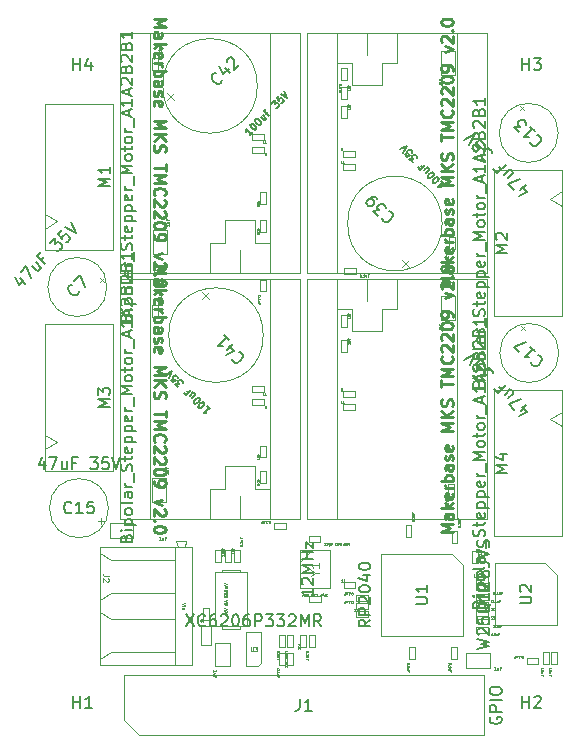
<source format=gbr>
G04 #@! TF.GenerationSoftware,KiCad,Pcbnew,(5.99.0-11678-ga208dac8d8)*
G04 #@! TF.CreationDate,2021-08-12T16:35:19+03:00*
G04 #@! TF.ProjectId,StepperDriverModuleCarrier,53746570-7065-4724-9472-697665724d6f,rev?*
G04 #@! TF.SameCoordinates,Original*
G04 #@! TF.FileFunction,AssemblyDrawing,Top*
%FSLAX46Y46*%
G04 Gerber Fmt 4.6, Leading zero omitted, Abs format (unit mm)*
G04 Created by KiCad (PCBNEW (5.99.0-11678-ga208dac8d8)) date 2021-08-12 16:35:19*
%MOMM*%
%LPD*%
G01*
G04 APERTURE LIST*
%ADD10C,0.050000*%
%ADD11C,0.150000*%
%ADD12C,0.250000*%
%ADD13C,0.062500*%
%ADD14C,0.075000*%
%ADD15C,0.125000*%
%ADD16C,0.105000*%
%ADD17C,0.100000*%
%ADD18C,0.120000*%
G04 APERTURE END LIST*
D10*
G04 #@! TO.C,R23*
X113465476Y-100065119D02*
X113465476Y-100179404D01*
X113465476Y-100122261D02*
X113265476Y-100122261D01*
X113294047Y-100141309D01*
X113313095Y-100160357D01*
X113322619Y-100179404D01*
X113465476Y-99979404D02*
X113265476Y-99979404D01*
X113389285Y-99960357D02*
X113465476Y-99903214D01*
X113332142Y-99903214D02*
X113408333Y-99979404D01*
G04 #@! TO.C,R15*
X118265476Y-88465119D02*
X118265476Y-88579404D01*
X118265476Y-88522261D02*
X118065476Y-88522261D01*
X118094047Y-88541309D01*
X118113095Y-88560357D01*
X118122619Y-88579404D01*
X118065476Y-88341309D02*
X118065476Y-88322261D01*
X118075000Y-88303214D01*
X118084523Y-88293690D01*
X118103571Y-88284166D01*
X118141666Y-88274642D01*
X118189285Y-88274642D01*
X118227380Y-88284166D01*
X118246428Y-88293690D01*
X118255952Y-88303214D01*
X118265476Y-88322261D01*
X118265476Y-88341309D01*
X118255952Y-88360357D01*
X118246428Y-88369880D01*
X118227380Y-88379404D01*
X118189285Y-88388928D01*
X118141666Y-88388928D01*
X118103571Y-88379404D01*
X118084523Y-88369880D01*
X118075000Y-88360357D01*
X118065476Y-88341309D01*
X118265476Y-88188928D02*
X118065476Y-88188928D01*
X118189285Y-88169880D02*
X118265476Y-88112738D01*
X118132142Y-88112738D02*
X118208333Y-88188928D01*
D11*
G04 #@! TO.C,M3*
X107003571Y-93104761D02*
X107051190Y-92961904D01*
X107098809Y-92914285D01*
X107194047Y-92866666D01*
X107336904Y-92866666D01*
X107432142Y-92914285D01*
X107479761Y-92961904D01*
X107527380Y-93057142D01*
X107527380Y-93438095D01*
X106527380Y-93438095D01*
X106527380Y-93104761D01*
X106575000Y-93009523D01*
X106622619Y-92961904D01*
X106717857Y-92914285D01*
X106813095Y-92914285D01*
X106908333Y-92961904D01*
X106955952Y-93009523D01*
X107003571Y-93104761D01*
X107003571Y-93438095D01*
X107527380Y-92438095D02*
X106860714Y-92438095D01*
X106527380Y-92438095D02*
X106575000Y-92485714D01*
X106622619Y-92438095D01*
X106575000Y-92390476D01*
X106527380Y-92438095D01*
X106622619Y-92438095D01*
X106860714Y-91961904D02*
X107860714Y-91961904D01*
X106908333Y-91961904D02*
X106860714Y-91866666D01*
X106860714Y-91676190D01*
X106908333Y-91580952D01*
X106955952Y-91533333D01*
X107051190Y-91485714D01*
X107336904Y-91485714D01*
X107432142Y-91533333D01*
X107479761Y-91580952D01*
X107527380Y-91676190D01*
X107527380Y-91866666D01*
X107479761Y-91961904D01*
X107527380Y-90914285D02*
X107479761Y-91009523D01*
X107432142Y-91057142D01*
X107336904Y-91104761D01*
X107051190Y-91104761D01*
X106955952Y-91057142D01*
X106908333Y-91009523D01*
X106860714Y-90914285D01*
X106860714Y-90771428D01*
X106908333Y-90676190D01*
X106955952Y-90628571D01*
X107051190Y-90580952D01*
X107336904Y-90580952D01*
X107432142Y-90628571D01*
X107479761Y-90676190D01*
X107527380Y-90771428D01*
X107527380Y-90914285D01*
X107527380Y-90009523D02*
X107479761Y-90104761D01*
X107384523Y-90152380D01*
X106527380Y-90152380D01*
X107527380Y-89200000D02*
X107003571Y-89200000D01*
X106908333Y-89247619D01*
X106860714Y-89342857D01*
X106860714Y-89533333D01*
X106908333Y-89628571D01*
X107479761Y-89200000D02*
X107527380Y-89295238D01*
X107527380Y-89533333D01*
X107479761Y-89628571D01*
X107384523Y-89676190D01*
X107289285Y-89676190D01*
X107194047Y-89628571D01*
X107146428Y-89533333D01*
X107146428Y-89295238D01*
X107098809Y-89200000D01*
X107527380Y-88723809D02*
X106860714Y-88723809D01*
X107051190Y-88723809D02*
X106955952Y-88676190D01*
X106908333Y-88628571D01*
X106860714Y-88533333D01*
X106860714Y-88438095D01*
X107622619Y-88342857D02*
X107622619Y-87580952D01*
X107479761Y-87390476D02*
X107527380Y-87247619D01*
X107527380Y-87009523D01*
X107479761Y-86914285D01*
X107432142Y-86866666D01*
X107336904Y-86819047D01*
X107241666Y-86819047D01*
X107146428Y-86866666D01*
X107098809Y-86914285D01*
X107051190Y-87009523D01*
X107003571Y-87200000D01*
X106955952Y-87295238D01*
X106908333Y-87342857D01*
X106813095Y-87390476D01*
X106717857Y-87390476D01*
X106622619Y-87342857D01*
X106575000Y-87295238D01*
X106527380Y-87200000D01*
X106527380Y-86961904D01*
X106575000Y-86819047D01*
X106860714Y-86533333D02*
X106860714Y-86152380D01*
X106527380Y-86390476D02*
X107384523Y-86390476D01*
X107479761Y-86342857D01*
X107527380Y-86247619D01*
X107527380Y-86152380D01*
X107479761Y-85438095D02*
X107527380Y-85533333D01*
X107527380Y-85723809D01*
X107479761Y-85819047D01*
X107384523Y-85866666D01*
X107003571Y-85866666D01*
X106908333Y-85819047D01*
X106860714Y-85723809D01*
X106860714Y-85533333D01*
X106908333Y-85438095D01*
X107003571Y-85390476D01*
X107098809Y-85390476D01*
X107194047Y-85866666D01*
X106860714Y-84961904D02*
X107860714Y-84961904D01*
X106908333Y-84961904D02*
X106860714Y-84866666D01*
X106860714Y-84676190D01*
X106908333Y-84580952D01*
X106955952Y-84533333D01*
X107051190Y-84485714D01*
X107336904Y-84485714D01*
X107432142Y-84533333D01*
X107479761Y-84580952D01*
X107527380Y-84676190D01*
X107527380Y-84866666D01*
X107479761Y-84961904D01*
X106860714Y-84057142D02*
X107860714Y-84057142D01*
X106908333Y-84057142D02*
X106860714Y-83961904D01*
X106860714Y-83771428D01*
X106908333Y-83676190D01*
X106955952Y-83628571D01*
X107051190Y-83580952D01*
X107336904Y-83580952D01*
X107432142Y-83628571D01*
X107479761Y-83676190D01*
X107527380Y-83771428D01*
X107527380Y-83961904D01*
X107479761Y-84057142D01*
X107479761Y-82771428D02*
X107527380Y-82866666D01*
X107527380Y-83057142D01*
X107479761Y-83152380D01*
X107384523Y-83200000D01*
X107003571Y-83200000D01*
X106908333Y-83152380D01*
X106860714Y-83057142D01*
X106860714Y-82866666D01*
X106908333Y-82771428D01*
X107003571Y-82723809D01*
X107098809Y-82723809D01*
X107194047Y-83200000D01*
X107527380Y-82295238D02*
X106860714Y-82295238D01*
X107051190Y-82295238D02*
X106955952Y-82247619D01*
X106908333Y-82200000D01*
X106860714Y-82104761D01*
X106860714Y-82009523D01*
X107622619Y-81914285D02*
X107622619Y-81152380D01*
X107527380Y-80914285D02*
X106527380Y-80914285D01*
X107241666Y-80580952D01*
X106527380Y-80247619D01*
X107527380Y-80247619D01*
X107527380Y-79628571D02*
X107479761Y-79723809D01*
X107432142Y-79771428D01*
X107336904Y-79819047D01*
X107051190Y-79819047D01*
X106955952Y-79771428D01*
X106908333Y-79723809D01*
X106860714Y-79628571D01*
X106860714Y-79485714D01*
X106908333Y-79390476D01*
X106955952Y-79342857D01*
X107051190Y-79295238D01*
X107336904Y-79295238D01*
X107432142Y-79342857D01*
X107479761Y-79390476D01*
X107527380Y-79485714D01*
X107527380Y-79628571D01*
X106860714Y-79009523D02*
X106860714Y-78628571D01*
X106527380Y-78866666D02*
X107384523Y-78866666D01*
X107479761Y-78819047D01*
X107527380Y-78723809D01*
X107527380Y-78628571D01*
X107527380Y-78152380D02*
X107479761Y-78247619D01*
X107432142Y-78295238D01*
X107336904Y-78342857D01*
X107051190Y-78342857D01*
X106955952Y-78295238D01*
X106908333Y-78247619D01*
X106860714Y-78152380D01*
X106860714Y-78009523D01*
X106908333Y-77914285D01*
X106955952Y-77866666D01*
X107051190Y-77819047D01*
X107336904Y-77819047D01*
X107432142Y-77866666D01*
X107479761Y-77914285D01*
X107527380Y-78009523D01*
X107527380Y-78152380D01*
X107527380Y-77390476D02*
X106860714Y-77390476D01*
X107051190Y-77390476D02*
X106955952Y-77342857D01*
X106908333Y-77295238D01*
X106860714Y-77200000D01*
X106860714Y-77104761D01*
X107622619Y-77009523D02*
X107622619Y-76247619D01*
X107241666Y-76057142D02*
X107241666Y-75580952D01*
X107527380Y-76152380D02*
X106527380Y-75819047D01*
X107527380Y-75485714D01*
X107527380Y-74628571D02*
X107527380Y-75200000D01*
X107527380Y-74914285D02*
X106527380Y-74914285D01*
X106670238Y-75009523D01*
X106765476Y-75104761D01*
X106813095Y-75200000D01*
X107241666Y-74247619D02*
X107241666Y-73771428D01*
X107527380Y-74342857D02*
X106527380Y-74009523D01*
X107527380Y-73676190D01*
X106622619Y-73390476D02*
X106575000Y-73342857D01*
X106527380Y-73247619D01*
X106527380Y-73009523D01*
X106575000Y-72914285D01*
X106622619Y-72866666D01*
X106717857Y-72819047D01*
X106813095Y-72819047D01*
X106955952Y-72866666D01*
X107527380Y-73438095D01*
X107527380Y-72819047D01*
X107003571Y-72057142D02*
X107051190Y-71914285D01*
X107098809Y-71866666D01*
X107194047Y-71819047D01*
X107336904Y-71819047D01*
X107432142Y-71866666D01*
X107479761Y-71914285D01*
X107527380Y-72009523D01*
X107527380Y-72390476D01*
X106527380Y-72390476D01*
X106527380Y-72057142D01*
X106575000Y-71961904D01*
X106622619Y-71914285D01*
X106717857Y-71866666D01*
X106813095Y-71866666D01*
X106908333Y-71914285D01*
X106955952Y-71961904D01*
X107003571Y-72057142D01*
X107003571Y-72390476D01*
X106622619Y-71438095D02*
X106575000Y-71390476D01*
X106527380Y-71295238D01*
X106527380Y-71057142D01*
X106575000Y-70961904D01*
X106622619Y-70914285D01*
X106717857Y-70866666D01*
X106813095Y-70866666D01*
X106955952Y-70914285D01*
X107527380Y-71485714D01*
X107527380Y-70866666D01*
X107003571Y-70104761D02*
X107051190Y-69961904D01*
X107098809Y-69914285D01*
X107194047Y-69866666D01*
X107336904Y-69866666D01*
X107432142Y-69914285D01*
X107479761Y-69961904D01*
X107527380Y-70057142D01*
X107527380Y-70438095D01*
X106527380Y-70438095D01*
X106527380Y-70104761D01*
X106575000Y-70009523D01*
X106622619Y-69961904D01*
X106717857Y-69914285D01*
X106813095Y-69914285D01*
X106908333Y-69961904D01*
X106955952Y-70009523D01*
X107003571Y-70104761D01*
X107003571Y-70438095D01*
X107527380Y-68914285D02*
X107527380Y-69485714D01*
X107527380Y-69200000D02*
X106527380Y-69200000D01*
X106670238Y-69295238D01*
X106765476Y-69390476D01*
X106813095Y-69485714D01*
X105627380Y-82009523D02*
X104627380Y-82009523D01*
X105341666Y-81676190D01*
X104627380Y-81342857D01*
X105627380Y-81342857D01*
X104627380Y-80961904D02*
X104627380Y-80342857D01*
X105008333Y-80676190D01*
X105008333Y-80533333D01*
X105055952Y-80438095D01*
X105103571Y-80390476D01*
X105198809Y-80342857D01*
X105436904Y-80342857D01*
X105532142Y-80390476D01*
X105579761Y-80438095D01*
X105627380Y-80533333D01*
X105627380Y-80819047D01*
X105579761Y-80914285D01*
X105532142Y-80961904D01*
D10*
G04 #@! TO.C,C2*
X123770595Y-93484523D02*
X123780119Y-93475000D01*
X123799166Y-93465476D01*
X123846785Y-93465476D01*
X123865833Y-93475000D01*
X123875357Y-93484523D01*
X123884880Y-93503571D01*
X123884880Y-93522619D01*
X123875357Y-93551190D01*
X123761071Y-93665476D01*
X123884880Y-93665476D01*
X123951547Y-93465476D02*
X124084880Y-93465476D01*
X123999166Y-93665476D01*
X124161071Y-93532142D02*
X124161071Y-93732142D01*
X124161071Y-93541666D02*
X124180119Y-93532142D01*
X124218214Y-93532142D01*
X124237261Y-93541666D01*
X124246785Y-93551190D01*
X124256309Y-93570238D01*
X124256309Y-93627380D01*
X124246785Y-93646428D01*
X124237261Y-93655952D01*
X124218214Y-93665476D01*
X124180119Y-93665476D01*
X124161071Y-93655952D01*
X124408690Y-93560714D02*
X124342023Y-93560714D01*
X124342023Y-93665476D02*
X124342023Y-93465476D01*
X124437261Y-93465476D01*
X124780119Y-93646428D02*
X124770595Y-93655952D01*
X124742023Y-93665476D01*
X124722976Y-93665476D01*
X124694404Y-93655952D01*
X124675357Y-93636904D01*
X124665833Y-93617857D01*
X124656309Y-93579761D01*
X124656309Y-93551190D01*
X124665833Y-93513095D01*
X124675357Y-93494047D01*
X124694404Y-93475000D01*
X124722976Y-93465476D01*
X124742023Y-93465476D01*
X124770595Y-93475000D01*
X124780119Y-93484523D01*
X124903928Y-93465476D02*
X124922976Y-93465476D01*
X124942023Y-93475000D01*
X124951547Y-93484523D01*
X124961071Y-93503571D01*
X124970595Y-93541666D01*
X124970595Y-93589285D01*
X124961071Y-93627380D01*
X124951547Y-93646428D01*
X124942023Y-93655952D01*
X124922976Y-93665476D01*
X124903928Y-93665476D01*
X124884880Y-93655952D01*
X124875357Y-93646428D01*
X124865833Y-93627380D01*
X124856309Y-93589285D01*
X124856309Y-93541666D01*
X124865833Y-93503571D01*
X124875357Y-93484523D01*
X124884880Y-93475000D01*
X124903928Y-93465476D01*
X125161071Y-93475000D02*
X125142023Y-93465476D01*
X125113452Y-93465476D01*
X125084880Y-93475000D01*
X125065833Y-93494047D01*
X125056309Y-93513095D01*
X125046785Y-93551190D01*
X125046785Y-93579761D01*
X125056309Y-93617857D01*
X125065833Y-93636904D01*
X125084880Y-93655952D01*
X125113452Y-93665476D01*
X125132500Y-93665476D01*
X125161071Y-93655952D01*
X125170595Y-93646428D01*
X125170595Y-93579761D01*
X125132500Y-93579761D01*
X125503928Y-93465476D02*
X125408690Y-93465476D01*
X125399166Y-93560714D01*
X125408690Y-93551190D01*
X125427738Y-93541666D01*
X125475357Y-93541666D01*
X125494404Y-93551190D01*
X125503928Y-93560714D01*
X125513452Y-93579761D01*
X125513452Y-93627380D01*
X125503928Y-93646428D01*
X125494404Y-93655952D01*
X125475357Y-93665476D01*
X125427738Y-93665476D01*
X125408690Y-93655952D01*
X125399166Y-93646428D01*
X125637261Y-93465476D02*
X125656309Y-93465476D01*
X125675357Y-93475000D01*
X125684880Y-93484523D01*
X125694404Y-93503571D01*
X125703928Y-93541666D01*
X125703928Y-93589285D01*
X125694404Y-93627380D01*
X125684880Y-93646428D01*
X125675357Y-93655952D01*
X125656309Y-93665476D01*
X125637261Y-93665476D01*
X125618214Y-93655952D01*
X125608690Y-93646428D01*
X125599166Y-93627380D01*
X125589642Y-93589285D01*
X125589642Y-93541666D01*
X125599166Y-93503571D01*
X125608690Y-93484523D01*
X125618214Y-93475000D01*
X125637261Y-93465476D01*
X125761071Y-93465476D02*
X125827738Y-93665476D01*
X125894404Y-93465476D01*
G04 #@! TO.C,C34*
X126131785Y-97884523D02*
X126112738Y-97884523D01*
X126093690Y-97875000D01*
X126084166Y-97865476D01*
X126074642Y-97846428D01*
X126065119Y-97808333D01*
X126065119Y-97760714D01*
X126074642Y-97722619D01*
X126084166Y-97703571D01*
X126093690Y-97694047D01*
X126112738Y-97684523D01*
X126131785Y-97684523D01*
X126150833Y-97694047D01*
X126160357Y-97703571D01*
X126169880Y-97722619D01*
X126179404Y-97760714D01*
X126179404Y-97808333D01*
X126169880Y-97846428D01*
X126160357Y-97865476D01*
X126150833Y-97875000D01*
X126131785Y-97884523D01*
X125979404Y-97703571D02*
X125969880Y-97694047D01*
X125979404Y-97684523D01*
X125988928Y-97694047D01*
X125979404Y-97703571D01*
X125979404Y-97684523D01*
X125779404Y-97684523D02*
X125893690Y-97684523D01*
X125836547Y-97684523D02*
X125836547Y-97884523D01*
X125855595Y-97855952D01*
X125874642Y-97836904D01*
X125893690Y-97827380D01*
X125607976Y-97817857D02*
X125607976Y-97684523D01*
X125693690Y-97817857D02*
X125693690Y-97713095D01*
X125684166Y-97694047D01*
X125665119Y-97684523D01*
X125636547Y-97684523D01*
X125617500Y-97694047D01*
X125607976Y-97703571D01*
X125446071Y-97789285D02*
X125512738Y-97789285D01*
X125512738Y-97684523D02*
X125512738Y-97884523D01*
X125417500Y-97884523D01*
G04 #@! TO.C,R11*
X118265476Y-67215119D02*
X118265476Y-67329404D01*
X118265476Y-67272261D02*
X118065476Y-67272261D01*
X118094047Y-67291309D01*
X118113095Y-67310357D01*
X118122619Y-67329404D01*
X118065476Y-67091309D02*
X118065476Y-67072261D01*
X118075000Y-67053214D01*
X118084523Y-67043690D01*
X118103571Y-67034166D01*
X118141666Y-67024642D01*
X118189285Y-67024642D01*
X118227380Y-67034166D01*
X118246428Y-67043690D01*
X118255952Y-67053214D01*
X118265476Y-67072261D01*
X118265476Y-67091309D01*
X118255952Y-67110357D01*
X118246428Y-67119880D01*
X118227380Y-67129404D01*
X118189285Y-67138928D01*
X118141666Y-67138928D01*
X118103571Y-67129404D01*
X118084523Y-67119880D01*
X118075000Y-67110357D01*
X118065476Y-67091309D01*
X118265476Y-66938928D02*
X118065476Y-66938928D01*
X118189285Y-66919880D02*
X118265476Y-66862738D01*
X118132142Y-66862738D02*
X118208333Y-66938928D01*
G04 #@! TO.C,R21*
X118667500Y-80965476D02*
X118553214Y-80965476D01*
X118610357Y-80965476D02*
X118610357Y-80765476D01*
X118591309Y-80794047D01*
X118572261Y-80813095D01*
X118553214Y-80822619D01*
X118753214Y-80965476D02*
X118753214Y-80765476D01*
X118772261Y-80889285D02*
X118829404Y-80965476D01*
X118829404Y-80832142D02*
X118753214Y-80908333D01*
G04 #@! TO.C,C31*
X119131785Y-91834523D02*
X119112738Y-91834523D01*
X119093690Y-91825000D01*
X119084166Y-91815476D01*
X119074642Y-91796428D01*
X119065119Y-91758333D01*
X119065119Y-91710714D01*
X119074642Y-91672619D01*
X119084166Y-91653571D01*
X119093690Y-91644047D01*
X119112738Y-91634523D01*
X119131785Y-91634523D01*
X119150833Y-91644047D01*
X119160357Y-91653571D01*
X119169880Y-91672619D01*
X119179404Y-91710714D01*
X119179404Y-91758333D01*
X119169880Y-91796428D01*
X119160357Y-91815476D01*
X119150833Y-91825000D01*
X119131785Y-91834523D01*
X118979404Y-91653571D02*
X118969880Y-91644047D01*
X118979404Y-91634523D01*
X118988928Y-91644047D01*
X118979404Y-91653571D01*
X118979404Y-91634523D01*
X118779404Y-91634523D02*
X118893690Y-91634523D01*
X118836547Y-91634523D02*
X118836547Y-91834523D01*
X118855595Y-91805952D01*
X118874642Y-91786904D01*
X118893690Y-91777380D01*
X118607976Y-91767857D02*
X118607976Y-91634523D01*
X118693690Y-91767857D02*
X118693690Y-91663095D01*
X118684166Y-91644047D01*
X118665119Y-91634523D01*
X118636547Y-91634523D01*
X118617500Y-91644047D01*
X118607976Y-91653571D01*
X118446071Y-91739285D02*
X118512738Y-91739285D01*
X118512738Y-91634523D02*
X118512738Y-91834523D01*
X118417500Y-91834523D01*
D12*
G04 #@! TO.C,A2*
X134670380Y-71735714D02*
X133670380Y-71735714D01*
X134384666Y-71402380D01*
X133670380Y-71069047D01*
X134670380Y-71069047D01*
X134670380Y-70164285D02*
X134146571Y-70164285D01*
X134051333Y-70211904D01*
X134003714Y-70307142D01*
X134003714Y-70497619D01*
X134051333Y-70592857D01*
X134622761Y-70164285D02*
X134670380Y-70259523D01*
X134670380Y-70497619D01*
X134622761Y-70592857D01*
X134527523Y-70640476D01*
X134432285Y-70640476D01*
X134337047Y-70592857D01*
X134289428Y-70497619D01*
X134289428Y-70259523D01*
X134241809Y-70164285D01*
X134670380Y-69688095D02*
X133670380Y-69688095D01*
X134289428Y-69592857D02*
X134670380Y-69307142D01*
X134003714Y-69307142D02*
X134384666Y-69688095D01*
X134622761Y-68497619D02*
X134670380Y-68592857D01*
X134670380Y-68783333D01*
X134622761Y-68878571D01*
X134527523Y-68926190D01*
X134146571Y-68926190D01*
X134051333Y-68878571D01*
X134003714Y-68783333D01*
X134003714Y-68592857D01*
X134051333Y-68497619D01*
X134146571Y-68450000D01*
X134241809Y-68450000D01*
X134337047Y-68926190D01*
X134670380Y-68021428D02*
X134003714Y-68021428D01*
X134194190Y-68021428D02*
X134098952Y-67973809D01*
X134051333Y-67926190D01*
X134003714Y-67830952D01*
X134003714Y-67735714D01*
X134670380Y-67402380D02*
X133670380Y-67402380D01*
X134051333Y-67402380D02*
X134003714Y-67307142D01*
X134003714Y-67116666D01*
X134051333Y-67021428D01*
X134098952Y-66973809D01*
X134194190Y-66926190D01*
X134479904Y-66926190D01*
X134575142Y-66973809D01*
X134622761Y-67021428D01*
X134670380Y-67116666D01*
X134670380Y-67307142D01*
X134622761Y-67402380D01*
X134670380Y-66069047D02*
X134146571Y-66069047D01*
X134051333Y-66116666D01*
X134003714Y-66211904D01*
X134003714Y-66402380D01*
X134051333Y-66497619D01*
X134622761Y-66069047D02*
X134670380Y-66164285D01*
X134670380Y-66402380D01*
X134622761Y-66497619D01*
X134527523Y-66545238D01*
X134432285Y-66545238D01*
X134337047Y-66497619D01*
X134289428Y-66402380D01*
X134289428Y-66164285D01*
X134241809Y-66069047D01*
X134622761Y-65640476D02*
X134670380Y-65545238D01*
X134670380Y-65354761D01*
X134622761Y-65259523D01*
X134527523Y-65211904D01*
X134479904Y-65211904D01*
X134384666Y-65259523D01*
X134337047Y-65354761D01*
X134337047Y-65497619D01*
X134289428Y-65592857D01*
X134194190Y-65640476D01*
X134146571Y-65640476D01*
X134051333Y-65592857D01*
X134003714Y-65497619D01*
X134003714Y-65354761D01*
X134051333Y-65259523D01*
X134622761Y-64402380D02*
X134670380Y-64497619D01*
X134670380Y-64688095D01*
X134622761Y-64783333D01*
X134527523Y-64830952D01*
X134146571Y-64830952D01*
X134051333Y-64783333D01*
X134003714Y-64688095D01*
X134003714Y-64497619D01*
X134051333Y-64402380D01*
X134146571Y-64354761D01*
X134241809Y-64354761D01*
X134337047Y-64830952D01*
X134670380Y-63164285D02*
X133670380Y-63164285D01*
X134384666Y-62830952D01*
X133670380Y-62497619D01*
X134670380Y-62497619D01*
X134670380Y-62021428D02*
X133670380Y-62021428D01*
X134670380Y-61450000D02*
X134098952Y-61878571D01*
X133670380Y-61450000D02*
X134241809Y-62021428D01*
X134622761Y-61069047D02*
X134670380Y-60926190D01*
X134670380Y-60688095D01*
X134622761Y-60592857D01*
X134575142Y-60545238D01*
X134479904Y-60497619D01*
X134384666Y-60497619D01*
X134289428Y-60545238D01*
X134241809Y-60592857D01*
X134194190Y-60688095D01*
X134146571Y-60878571D01*
X134098952Y-60973809D01*
X134051333Y-61021428D01*
X133956095Y-61069047D01*
X133860857Y-61069047D01*
X133765619Y-61021428D01*
X133718000Y-60973809D01*
X133670380Y-60878571D01*
X133670380Y-60640476D01*
X133718000Y-60497619D01*
X133670380Y-59450000D02*
X133670380Y-58878571D01*
X134670380Y-59164285D02*
X133670380Y-59164285D01*
X134670380Y-58545238D02*
X133670380Y-58545238D01*
X134384666Y-58211904D01*
X133670380Y-57878571D01*
X134670380Y-57878571D01*
X134575142Y-56830952D02*
X134622761Y-56878571D01*
X134670380Y-57021428D01*
X134670380Y-57116666D01*
X134622761Y-57259523D01*
X134527523Y-57354761D01*
X134432285Y-57402380D01*
X134241809Y-57450000D01*
X134098952Y-57450000D01*
X133908476Y-57402380D01*
X133813238Y-57354761D01*
X133718000Y-57259523D01*
X133670380Y-57116666D01*
X133670380Y-57021428D01*
X133718000Y-56878571D01*
X133765619Y-56830952D01*
X133765619Y-56450000D02*
X133718000Y-56402380D01*
X133670380Y-56307142D01*
X133670380Y-56069047D01*
X133718000Y-55973809D01*
X133765619Y-55926190D01*
X133860857Y-55878571D01*
X133956095Y-55878571D01*
X134098952Y-55926190D01*
X134670380Y-56497619D01*
X134670380Y-55878571D01*
X133765619Y-55497619D02*
X133718000Y-55450000D01*
X133670380Y-55354761D01*
X133670380Y-55116666D01*
X133718000Y-55021428D01*
X133765619Y-54973809D01*
X133860857Y-54926190D01*
X133956095Y-54926190D01*
X134098952Y-54973809D01*
X134670380Y-55545238D01*
X134670380Y-54926190D01*
X133670380Y-54307142D02*
X133670380Y-54211904D01*
X133718000Y-54116666D01*
X133765619Y-54069047D01*
X133860857Y-54021428D01*
X134051333Y-53973809D01*
X134289428Y-53973809D01*
X134479904Y-54021428D01*
X134575142Y-54069047D01*
X134622761Y-54116666D01*
X134670380Y-54211904D01*
X134670380Y-54307142D01*
X134622761Y-54402380D01*
X134575142Y-54450000D01*
X134479904Y-54497619D01*
X134289428Y-54545238D01*
X134051333Y-54545238D01*
X133860857Y-54497619D01*
X133765619Y-54450000D01*
X133718000Y-54402380D01*
X133670380Y-54307142D01*
X134670380Y-53497619D02*
X134670380Y-53307142D01*
X134622761Y-53211904D01*
X134575142Y-53164285D01*
X134432285Y-53069047D01*
X134241809Y-53021428D01*
X133860857Y-53021428D01*
X133765619Y-53069047D01*
X133718000Y-53116666D01*
X133670380Y-53211904D01*
X133670380Y-53402380D01*
X133718000Y-53497619D01*
X133765619Y-53545238D01*
X133860857Y-53592857D01*
X134098952Y-53592857D01*
X134194190Y-53545238D01*
X134241809Y-53497619D01*
X134289428Y-53402380D01*
X134289428Y-53211904D01*
X134241809Y-53116666D01*
X134194190Y-53069047D01*
X134098952Y-53021428D01*
X134003714Y-51926190D02*
X134670380Y-51688095D01*
X134003714Y-51450000D01*
X133765619Y-51116666D02*
X133718000Y-51069047D01*
X133670380Y-50973809D01*
X133670380Y-50735714D01*
X133718000Y-50640476D01*
X133765619Y-50592857D01*
X133860857Y-50545238D01*
X133956095Y-50545238D01*
X134098952Y-50592857D01*
X134670380Y-51164285D01*
X134670380Y-50545238D01*
X134575142Y-50116666D02*
X134622761Y-50069047D01*
X134670380Y-50116666D01*
X134622761Y-50164285D01*
X134575142Y-50116666D01*
X134670380Y-50116666D01*
X133670380Y-49450000D02*
X133670380Y-49354761D01*
X133718000Y-49259523D01*
X133765619Y-49211904D01*
X133860857Y-49164285D01*
X134051333Y-49116666D01*
X134289428Y-49116666D01*
X134479904Y-49164285D01*
X134575142Y-49211904D01*
X134622761Y-49259523D01*
X134670380Y-49354761D01*
X134670380Y-49450000D01*
X134622761Y-49545238D01*
X134575142Y-49592857D01*
X134479904Y-49640476D01*
X134289428Y-49688095D01*
X134051333Y-49688095D01*
X133860857Y-49640476D01*
X133765619Y-49592857D01*
X133718000Y-49545238D01*
X133670380Y-49450000D01*
D13*
G04 #@! TO.C,C3*
X109931101Y-93213095D02*
X109788244Y-93213095D01*
X109859672Y-93213095D02*
X109859672Y-92963095D01*
X109835863Y-92998809D01*
X109812053Y-93022619D01*
X109788244Y-93034523D01*
X110145386Y-93046428D02*
X110145386Y-93213095D01*
X110038244Y-93046428D02*
X110038244Y-93177380D01*
X110050148Y-93201190D01*
X110073958Y-93213095D01*
X110109672Y-93213095D01*
X110133482Y-93201190D01*
X110145386Y-93189285D01*
X110347767Y-93082142D02*
X110264434Y-93082142D01*
X110264434Y-93213095D02*
X110264434Y-92963095D01*
X110383482Y-92963095D01*
D10*
G04 #@! TO.C,R6*
X116115476Y-94272976D02*
X116115476Y-94387261D01*
X116115476Y-94330119D02*
X115915476Y-94330119D01*
X115944047Y-94349166D01*
X115963095Y-94368214D01*
X115972619Y-94387261D01*
X115915476Y-94149166D02*
X115915476Y-94130119D01*
X115925000Y-94111071D01*
X115934523Y-94101547D01*
X115953571Y-94092023D01*
X115991666Y-94082500D01*
X116039285Y-94082500D01*
X116077380Y-94092023D01*
X116096428Y-94101547D01*
X116105952Y-94111071D01*
X116115476Y-94130119D01*
X116115476Y-94149166D01*
X116105952Y-94168214D01*
X116096428Y-94177738D01*
X116077380Y-94187261D01*
X116039285Y-94196785D01*
X115991666Y-94196785D01*
X115953571Y-94187261D01*
X115934523Y-94177738D01*
X115925000Y-94168214D01*
X115915476Y-94149166D01*
X116115476Y-93996785D02*
X115915476Y-93996785D01*
X116039285Y-93977738D02*
X116115476Y-93920595D01*
X115982142Y-93920595D02*
X116058333Y-93996785D01*
D13*
G04 #@! TO.C,C10*
X133486904Y-54331101D02*
X133486904Y-54188244D01*
X133486904Y-54259672D02*
X133736904Y-54259672D01*
X133701190Y-54235863D01*
X133677380Y-54212053D01*
X133665476Y-54188244D01*
X133653571Y-54545386D02*
X133486904Y-54545386D01*
X133653571Y-54438244D02*
X133522619Y-54438244D01*
X133498809Y-54450148D01*
X133486904Y-54473958D01*
X133486904Y-54509672D01*
X133498809Y-54533482D01*
X133510714Y-54545386D01*
X133617857Y-54747767D02*
X133617857Y-54664434D01*
X133486904Y-54664434D02*
X133736904Y-54664434D01*
X133736904Y-54783482D01*
D10*
G04 #@! TO.C,C40*
X138034880Y-101315476D02*
X137920595Y-101315476D01*
X137977738Y-101315476D02*
X137977738Y-101115476D01*
X137958690Y-101144047D01*
X137939642Y-101163095D01*
X137920595Y-101172619D01*
X138158690Y-101115476D02*
X138177738Y-101115476D01*
X138196785Y-101125000D01*
X138206309Y-101134523D01*
X138215833Y-101153571D01*
X138225357Y-101191666D01*
X138225357Y-101239285D01*
X138215833Y-101277380D01*
X138206309Y-101296428D01*
X138196785Y-101305952D01*
X138177738Y-101315476D01*
X138158690Y-101315476D01*
X138139642Y-101305952D01*
X138130119Y-101296428D01*
X138120595Y-101277380D01*
X138111071Y-101239285D01*
X138111071Y-101191666D01*
X138120595Y-101153571D01*
X138130119Y-101134523D01*
X138139642Y-101125000D01*
X138158690Y-101115476D01*
X138396785Y-101182142D02*
X138396785Y-101315476D01*
X138311071Y-101182142D02*
X138311071Y-101286904D01*
X138320595Y-101305952D01*
X138339642Y-101315476D01*
X138368214Y-101315476D01*
X138387261Y-101305952D01*
X138396785Y-101296428D01*
X138558690Y-101210714D02*
X138492023Y-101210714D01*
X138492023Y-101315476D02*
X138492023Y-101115476D01*
X138587261Y-101115476D01*
D11*
G04 #@! TO.C,H4*
X102538095Y-53452380D02*
X102538095Y-52452380D01*
X102538095Y-52928571D02*
X103109523Y-52928571D01*
X103109523Y-53452380D02*
X103109523Y-52452380D01*
X104014285Y-52785714D02*
X104014285Y-53452380D01*
X103776190Y-52404761D02*
X103538095Y-53119047D01*
X104157142Y-53119047D01*
D10*
G04 #@! TO.C,C18*
X134234523Y-89868214D02*
X134234523Y-89887261D01*
X134225000Y-89906309D01*
X134215476Y-89915833D01*
X134196428Y-89925357D01*
X134158333Y-89934880D01*
X134110714Y-89934880D01*
X134072619Y-89925357D01*
X134053571Y-89915833D01*
X134044047Y-89906309D01*
X134034523Y-89887261D01*
X134034523Y-89868214D01*
X134044047Y-89849166D01*
X134053571Y-89839642D01*
X134072619Y-89830119D01*
X134110714Y-89820595D01*
X134158333Y-89820595D01*
X134196428Y-89830119D01*
X134215476Y-89839642D01*
X134225000Y-89849166D01*
X134234523Y-89868214D01*
X134053571Y-90020595D02*
X134044047Y-90030119D01*
X134034523Y-90020595D01*
X134044047Y-90011071D01*
X134053571Y-90020595D01*
X134034523Y-90020595D01*
X134034523Y-90220595D02*
X134034523Y-90106309D01*
X134034523Y-90163452D02*
X134234523Y-90163452D01*
X134205952Y-90144404D01*
X134186904Y-90125357D01*
X134177380Y-90106309D01*
X134167857Y-90392023D02*
X134034523Y-90392023D01*
X134167857Y-90306309D02*
X134063095Y-90306309D01*
X134044047Y-90315833D01*
X134034523Y-90334880D01*
X134034523Y-90363452D01*
X134044047Y-90382500D01*
X134053571Y-90392023D01*
X134139285Y-90553928D02*
X134139285Y-90487261D01*
X134034523Y-90487261D02*
X134234523Y-90487261D01*
X134234523Y-90582500D01*
G04 #@! TO.C,R18*
X125915476Y-76522976D02*
X125915476Y-76637261D01*
X125915476Y-76580119D02*
X125715476Y-76580119D01*
X125744047Y-76599166D01*
X125763095Y-76618214D01*
X125772619Y-76637261D01*
X125715476Y-76399166D02*
X125715476Y-76380119D01*
X125725000Y-76361071D01*
X125734523Y-76351547D01*
X125753571Y-76342023D01*
X125791666Y-76332500D01*
X125839285Y-76332500D01*
X125877380Y-76342023D01*
X125896428Y-76351547D01*
X125905952Y-76361071D01*
X125915476Y-76380119D01*
X125915476Y-76399166D01*
X125905952Y-76418214D01*
X125896428Y-76427738D01*
X125877380Y-76437261D01*
X125839285Y-76446785D01*
X125791666Y-76446785D01*
X125753571Y-76437261D01*
X125734523Y-76427738D01*
X125725000Y-76418214D01*
X125715476Y-76399166D01*
X125915476Y-76246785D02*
X125715476Y-76246785D01*
X125839285Y-76227738D02*
X125915476Y-76170595D01*
X125782142Y-76170595D02*
X125858333Y-76246785D01*
D11*
G04 #@! TO.C,U3*
X112061904Y-99552380D02*
X112728571Y-100552380D01*
X112728571Y-99552380D02*
X112061904Y-100552380D01*
X113680952Y-100457142D02*
X113633333Y-100504761D01*
X113490476Y-100552380D01*
X113395238Y-100552380D01*
X113252380Y-100504761D01*
X113157142Y-100409523D01*
X113109523Y-100314285D01*
X113061904Y-100123809D01*
X113061904Y-99980952D01*
X113109523Y-99790476D01*
X113157142Y-99695238D01*
X113252380Y-99600000D01*
X113395238Y-99552380D01*
X113490476Y-99552380D01*
X113633333Y-99600000D01*
X113680952Y-99647619D01*
X114538095Y-99552380D02*
X114347619Y-99552380D01*
X114252380Y-99600000D01*
X114204761Y-99647619D01*
X114109523Y-99790476D01*
X114061904Y-99980952D01*
X114061904Y-100361904D01*
X114109523Y-100457142D01*
X114157142Y-100504761D01*
X114252380Y-100552380D01*
X114442857Y-100552380D01*
X114538095Y-100504761D01*
X114585714Y-100457142D01*
X114633333Y-100361904D01*
X114633333Y-100123809D01*
X114585714Y-100028571D01*
X114538095Y-99980952D01*
X114442857Y-99933333D01*
X114252380Y-99933333D01*
X114157142Y-99980952D01*
X114109523Y-100028571D01*
X114061904Y-100123809D01*
X115014285Y-99647619D02*
X115061904Y-99600000D01*
X115157142Y-99552380D01*
X115395238Y-99552380D01*
X115490476Y-99600000D01*
X115538095Y-99647619D01*
X115585714Y-99742857D01*
X115585714Y-99838095D01*
X115538095Y-99980952D01*
X114966666Y-100552380D01*
X115585714Y-100552380D01*
X116204761Y-99552380D02*
X116300000Y-99552380D01*
X116395238Y-99600000D01*
X116442857Y-99647619D01*
X116490476Y-99742857D01*
X116538095Y-99933333D01*
X116538095Y-100171428D01*
X116490476Y-100361904D01*
X116442857Y-100457142D01*
X116395238Y-100504761D01*
X116300000Y-100552380D01*
X116204761Y-100552380D01*
X116109523Y-100504761D01*
X116061904Y-100457142D01*
X116014285Y-100361904D01*
X115966666Y-100171428D01*
X115966666Y-99933333D01*
X116014285Y-99742857D01*
X116061904Y-99647619D01*
X116109523Y-99600000D01*
X116204761Y-99552380D01*
X117395238Y-99552380D02*
X117204761Y-99552380D01*
X117109523Y-99600000D01*
X117061904Y-99647619D01*
X116966666Y-99790476D01*
X116919047Y-99980952D01*
X116919047Y-100361904D01*
X116966666Y-100457142D01*
X117014285Y-100504761D01*
X117109523Y-100552380D01*
X117300000Y-100552380D01*
X117395238Y-100504761D01*
X117442857Y-100457142D01*
X117490476Y-100361904D01*
X117490476Y-100123809D01*
X117442857Y-100028571D01*
X117395238Y-99980952D01*
X117300000Y-99933333D01*
X117109523Y-99933333D01*
X117014285Y-99980952D01*
X116966666Y-100028571D01*
X116919047Y-100123809D01*
X117919047Y-100552380D02*
X117919047Y-99552380D01*
X118300000Y-99552380D01*
X118395238Y-99600000D01*
X118442857Y-99647619D01*
X118490476Y-99742857D01*
X118490476Y-99885714D01*
X118442857Y-99980952D01*
X118395238Y-100028571D01*
X118300000Y-100076190D01*
X117919047Y-100076190D01*
X118823809Y-99552380D02*
X119442857Y-99552380D01*
X119109523Y-99933333D01*
X119252380Y-99933333D01*
X119347619Y-99980952D01*
X119395238Y-100028571D01*
X119442857Y-100123809D01*
X119442857Y-100361904D01*
X119395238Y-100457142D01*
X119347619Y-100504761D01*
X119252380Y-100552380D01*
X118966666Y-100552380D01*
X118871428Y-100504761D01*
X118823809Y-100457142D01*
X119776190Y-99552380D02*
X120395238Y-99552380D01*
X120061904Y-99933333D01*
X120204761Y-99933333D01*
X120300000Y-99980952D01*
X120347619Y-100028571D01*
X120395238Y-100123809D01*
X120395238Y-100361904D01*
X120347619Y-100457142D01*
X120300000Y-100504761D01*
X120204761Y-100552380D01*
X119919047Y-100552380D01*
X119823809Y-100504761D01*
X119776190Y-100457142D01*
X120776190Y-99647619D02*
X120823809Y-99600000D01*
X120919047Y-99552380D01*
X121157142Y-99552380D01*
X121252380Y-99600000D01*
X121300000Y-99647619D01*
X121347619Y-99742857D01*
X121347619Y-99838095D01*
X121300000Y-99980952D01*
X120728571Y-100552380D01*
X121347619Y-100552380D01*
X121776190Y-100552380D02*
X121776190Y-99552380D01*
X122109523Y-100266666D01*
X122442857Y-99552380D01*
X122442857Y-100552380D01*
X123490476Y-100552380D02*
X123157142Y-100076190D01*
X122919047Y-100552380D02*
X122919047Y-99552380D01*
X123300000Y-99552380D01*
X123395238Y-99600000D01*
X123442857Y-99647619D01*
X123490476Y-99742857D01*
X123490476Y-99885714D01*
X123442857Y-99980952D01*
X123395238Y-100028571D01*
X123300000Y-100076190D01*
X122919047Y-100076190D01*
D10*
X117556190Y-102324761D02*
X117556190Y-102583809D01*
X117571428Y-102614285D01*
X117586666Y-102629523D01*
X117617142Y-102644761D01*
X117678095Y-102644761D01*
X117708571Y-102629523D01*
X117723809Y-102614285D01*
X117739047Y-102583809D01*
X117739047Y-102324761D01*
X117860952Y-102324761D02*
X118059047Y-102324761D01*
X117952380Y-102446666D01*
X117998095Y-102446666D01*
X118028571Y-102461904D01*
X118043809Y-102477142D01*
X118059047Y-102507619D01*
X118059047Y-102583809D01*
X118043809Y-102614285D01*
X118028571Y-102629523D01*
X117998095Y-102644761D01*
X117906666Y-102644761D01*
X117876190Y-102629523D01*
X117860952Y-102614285D01*
D11*
G04 #@! TO.C,M1*
X107003571Y-74404761D02*
X107051190Y-74261904D01*
X107098809Y-74214285D01*
X107194047Y-74166666D01*
X107336904Y-74166666D01*
X107432142Y-74214285D01*
X107479761Y-74261904D01*
X107527380Y-74357142D01*
X107527380Y-74738095D01*
X106527380Y-74738095D01*
X106527380Y-74404761D01*
X106575000Y-74309523D01*
X106622619Y-74261904D01*
X106717857Y-74214285D01*
X106813095Y-74214285D01*
X106908333Y-74261904D01*
X106955952Y-74309523D01*
X107003571Y-74404761D01*
X107003571Y-74738095D01*
X107527380Y-73738095D02*
X106860714Y-73738095D01*
X106527380Y-73738095D02*
X106575000Y-73785714D01*
X106622619Y-73738095D01*
X106575000Y-73690476D01*
X106527380Y-73738095D01*
X106622619Y-73738095D01*
X106860714Y-73261904D02*
X107860714Y-73261904D01*
X106908333Y-73261904D02*
X106860714Y-73166666D01*
X106860714Y-72976190D01*
X106908333Y-72880952D01*
X106955952Y-72833333D01*
X107051190Y-72785714D01*
X107336904Y-72785714D01*
X107432142Y-72833333D01*
X107479761Y-72880952D01*
X107527380Y-72976190D01*
X107527380Y-73166666D01*
X107479761Y-73261904D01*
X107527380Y-72214285D02*
X107479761Y-72309523D01*
X107432142Y-72357142D01*
X107336904Y-72404761D01*
X107051190Y-72404761D01*
X106955952Y-72357142D01*
X106908333Y-72309523D01*
X106860714Y-72214285D01*
X106860714Y-72071428D01*
X106908333Y-71976190D01*
X106955952Y-71928571D01*
X107051190Y-71880952D01*
X107336904Y-71880952D01*
X107432142Y-71928571D01*
X107479761Y-71976190D01*
X107527380Y-72071428D01*
X107527380Y-72214285D01*
X107527380Y-71309523D02*
X107479761Y-71404761D01*
X107384523Y-71452380D01*
X106527380Y-71452380D01*
X107527380Y-70500000D02*
X107003571Y-70500000D01*
X106908333Y-70547619D01*
X106860714Y-70642857D01*
X106860714Y-70833333D01*
X106908333Y-70928571D01*
X107479761Y-70500000D02*
X107527380Y-70595238D01*
X107527380Y-70833333D01*
X107479761Y-70928571D01*
X107384523Y-70976190D01*
X107289285Y-70976190D01*
X107194047Y-70928571D01*
X107146428Y-70833333D01*
X107146428Y-70595238D01*
X107098809Y-70500000D01*
X107527380Y-70023809D02*
X106860714Y-70023809D01*
X107051190Y-70023809D02*
X106955952Y-69976190D01*
X106908333Y-69928571D01*
X106860714Y-69833333D01*
X106860714Y-69738095D01*
X107622619Y-69642857D02*
X107622619Y-68880952D01*
X107479761Y-68690476D02*
X107527380Y-68547619D01*
X107527380Y-68309523D01*
X107479761Y-68214285D01*
X107432142Y-68166666D01*
X107336904Y-68119047D01*
X107241666Y-68119047D01*
X107146428Y-68166666D01*
X107098809Y-68214285D01*
X107051190Y-68309523D01*
X107003571Y-68500000D01*
X106955952Y-68595238D01*
X106908333Y-68642857D01*
X106813095Y-68690476D01*
X106717857Y-68690476D01*
X106622619Y-68642857D01*
X106575000Y-68595238D01*
X106527380Y-68500000D01*
X106527380Y-68261904D01*
X106575000Y-68119047D01*
X106860714Y-67833333D02*
X106860714Y-67452380D01*
X106527380Y-67690476D02*
X107384523Y-67690476D01*
X107479761Y-67642857D01*
X107527380Y-67547619D01*
X107527380Y-67452380D01*
X107479761Y-66738095D02*
X107527380Y-66833333D01*
X107527380Y-67023809D01*
X107479761Y-67119047D01*
X107384523Y-67166666D01*
X107003571Y-67166666D01*
X106908333Y-67119047D01*
X106860714Y-67023809D01*
X106860714Y-66833333D01*
X106908333Y-66738095D01*
X107003571Y-66690476D01*
X107098809Y-66690476D01*
X107194047Y-67166666D01*
X106860714Y-66261904D02*
X107860714Y-66261904D01*
X106908333Y-66261904D02*
X106860714Y-66166666D01*
X106860714Y-65976190D01*
X106908333Y-65880952D01*
X106955952Y-65833333D01*
X107051190Y-65785714D01*
X107336904Y-65785714D01*
X107432142Y-65833333D01*
X107479761Y-65880952D01*
X107527380Y-65976190D01*
X107527380Y-66166666D01*
X107479761Y-66261904D01*
X106860714Y-65357142D02*
X107860714Y-65357142D01*
X106908333Y-65357142D02*
X106860714Y-65261904D01*
X106860714Y-65071428D01*
X106908333Y-64976190D01*
X106955952Y-64928571D01*
X107051190Y-64880952D01*
X107336904Y-64880952D01*
X107432142Y-64928571D01*
X107479761Y-64976190D01*
X107527380Y-65071428D01*
X107527380Y-65261904D01*
X107479761Y-65357142D01*
X107479761Y-64071428D02*
X107527380Y-64166666D01*
X107527380Y-64357142D01*
X107479761Y-64452380D01*
X107384523Y-64500000D01*
X107003571Y-64500000D01*
X106908333Y-64452380D01*
X106860714Y-64357142D01*
X106860714Y-64166666D01*
X106908333Y-64071428D01*
X107003571Y-64023809D01*
X107098809Y-64023809D01*
X107194047Y-64500000D01*
X107527380Y-63595238D02*
X106860714Y-63595238D01*
X107051190Y-63595238D02*
X106955952Y-63547619D01*
X106908333Y-63500000D01*
X106860714Y-63404761D01*
X106860714Y-63309523D01*
X107622619Y-63214285D02*
X107622619Y-62452380D01*
X107527380Y-62214285D02*
X106527380Y-62214285D01*
X107241666Y-61880952D01*
X106527380Y-61547619D01*
X107527380Y-61547619D01*
X107527380Y-60928571D02*
X107479761Y-61023809D01*
X107432142Y-61071428D01*
X107336904Y-61119047D01*
X107051190Y-61119047D01*
X106955952Y-61071428D01*
X106908333Y-61023809D01*
X106860714Y-60928571D01*
X106860714Y-60785714D01*
X106908333Y-60690476D01*
X106955952Y-60642857D01*
X107051190Y-60595238D01*
X107336904Y-60595238D01*
X107432142Y-60642857D01*
X107479761Y-60690476D01*
X107527380Y-60785714D01*
X107527380Y-60928571D01*
X106860714Y-60309523D02*
X106860714Y-59928571D01*
X106527380Y-60166666D02*
X107384523Y-60166666D01*
X107479761Y-60119047D01*
X107527380Y-60023809D01*
X107527380Y-59928571D01*
X107527380Y-59452380D02*
X107479761Y-59547619D01*
X107432142Y-59595238D01*
X107336904Y-59642857D01*
X107051190Y-59642857D01*
X106955952Y-59595238D01*
X106908333Y-59547619D01*
X106860714Y-59452380D01*
X106860714Y-59309523D01*
X106908333Y-59214285D01*
X106955952Y-59166666D01*
X107051190Y-59119047D01*
X107336904Y-59119047D01*
X107432142Y-59166666D01*
X107479761Y-59214285D01*
X107527380Y-59309523D01*
X107527380Y-59452380D01*
X107527380Y-58690476D02*
X106860714Y-58690476D01*
X107051190Y-58690476D02*
X106955952Y-58642857D01*
X106908333Y-58595238D01*
X106860714Y-58500000D01*
X106860714Y-58404761D01*
X107622619Y-58309523D02*
X107622619Y-57547619D01*
X107241666Y-57357142D02*
X107241666Y-56880952D01*
X107527380Y-57452380D02*
X106527380Y-57119047D01*
X107527380Y-56785714D01*
X107527380Y-55928571D02*
X107527380Y-56500000D01*
X107527380Y-56214285D02*
X106527380Y-56214285D01*
X106670238Y-56309523D01*
X106765476Y-56404761D01*
X106813095Y-56500000D01*
X107241666Y-55547619D02*
X107241666Y-55071428D01*
X107527380Y-55642857D02*
X106527380Y-55309523D01*
X107527380Y-54976190D01*
X106622619Y-54690476D02*
X106575000Y-54642857D01*
X106527380Y-54547619D01*
X106527380Y-54309523D01*
X106575000Y-54214285D01*
X106622619Y-54166666D01*
X106717857Y-54119047D01*
X106813095Y-54119047D01*
X106955952Y-54166666D01*
X107527380Y-54738095D01*
X107527380Y-54119047D01*
X107003571Y-53357142D02*
X107051190Y-53214285D01*
X107098809Y-53166666D01*
X107194047Y-53119047D01*
X107336904Y-53119047D01*
X107432142Y-53166666D01*
X107479761Y-53214285D01*
X107527380Y-53309523D01*
X107527380Y-53690476D01*
X106527380Y-53690476D01*
X106527380Y-53357142D01*
X106575000Y-53261904D01*
X106622619Y-53214285D01*
X106717857Y-53166666D01*
X106813095Y-53166666D01*
X106908333Y-53214285D01*
X106955952Y-53261904D01*
X107003571Y-53357142D01*
X107003571Y-53690476D01*
X106622619Y-52738095D02*
X106575000Y-52690476D01*
X106527380Y-52595238D01*
X106527380Y-52357142D01*
X106575000Y-52261904D01*
X106622619Y-52214285D01*
X106717857Y-52166666D01*
X106813095Y-52166666D01*
X106955952Y-52214285D01*
X107527380Y-52785714D01*
X107527380Y-52166666D01*
X107003571Y-51404761D02*
X107051190Y-51261904D01*
X107098809Y-51214285D01*
X107194047Y-51166666D01*
X107336904Y-51166666D01*
X107432142Y-51214285D01*
X107479761Y-51261904D01*
X107527380Y-51357142D01*
X107527380Y-51738095D01*
X106527380Y-51738095D01*
X106527380Y-51404761D01*
X106575000Y-51309523D01*
X106622619Y-51261904D01*
X106717857Y-51214285D01*
X106813095Y-51214285D01*
X106908333Y-51261904D01*
X106955952Y-51309523D01*
X107003571Y-51404761D01*
X107003571Y-51738095D01*
X107527380Y-50214285D02*
X107527380Y-50785714D01*
X107527380Y-50500000D02*
X106527380Y-50500000D01*
X106670238Y-50595238D01*
X106765476Y-50690476D01*
X106813095Y-50785714D01*
X105627380Y-63309523D02*
X104627380Y-63309523D01*
X105341666Y-62976190D01*
X104627380Y-62642857D01*
X105627380Y-62642857D01*
X105627380Y-61642857D02*
X105627380Y-62214285D01*
X105627380Y-61928571D02*
X104627380Y-61928571D01*
X104770238Y-62023809D01*
X104865476Y-62119047D01*
X104913095Y-62214285D01*
D10*
G04 #@! TO.C,C33*
X130934523Y-103668214D02*
X130934523Y-103687261D01*
X130925000Y-103706309D01*
X130915476Y-103715833D01*
X130896428Y-103725357D01*
X130858333Y-103734880D01*
X130810714Y-103734880D01*
X130772619Y-103725357D01*
X130753571Y-103715833D01*
X130744047Y-103706309D01*
X130734523Y-103687261D01*
X130734523Y-103668214D01*
X130744047Y-103649166D01*
X130753571Y-103639642D01*
X130772619Y-103630119D01*
X130810714Y-103620595D01*
X130858333Y-103620595D01*
X130896428Y-103630119D01*
X130915476Y-103639642D01*
X130925000Y-103649166D01*
X130934523Y-103668214D01*
X130753571Y-103820595D02*
X130744047Y-103830119D01*
X130734523Y-103820595D01*
X130744047Y-103811071D01*
X130753571Y-103820595D01*
X130734523Y-103820595D01*
X130734523Y-104020595D02*
X130734523Y-103906309D01*
X130734523Y-103963452D02*
X130934523Y-103963452D01*
X130905952Y-103944404D01*
X130886904Y-103925357D01*
X130877380Y-103906309D01*
X130867857Y-104192023D02*
X130734523Y-104192023D01*
X130867857Y-104106309D02*
X130763095Y-104106309D01*
X130744047Y-104115833D01*
X130734523Y-104134880D01*
X130734523Y-104163452D01*
X130744047Y-104182500D01*
X130753571Y-104192023D01*
X130839285Y-104353928D02*
X130839285Y-104287261D01*
X130734523Y-104287261D02*
X130934523Y-104287261D01*
X130934523Y-104382500D01*
G04 #@! TO.C,R7*
X120615476Y-103865119D02*
X120615476Y-103979404D01*
X120615476Y-103922261D02*
X120415476Y-103922261D01*
X120444047Y-103941309D01*
X120463095Y-103960357D01*
X120472619Y-103979404D01*
X120415476Y-103741309D02*
X120415476Y-103722261D01*
X120425000Y-103703214D01*
X120434523Y-103693690D01*
X120453571Y-103684166D01*
X120491666Y-103674642D01*
X120539285Y-103674642D01*
X120577380Y-103684166D01*
X120596428Y-103693690D01*
X120605952Y-103703214D01*
X120615476Y-103722261D01*
X120615476Y-103741309D01*
X120605952Y-103760357D01*
X120596428Y-103769880D01*
X120577380Y-103779404D01*
X120539285Y-103788928D01*
X120491666Y-103788928D01*
X120453571Y-103779404D01*
X120434523Y-103769880D01*
X120425000Y-103760357D01*
X120415476Y-103741309D01*
X120615476Y-103588928D02*
X120415476Y-103588928D01*
X120539285Y-103569880D02*
X120615476Y-103512738D01*
X120482142Y-103512738D02*
X120558333Y-103588928D01*
G04 #@! TO.C,C9*
X138118214Y-97615476D02*
X138137261Y-97615476D01*
X138156309Y-97625000D01*
X138165833Y-97634523D01*
X138175357Y-97653571D01*
X138184880Y-97691666D01*
X138184880Y-97739285D01*
X138175357Y-97777380D01*
X138165833Y-97796428D01*
X138156309Y-97805952D01*
X138137261Y-97815476D01*
X138118214Y-97815476D01*
X138099166Y-97805952D01*
X138089642Y-97796428D01*
X138080119Y-97777380D01*
X138070595Y-97739285D01*
X138070595Y-97691666D01*
X138080119Y-97653571D01*
X138089642Y-97634523D01*
X138099166Y-97625000D01*
X138118214Y-97615476D01*
X138270595Y-97796428D02*
X138280119Y-97805952D01*
X138270595Y-97815476D01*
X138261071Y-97805952D01*
X138270595Y-97796428D01*
X138270595Y-97815476D01*
X138470595Y-97815476D02*
X138356309Y-97815476D01*
X138413452Y-97815476D02*
X138413452Y-97615476D01*
X138394404Y-97644047D01*
X138375357Y-97663095D01*
X138356309Y-97672619D01*
X138642023Y-97682142D02*
X138642023Y-97815476D01*
X138556309Y-97682142D02*
X138556309Y-97786904D01*
X138565833Y-97805952D01*
X138584880Y-97815476D01*
X138613452Y-97815476D01*
X138632500Y-97805952D01*
X138642023Y-97796428D01*
X138803928Y-97710714D02*
X138737261Y-97710714D01*
X138737261Y-97815476D02*
X138737261Y-97615476D01*
X138832500Y-97615476D01*
G04 #@! TO.C,R8*
X136534880Y-96365476D02*
X136420595Y-96365476D01*
X136477738Y-96365476D02*
X136477738Y-96165476D01*
X136458690Y-96194047D01*
X136439642Y-96213095D01*
X136420595Y-96222619D01*
X136620595Y-96365476D02*
X136620595Y-96165476D01*
X136639642Y-96289285D02*
X136696785Y-96365476D01*
X136696785Y-96232142D02*
X136620595Y-96308333D01*
D11*
G04 #@! TO.C,U1*
X127682380Y-99995238D02*
X127206190Y-100328571D01*
X127682380Y-100566666D02*
X126682380Y-100566666D01*
X126682380Y-100185714D01*
X126730000Y-100090476D01*
X126777619Y-100042857D01*
X126872857Y-99995238D01*
X127015714Y-99995238D01*
X127110952Y-100042857D01*
X127158571Y-100090476D01*
X127206190Y-100185714D01*
X127206190Y-100566666D01*
X127682380Y-99566666D02*
X126682380Y-99566666D01*
X126682380Y-99185714D01*
X126730000Y-99090476D01*
X126777619Y-99042857D01*
X126872857Y-98995238D01*
X127015714Y-98995238D01*
X127110952Y-99042857D01*
X127158571Y-99090476D01*
X127206190Y-99185714D01*
X127206190Y-99566666D01*
X126777619Y-98614285D02*
X126730000Y-98566666D01*
X126682380Y-98471428D01*
X126682380Y-98233333D01*
X126730000Y-98138095D01*
X126777619Y-98090476D01*
X126872857Y-98042857D01*
X126968095Y-98042857D01*
X127110952Y-98090476D01*
X127682380Y-98661904D01*
X127682380Y-98042857D01*
X126682380Y-97423809D02*
X126682380Y-97328571D01*
X126730000Y-97233333D01*
X126777619Y-97185714D01*
X126872857Y-97138095D01*
X127063333Y-97090476D01*
X127301428Y-97090476D01*
X127491904Y-97138095D01*
X127587142Y-97185714D01*
X127634761Y-97233333D01*
X127682380Y-97328571D01*
X127682380Y-97423809D01*
X127634761Y-97519047D01*
X127587142Y-97566666D01*
X127491904Y-97614285D01*
X127301428Y-97661904D01*
X127063333Y-97661904D01*
X126872857Y-97614285D01*
X126777619Y-97566666D01*
X126730000Y-97519047D01*
X126682380Y-97423809D01*
X127015714Y-96233333D02*
X127682380Y-96233333D01*
X126634761Y-96471428D02*
X127349047Y-96709523D01*
X127349047Y-96090476D01*
X126682380Y-95519047D02*
X126682380Y-95423809D01*
X126730000Y-95328571D01*
X126777619Y-95280952D01*
X126872857Y-95233333D01*
X127063333Y-95185714D01*
X127301428Y-95185714D01*
X127491904Y-95233333D01*
X127587142Y-95280952D01*
X127634761Y-95328571D01*
X127682380Y-95423809D01*
X127682380Y-95519047D01*
X127634761Y-95614285D01*
X127587142Y-95661904D01*
X127491904Y-95709523D01*
X127301428Y-95757142D01*
X127063333Y-95757142D01*
X126872857Y-95709523D01*
X126777619Y-95661904D01*
X126730000Y-95614285D01*
X126682380Y-95519047D01*
X131502380Y-98661904D02*
X132311904Y-98661904D01*
X132407142Y-98614285D01*
X132454761Y-98566666D01*
X132502380Y-98471428D01*
X132502380Y-98280952D01*
X132454761Y-98185714D01*
X132407142Y-98138095D01*
X132311904Y-98090476D01*
X131502380Y-98090476D01*
X132502380Y-97090476D02*
X132502380Y-97661904D01*
X132502380Y-97376190D02*
X131502380Y-97376190D01*
X131645238Y-97471428D01*
X131740476Y-97566666D01*
X131788095Y-97661904D01*
D10*
G04 #@! TO.C,C14*
X134284523Y-68968214D02*
X134284523Y-68987261D01*
X134275000Y-69006309D01*
X134265476Y-69015833D01*
X134246428Y-69025357D01*
X134208333Y-69034880D01*
X134160714Y-69034880D01*
X134122619Y-69025357D01*
X134103571Y-69015833D01*
X134094047Y-69006309D01*
X134084523Y-68987261D01*
X134084523Y-68968214D01*
X134094047Y-68949166D01*
X134103571Y-68939642D01*
X134122619Y-68930119D01*
X134160714Y-68920595D01*
X134208333Y-68920595D01*
X134246428Y-68930119D01*
X134265476Y-68939642D01*
X134275000Y-68949166D01*
X134284523Y-68968214D01*
X134103571Y-69120595D02*
X134094047Y-69130119D01*
X134084523Y-69120595D01*
X134094047Y-69111071D01*
X134103571Y-69120595D01*
X134084523Y-69120595D01*
X134084523Y-69320595D02*
X134084523Y-69206309D01*
X134084523Y-69263452D02*
X134284523Y-69263452D01*
X134255952Y-69244404D01*
X134236904Y-69225357D01*
X134227380Y-69206309D01*
X134217857Y-69492023D02*
X134084523Y-69492023D01*
X134217857Y-69406309D02*
X134113095Y-69406309D01*
X134094047Y-69415833D01*
X134084523Y-69434880D01*
X134084523Y-69463452D01*
X134094047Y-69482500D01*
X134103571Y-69492023D01*
X134189285Y-69653928D02*
X134189285Y-69587261D01*
X134084523Y-69587261D02*
X134284523Y-69587261D01*
X134284523Y-69682500D01*
G04 #@! TO.C,C22*
X140531785Y-103234523D02*
X140512738Y-103234523D01*
X140493690Y-103225000D01*
X140484166Y-103215476D01*
X140474642Y-103196428D01*
X140465119Y-103158333D01*
X140465119Y-103110714D01*
X140474642Y-103072619D01*
X140484166Y-103053571D01*
X140493690Y-103044047D01*
X140512738Y-103034523D01*
X140531785Y-103034523D01*
X140550833Y-103044047D01*
X140560357Y-103053571D01*
X140569880Y-103072619D01*
X140579404Y-103110714D01*
X140579404Y-103158333D01*
X140569880Y-103196428D01*
X140560357Y-103215476D01*
X140550833Y-103225000D01*
X140531785Y-103234523D01*
X140379404Y-103053571D02*
X140369880Y-103044047D01*
X140379404Y-103034523D01*
X140388928Y-103044047D01*
X140379404Y-103053571D01*
X140379404Y-103034523D01*
X140179404Y-103034523D02*
X140293690Y-103034523D01*
X140236547Y-103034523D02*
X140236547Y-103234523D01*
X140255595Y-103205952D01*
X140274642Y-103186904D01*
X140293690Y-103177380D01*
X140007976Y-103167857D02*
X140007976Y-103034523D01*
X140093690Y-103167857D02*
X140093690Y-103063095D01*
X140084166Y-103044047D01*
X140065119Y-103034523D01*
X140036547Y-103034523D01*
X140017500Y-103044047D01*
X140007976Y-103053571D01*
X139846071Y-103139285D02*
X139912738Y-103139285D01*
X139912738Y-103034523D02*
X139912738Y-103234523D01*
X139817500Y-103234523D01*
G04 #@! TO.C,R2*
X137920595Y-99734523D02*
X137930119Y-99725000D01*
X137949166Y-99715476D01*
X137996785Y-99715476D01*
X138015833Y-99725000D01*
X138025357Y-99734523D01*
X138034880Y-99753571D01*
X138034880Y-99772619D01*
X138025357Y-99801190D01*
X137911071Y-99915476D01*
X138034880Y-99915476D01*
X138111071Y-99734523D02*
X138120595Y-99725000D01*
X138139642Y-99715476D01*
X138187261Y-99715476D01*
X138206309Y-99725000D01*
X138215833Y-99734523D01*
X138225357Y-99753571D01*
X138225357Y-99772619D01*
X138215833Y-99801190D01*
X138101547Y-99915476D01*
X138225357Y-99915476D01*
G04 #@! TO.C,C23*
X142784523Y-104184880D02*
X142784523Y-104070595D01*
X142784523Y-104127738D02*
X142984523Y-104127738D01*
X142955952Y-104108690D01*
X142936904Y-104089642D01*
X142927380Y-104070595D01*
X142984523Y-104308690D02*
X142984523Y-104327738D01*
X142975000Y-104346785D01*
X142965476Y-104356309D01*
X142946428Y-104365833D01*
X142908333Y-104375357D01*
X142860714Y-104375357D01*
X142822619Y-104365833D01*
X142803571Y-104356309D01*
X142794047Y-104346785D01*
X142784523Y-104327738D01*
X142784523Y-104308690D01*
X142794047Y-104289642D01*
X142803571Y-104280119D01*
X142822619Y-104270595D01*
X142860714Y-104261071D01*
X142908333Y-104261071D01*
X142946428Y-104270595D01*
X142965476Y-104280119D01*
X142975000Y-104289642D01*
X142984523Y-104308690D01*
X142917857Y-104546785D02*
X142784523Y-104546785D01*
X142917857Y-104461071D02*
X142813095Y-104461071D01*
X142794047Y-104470595D01*
X142784523Y-104489642D01*
X142784523Y-104518214D01*
X142794047Y-104537261D01*
X142803571Y-104546785D01*
X142889285Y-104708690D02*
X142889285Y-104642023D01*
X142784523Y-104642023D02*
X142984523Y-104642023D01*
X142984523Y-104737261D01*
D13*
G04 #@! TO.C,C11*
X110513095Y-87518898D02*
X110513095Y-87661755D01*
X110513095Y-87590327D02*
X110263095Y-87590327D01*
X110298809Y-87614136D01*
X110322619Y-87637946D01*
X110334523Y-87661755D01*
X110346428Y-87304613D02*
X110513095Y-87304613D01*
X110346428Y-87411755D02*
X110477380Y-87411755D01*
X110501190Y-87399851D01*
X110513095Y-87376041D01*
X110513095Y-87340327D01*
X110501190Y-87316517D01*
X110489285Y-87304613D01*
X110382142Y-87102232D02*
X110382142Y-87185565D01*
X110513095Y-87185565D02*
X110263095Y-87185565D01*
X110263095Y-87066517D01*
G04 #@! TO.C,C12*
X133486904Y-75081101D02*
X133486904Y-74938244D01*
X133486904Y-75009672D02*
X133736904Y-75009672D01*
X133701190Y-74985863D01*
X133677380Y-74962053D01*
X133665476Y-74938244D01*
X133653571Y-75295386D02*
X133486904Y-75295386D01*
X133653571Y-75188244D02*
X133522619Y-75188244D01*
X133498809Y-75200148D01*
X133486904Y-75223958D01*
X133486904Y-75259672D01*
X133498809Y-75283482D01*
X133510714Y-75295386D01*
X133617857Y-75497767D02*
X133617857Y-75414434D01*
X133486904Y-75414434D02*
X133736904Y-75414434D01*
X133736904Y-75533482D01*
D11*
G04 #@! TO.C,C15*
X100071428Y-86585714D02*
X100071428Y-87252380D01*
X99833333Y-86204761D02*
X99595238Y-86919047D01*
X100214285Y-86919047D01*
X100500000Y-86252380D02*
X101166666Y-86252380D01*
X100738095Y-87252380D01*
X101976190Y-86585714D02*
X101976190Y-87252380D01*
X101547619Y-86585714D02*
X101547619Y-87109523D01*
X101595238Y-87204761D01*
X101690476Y-87252380D01*
X101833333Y-87252380D01*
X101928571Y-87204761D01*
X101976190Y-87157142D01*
X102785714Y-86728571D02*
X102452380Y-86728571D01*
X102452380Y-87252380D02*
X102452380Y-86252380D01*
X102928571Y-86252380D01*
X103976190Y-86252380D02*
X104595238Y-86252380D01*
X104261904Y-86633333D01*
X104404761Y-86633333D01*
X104500000Y-86680952D01*
X104547619Y-86728571D01*
X104595238Y-86823809D01*
X104595238Y-87061904D01*
X104547619Y-87157142D01*
X104500000Y-87204761D01*
X104404761Y-87252380D01*
X104119047Y-87252380D01*
X104023809Y-87204761D01*
X103976190Y-87157142D01*
X105500000Y-86252380D02*
X105023809Y-86252380D01*
X104976190Y-86728571D01*
X105023809Y-86680952D01*
X105119047Y-86633333D01*
X105357142Y-86633333D01*
X105452380Y-86680952D01*
X105500000Y-86728571D01*
X105547619Y-86823809D01*
X105547619Y-87061904D01*
X105500000Y-87157142D01*
X105452380Y-87204761D01*
X105357142Y-87252380D01*
X105119047Y-87252380D01*
X105023809Y-87204761D01*
X104976190Y-87157142D01*
X105833333Y-86252380D02*
X106166666Y-87252380D01*
X106500000Y-86252380D01*
X102357142Y-90907142D02*
X102309523Y-90954761D01*
X102166666Y-91002380D01*
X102071428Y-91002380D01*
X101928571Y-90954761D01*
X101833333Y-90859523D01*
X101785714Y-90764285D01*
X101738095Y-90573809D01*
X101738095Y-90430952D01*
X101785714Y-90240476D01*
X101833333Y-90145238D01*
X101928571Y-90050000D01*
X102071428Y-90002380D01*
X102166666Y-90002380D01*
X102309523Y-90050000D01*
X102357142Y-90097619D01*
X103309523Y-91002380D02*
X102738095Y-91002380D01*
X103023809Y-91002380D02*
X103023809Y-90002380D01*
X102928571Y-90145238D01*
X102833333Y-90240476D01*
X102738095Y-90288095D01*
X104214285Y-90002380D02*
X103738095Y-90002380D01*
X103690476Y-90478571D01*
X103738095Y-90430952D01*
X103833333Y-90383333D01*
X104071428Y-90383333D01*
X104166666Y-90430952D01*
X104214285Y-90478571D01*
X104261904Y-90573809D01*
X104261904Y-90811904D01*
X104214285Y-90907142D01*
X104166666Y-90954761D01*
X104071428Y-91002380D01*
X103833333Y-91002380D01*
X103738095Y-90954761D01*
X103690476Y-90907142D01*
D10*
G04 #@! TO.C,R19*
X118667500Y-59615476D02*
X118553214Y-59615476D01*
X118610357Y-59615476D02*
X118610357Y-59415476D01*
X118591309Y-59444047D01*
X118572261Y-59463095D01*
X118553214Y-59472619D01*
X118753214Y-59615476D02*
X118753214Y-59415476D01*
X118772261Y-59539285D02*
X118829404Y-59615476D01*
X118829404Y-59482142D02*
X118753214Y-59558333D01*
G04 #@! TO.C,R16*
X118265476Y-86315119D02*
X118265476Y-86429404D01*
X118265476Y-86372261D02*
X118065476Y-86372261D01*
X118094047Y-86391309D01*
X118113095Y-86410357D01*
X118122619Y-86429404D01*
X118065476Y-86191309D02*
X118065476Y-86172261D01*
X118075000Y-86153214D01*
X118084523Y-86143690D01*
X118103571Y-86134166D01*
X118141666Y-86124642D01*
X118189285Y-86124642D01*
X118227380Y-86134166D01*
X118246428Y-86143690D01*
X118255952Y-86153214D01*
X118265476Y-86172261D01*
X118265476Y-86191309D01*
X118255952Y-86210357D01*
X118246428Y-86219880D01*
X118227380Y-86229404D01*
X118189285Y-86238928D01*
X118141666Y-86238928D01*
X118103571Y-86229404D01*
X118084523Y-86219880D01*
X118075000Y-86210357D01*
X118065476Y-86191309D01*
X118265476Y-86038928D02*
X118065476Y-86038928D01*
X118189285Y-86019880D02*
X118265476Y-85962738D01*
X118132142Y-85962738D02*
X118208333Y-86038928D01*
G04 #@! TO.C,R17*
X125915476Y-74372976D02*
X125915476Y-74487261D01*
X125915476Y-74430119D02*
X125715476Y-74430119D01*
X125744047Y-74449166D01*
X125763095Y-74468214D01*
X125772619Y-74487261D01*
X125715476Y-74249166D02*
X125715476Y-74230119D01*
X125725000Y-74211071D01*
X125734523Y-74201547D01*
X125753571Y-74192023D01*
X125791666Y-74182500D01*
X125839285Y-74182500D01*
X125877380Y-74192023D01*
X125896428Y-74201547D01*
X125905952Y-74211071D01*
X125915476Y-74230119D01*
X125915476Y-74249166D01*
X125905952Y-74268214D01*
X125896428Y-74277738D01*
X125877380Y-74287261D01*
X125839285Y-74296785D01*
X125791666Y-74296785D01*
X125753571Y-74287261D01*
X125734523Y-74277738D01*
X125725000Y-74268214D01*
X125715476Y-74249166D01*
X125915476Y-74096785D02*
X125715476Y-74096785D01*
X125839285Y-74077738D02*
X125915476Y-74020595D01*
X125782142Y-74020595D02*
X125858333Y-74096785D01*
D14*
G04 #@! TO.C,J2*
X112014285Y-98542857D02*
X111714285Y-98642857D01*
X112014285Y-98742857D01*
X111714285Y-98842857D02*
X111914285Y-98842857D01*
X112014285Y-98842857D02*
X112000000Y-98828571D01*
X111985714Y-98842857D01*
X112000000Y-98857142D01*
X112014285Y-98842857D01*
X111985714Y-98842857D01*
X111914285Y-98985714D02*
X111714285Y-98985714D01*
X111885714Y-98985714D02*
X111900000Y-99000000D01*
X111914285Y-99028571D01*
X111914285Y-99071428D01*
X111900000Y-99100000D01*
X111871428Y-99114285D01*
X111714285Y-99114285D01*
D15*
X105523809Y-96283333D02*
X105166666Y-96283333D01*
X105095238Y-96259523D01*
X105047619Y-96211904D01*
X105023809Y-96140476D01*
X105023809Y-96092857D01*
X105476190Y-96497619D02*
X105500000Y-96521428D01*
X105523809Y-96569047D01*
X105523809Y-96688095D01*
X105500000Y-96735714D01*
X105476190Y-96759523D01*
X105428571Y-96783333D01*
X105380952Y-96783333D01*
X105309523Y-96759523D01*
X105023809Y-96473809D01*
X105023809Y-96783333D01*
D10*
G04 #@! TO.C,R20*
X125284880Y-61365476D02*
X125170595Y-61365476D01*
X125227738Y-61365476D02*
X125227738Y-61165476D01*
X125208690Y-61194047D01*
X125189642Y-61213095D01*
X125170595Y-61222619D01*
X125370595Y-61365476D02*
X125370595Y-61165476D01*
X125389642Y-61289285D02*
X125446785Y-61365476D01*
X125446785Y-61232142D02*
X125370595Y-61308333D01*
D11*
G04 #@! TO.C,C13*
X140349379Y-63655726D02*
X140820784Y-63184322D01*
X140248364Y-64093459D02*
X140921799Y-63756741D01*
X140484066Y-63319009D01*
X139810631Y-63588383D02*
X139339227Y-63116978D01*
X140349379Y-62712917D01*
X139002509Y-62308856D02*
X139473914Y-61837452D01*
X139305555Y-62611902D02*
X139675944Y-62241513D01*
X139709616Y-62140497D01*
X139675944Y-62039482D01*
X139574929Y-61938467D01*
X139473914Y-61904795D01*
X139406570Y-61904795D01*
X138531105Y-61635421D02*
X138766807Y-61871123D01*
X139137196Y-61500734D02*
X138430090Y-62207841D01*
X138093372Y-61871123D01*
X137352593Y-61130345D02*
X136914861Y-60692612D01*
X137419937Y-60658940D01*
X137318922Y-60557925D01*
X137285250Y-60456910D01*
X137285250Y-60389566D01*
X137318922Y-60288551D01*
X137487280Y-60120192D01*
X137588296Y-60086520D01*
X137655639Y-60086520D01*
X137756654Y-60120192D01*
X137958685Y-60322223D01*
X137992357Y-60423238D01*
X137992357Y-60490581D01*
X136275097Y-60052849D02*
X136611815Y-60389566D01*
X136982204Y-60086520D01*
X136914861Y-60086520D01*
X136813845Y-60052849D01*
X136645487Y-59884490D01*
X136611815Y-59783475D01*
X136611815Y-59716131D01*
X136645487Y-59615116D01*
X136813845Y-59446757D01*
X136914861Y-59413085D01*
X136982204Y-59413085D01*
X137083219Y-59446757D01*
X137251578Y-59615116D01*
X137285250Y-59716131D01*
X137285250Y-59783475D01*
X136039395Y-59817146D02*
X136510800Y-58874337D01*
X135567991Y-59345742D01*
X141788847Y-58983771D02*
X141856191Y-58983771D01*
X141990878Y-59051115D01*
X142058221Y-59118458D01*
X142125565Y-59253145D01*
X142125565Y-59387832D01*
X142091893Y-59488847D01*
X141990878Y-59657206D01*
X141889863Y-59758221D01*
X141721504Y-59859237D01*
X141620489Y-59892908D01*
X141485802Y-59892908D01*
X141351115Y-59825565D01*
X141283771Y-59758221D01*
X141216428Y-59623534D01*
X141216428Y-59556191D01*
X141182756Y-58242992D02*
X141586817Y-58647053D01*
X141384786Y-58445023D02*
X140677679Y-59152130D01*
X140846038Y-59118458D01*
X140980725Y-59118458D01*
X141081741Y-59152130D01*
X140239947Y-58714397D02*
X139802214Y-58276664D01*
X140307290Y-58242992D01*
X140206275Y-58141977D01*
X140172603Y-58040962D01*
X140172603Y-57973618D01*
X140206275Y-57872603D01*
X140374634Y-57704244D01*
X140475649Y-57670573D01*
X140542992Y-57670573D01*
X140644008Y-57704244D01*
X140846038Y-57906275D01*
X140879710Y-58007290D01*
X140879710Y-58074634D01*
D10*
G04 #@! TO.C,R5*
X115265476Y-94463452D02*
X115265476Y-94577738D01*
X115265476Y-94520595D02*
X115065476Y-94520595D01*
X115094047Y-94539642D01*
X115113095Y-94558690D01*
X115122619Y-94577738D01*
X115065476Y-94339642D02*
X115065476Y-94320595D01*
X115075000Y-94301547D01*
X115084523Y-94292023D01*
X115103571Y-94282500D01*
X115141666Y-94272976D01*
X115189285Y-94272976D01*
X115227380Y-94282500D01*
X115246428Y-94292023D01*
X115255952Y-94301547D01*
X115265476Y-94320595D01*
X115265476Y-94339642D01*
X115255952Y-94358690D01*
X115246428Y-94368214D01*
X115227380Y-94377738D01*
X115189285Y-94387261D01*
X115141666Y-94387261D01*
X115103571Y-94377738D01*
X115084523Y-94368214D01*
X115075000Y-94358690D01*
X115065476Y-94339642D01*
X115065476Y-94149166D02*
X115065476Y-94130119D01*
X115075000Y-94111071D01*
X115084523Y-94101547D01*
X115103571Y-94092023D01*
X115141666Y-94082500D01*
X115189285Y-94082500D01*
X115227380Y-94092023D01*
X115246428Y-94101547D01*
X115255952Y-94111071D01*
X115265476Y-94130119D01*
X115265476Y-94149166D01*
X115255952Y-94168214D01*
X115246428Y-94177738D01*
X115227380Y-94187261D01*
X115189285Y-94196785D01*
X115141666Y-94196785D01*
X115103571Y-94187261D01*
X115084523Y-94177738D01*
X115075000Y-94168214D01*
X115065476Y-94149166D01*
X115265476Y-93996785D02*
X115065476Y-93996785D01*
X115189285Y-93977738D02*
X115265476Y-93920595D01*
X115132142Y-93920595D02*
X115208333Y-93996785D01*
G04 #@! TO.C,R1*
X126434880Y-99265476D02*
X126320595Y-99265476D01*
X126377738Y-99265476D02*
X126377738Y-99065476D01*
X126358690Y-99094047D01*
X126339642Y-99113095D01*
X126320595Y-99122619D01*
X126520595Y-99265476D02*
X126520595Y-99065476D01*
X126539642Y-99189285D02*
X126596785Y-99265476D01*
X126596785Y-99132142D02*
X126520595Y-99208333D01*
D11*
G04 #@! TO.C,C41*
X113855518Y-81927580D02*
X114097954Y-82170016D01*
X113976736Y-82048798D02*
X113552472Y-82473062D01*
X113653487Y-82452859D01*
X113734299Y-82452859D01*
X113794908Y-82473062D01*
X113168614Y-82089204D02*
X113128208Y-82048798D01*
X113108005Y-81988189D01*
X113108005Y-81947783D01*
X113128208Y-81887173D01*
X113188817Y-81786158D01*
X113289832Y-81685143D01*
X113390847Y-81624534D01*
X113451457Y-81604331D01*
X113491863Y-81604331D01*
X113552472Y-81624534D01*
X113592878Y-81664940D01*
X113613081Y-81725549D01*
X113613081Y-81765955D01*
X113592878Y-81826564D01*
X113532269Y-81927580D01*
X113431253Y-82028595D01*
X113330238Y-82089204D01*
X113269629Y-82109407D01*
X113229223Y-82109407D01*
X113168614Y-82089204D01*
X112764553Y-81685143D02*
X112724147Y-81644737D01*
X112703944Y-81584128D01*
X112703944Y-81543722D01*
X112724147Y-81483112D01*
X112784756Y-81382097D01*
X112885771Y-81281082D01*
X112986786Y-81220473D01*
X113047395Y-81200270D01*
X113087802Y-81200270D01*
X113148411Y-81220473D01*
X113188817Y-81260879D01*
X113209020Y-81321488D01*
X113209020Y-81361894D01*
X113188817Y-81422503D01*
X113128208Y-81523519D01*
X113027192Y-81624534D01*
X112926177Y-81685143D01*
X112865568Y-81705346D01*
X112825162Y-81705346D01*
X112764553Y-81685143D01*
X112400898Y-81038645D02*
X112683741Y-80755803D01*
X112582725Y-81220473D02*
X112804959Y-80998239D01*
X112825162Y-80937630D01*
X112804959Y-80877021D01*
X112744350Y-80816412D01*
X112683741Y-80796209D01*
X112643334Y-80796209D01*
X112118055Y-80634584D02*
X112259477Y-80776006D01*
X112481710Y-80553772D02*
X112057446Y-80978036D01*
X111855415Y-80776006D01*
X111410948Y-80331539D02*
X111148309Y-80068899D01*
X111451354Y-80048696D01*
X111390745Y-79988087D01*
X111370542Y-79927478D01*
X111370542Y-79887071D01*
X111390745Y-79826462D01*
X111491761Y-79725447D01*
X111552370Y-79705244D01*
X111592776Y-79705244D01*
X111653385Y-79725447D01*
X111774603Y-79846665D01*
X111794806Y-79907274D01*
X111794806Y-79947681D01*
X110764451Y-79685041D02*
X110966481Y-79887071D01*
X111188715Y-79705244D01*
X111148309Y-79705244D01*
X111087700Y-79685041D01*
X110986684Y-79584026D01*
X110966481Y-79523416D01*
X110966481Y-79483010D01*
X110986684Y-79422401D01*
X111087700Y-79321386D01*
X111148309Y-79301183D01*
X111188715Y-79301183D01*
X111249324Y-79321386D01*
X111350339Y-79422401D01*
X111370542Y-79483010D01*
X111370542Y-79523416D01*
X110623029Y-79543620D02*
X110905872Y-78977934D01*
X110340187Y-79260777D01*
X116544543Y-77339467D02*
X116611887Y-77339467D01*
X116746574Y-77406811D01*
X116813917Y-77474154D01*
X116881261Y-77608841D01*
X116881261Y-77743528D01*
X116847589Y-77844543D01*
X116746574Y-78012902D01*
X116645559Y-78113917D01*
X116477200Y-78214933D01*
X116376185Y-78248604D01*
X116241498Y-78248604D01*
X116106811Y-78181261D01*
X116039467Y-78113917D01*
X115972124Y-77979230D01*
X115972124Y-77911887D01*
X115534391Y-77137437D02*
X116005795Y-76666032D01*
X115433375Y-77575169D02*
X116106811Y-77238452D01*
X115669078Y-76800719D01*
X115265017Y-75925253D02*
X115669078Y-76329314D01*
X115467047Y-76127284D02*
X114759940Y-76834391D01*
X114928299Y-76800719D01*
X115062986Y-76800719D01*
X115164001Y-76834391D01*
D13*
G04 #@! TO.C,C6*
X110613095Y-66518898D02*
X110613095Y-66661755D01*
X110613095Y-66590327D02*
X110363095Y-66590327D01*
X110398809Y-66614136D01*
X110422619Y-66637946D01*
X110434523Y-66661755D01*
X110446428Y-66304613D02*
X110613095Y-66304613D01*
X110446428Y-66411755D02*
X110577380Y-66411755D01*
X110601190Y-66399851D01*
X110613095Y-66376041D01*
X110613095Y-66340327D01*
X110601190Y-66316517D01*
X110589285Y-66304613D01*
X110482142Y-66102232D02*
X110482142Y-66185565D01*
X110613095Y-66185565D02*
X110363095Y-66185565D01*
X110363095Y-66066517D01*
D10*
G04 #@! TO.C,C8*
X109715476Y-52081785D02*
X109715476Y-52062738D01*
X109725000Y-52043690D01*
X109734523Y-52034166D01*
X109753571Y-52024642D01*
X109791666Y-52015119D01*
X109839285Y-52015119D01*
X109877380Y-52024642D01*
X109896428Y-52034166D01*
X109905952Y-52043690D01*
X109915476Y-52062738D01*
X109915476Y-52081785D01*
X109905952Y-52100833D01*
X109896428Y-52110357D01*
X109877380Y-52119880D01*
X109839285Y-52129404D01*
X109791666Y-52129404D01*
X109753571Y-52119880D01*
X109734523Y-52110357D01*
X109725000Y-52100833D01*
X109715476Y-52081785D01*
X109896428Y-51929404D02*
X109905952Y-51919880D01*
X109915476Y-51929404D01*
X109905952Y-51938928D01*
X109896428Y-51929404D01*
X109915476Y-51929404D01*
X109915476Y-51729404D02*
X109915476Y-51843690D01*
X109915476Y-51786547D02*
X109715476Y-51786547D01*
X109744047Y-51805595D01*
X109763095Y-51824642D01*
X109772619Y-51843690D01*
X109782142Y-51557976D02*
X109915476Y-51557976D01*
X109782142Y-51643690D02*
X109886904Y-51643690D01*
X109905952Y-51634166D01*
X109915476Y-51615119D01*
X109915476Y-51586547D01*
X109905952Y-51567500D01*
X109896428Y-51557976D01*
X109810714Y-51396071D02*
X109810714Y-51462738D01*
X109915476Y-51462738D02*
X109715476Y-51462738D01*
X109715476Y-51367500D01*
G04 #@! TO.C,R24*
X118762738Y-60465476D02*
X118781785Y-60465476D01*
X118800833Y-60475000D01*
X118810357Y-60484523D01*
X118819880Y-60503571D01*
X118829404Y-60541666D01*
X118829404Y-60589285D01*
X118819880Y-60627380D01*
X118810357Y-60646428D01*
X118800833Y-60655952D01*
X118781785Y-60665476D01*
X118762738Y-60665476D01*
X118743690Y-60655952D01*
X118734166Y-60646428D01*
X118724642Y-60627380D01*
X118715119Y-60589285D01*
X118715119Y-60541666D01*
X118724642Y-60503571D01*
X118734166Y-60484523D01*
X118743690Y-60475000D01*
X118762738Y-60465476D01*
G04 #@! TO.C,C29*
X119934523Y-102668214D02*
X119934523Y-102687261D01*
X119925000Y-102706309D01*
X119915476Y-102715833D01*
X119896428Y-102725357D01*
X119858333Y-102734880D01*
X119810714Y-102734880D01*
X119772619Y-102725357D01*
X119753571Y-102715833D01*
X119744047Y-102706309D01*
X119734523Y-102687261D01*
X119734523Y-102668214D01*
X119744047Y-102649166D01*
X119753571Y-102639642D01*
X119772619Y-102630119D01*
X119810714Y-102620595D01*
X119858333Y-102620595D01*
X119896428Y-102630119D01*
X119915476Y-102639642D01*
X119925000Y-102649166D01*
X119934523Y-102668214D01*
X119753571Y-102820595D02*
X119744047Y-102830119D01*
X119734523Y-102820595D01*
X119744047Y-102811071D01*
X119753571Y-102820595D01*
X119734523Y-102820595D01*
X119734523Y-103020595D02*
X119734523Y-102906309D01*
X119734523Y-102963452D02*
X119934523Y-102963452D01*
X119905952Y-102944404D01*
X119886904Y-102925357D01*
X119877380Y-102906309D01*
X119867857Y-103192023D02*
X119734523Y-103192023D01*
X119867857Y-103106309D02*
X119763095Y-103106309D01*
X119744047Y-103115833D01*
X119734523Y-103134880D01*
X119734523Y-103163452D01*
X119744047Y-103182500D01*
X119753571Y-103192023D01*
X119839285Y-103353928D02*
X119839285Y-103287261D01*
X119734523Y-103287261D02*
X119934523Y-103287261D01*
X119934523Y-103382500D01*
D12*
G04 #@! TO.C,A3*
X109329619Y-70014285D02*
X110329619Y-70014285D01*
X109615333Y-70347619D01*
X110329619Y-70680952D01*
X109329619Y-70680952D01*
X109329619Y-71585714D02*
X109853428Y-71585714D01*
X109948666Y-71538095D01*
X109996285Y-71442857D01*
X109996285Y-71252380D01*
X109948666Y-71157142D01*
X109377238Y-71585714D02*
X109329619Y-71490476D01*
X109329619Y-71252380D01*
X109377238Y-71157142D01*
X109472476Y-71109523D01*
X109567714Y-71109523D01*
X109662952Y-71157142D01*
X109710571Y-71252380D01*
X109710571Y-71490476D01*
X109758190Y-71585714D01*
X109329619Y-72061904D02*
X110329619Y-72061904D01*
X109710571Y-72157142D02*
X109329619Y-72442857D01*
X109996285Y-72442857D02*
X109615333Y-72061904D01*
X109377238Y-73252380D02*
X109329619Y-73157142D01*
X109329619Y-72966666D01*
X109377238Y-72871428D01*
X109472476Y-72823809D01*
X109853428Y-72823809D01*
X109948666Y-72871428D01*
X109996285Y-72966666D01*
X109996285Y-73157142D01*
X109948666Y-73252380D01*
X109853428Y-73300000D01*
X109758190Y-73300000D01*
X109662952Y-72823809D01*
X109329619Y-73728571D02*
X109996285Y-73728571D01*
X109805809Y-73728571D02*
X109901047Y-73776190D01*
X109948666Y-73823809D01*
X109996285Y-73919047D01*
X109996285Y-74014285D01*
X109329619Y-74347619D02*
X110329619Y-74347619D01*
X109948666Y-74347619D02*
X109996285Y-74442857D01*
X109996285Y-74633333D01*
X109948666Y-74728571D01*
X109901047Y-74776190D01*
X109805809Y-74823809D01*
X109520095Y-74823809D01*
X109424857Y-74776190D01*
X109377238Y-74728571D01*
X109329619Y-74633333D01*
X109329619Y-74442857D01*
X109377238Y-74347619D01*
X109329619Y-75680952D02*
X109853428Y-75680952D01*
X109948666Y-75633333D01*
X109996285Y-75538095D01*
X109996285Y-75347619D01*
X109948666Y-75252380D01*
X109377238Y-75680952D02*
X109329619Y-75585714D01*
X109329619Y-75347619D01*
X109377238Y-75252380D01*
X109472476Y-75204761D01*
X109567714Y-75204761D01*
X109662952Y-75252380D01*
X109710571Y-75347619D01*
X109710571Y-75585714D01*
X109758190Y-75680952D01*
X109377238Y-76109523D02*
X109329619Y-76204761D01*
X109329619Y-76395238D01*
X109377238Y-76490476D01*
X109472476Y-76538095D01*
X109520095Y-76538095D01*
X109615333Y-76490476D01*
X109662952Y-76395238D01*
X109662952Y-76252380D01*
X109710571Y-76157142D01*
X109805809Y-76109523D01*
X109853428Y-76109523D01*
X109948666Y-76157142D01*
X109996285Y-76252380D01*
X109996285Y-76395238D01*
X109948666Y-76490476D01*
X109377238Y-77347619D02*
X109329619Y-77252380D01*
X109329619Y-77061904D01*
X109377238Y-76966666D01*
X109472476Y-76919047D01*
X109853428Y-76919047D01*
X109948666Y-76966666D01*
X109996285Y-77061904D01*
X109996285Y-77252380D01*
X109948666Y-77347619D01*
X109853428Y-77395238D01*
X109758190Y-77395238D01*
X109662952Y-76919047D01*
X109329619Y-78585714D02*
X110329619Y-78585714D01*
X109615333Y-78919047D01*
X110329619Y-79252380D01*
X109329619Y-79252380D01*
X109329619Y-79728571D02*
X110329619Y-79728571D01*
X109329619Y-80300000D02*
X109901047Y-79871428D01*
X110329619Y-80300000D02*
X109758190Y-79728571D01*
X109377238Y-80680952D02*
X109329619Y-80823809D01*
X109329619Y-81061904D01*
X109377238Y-81157142D01*
X109424857Y-81204761D01*
X109520095Y-81252380D01*
X109615333Y-81252380D01*
X109710571Y-81204761D01*
X109758190Y-81157142D01*
X109805809Y-81061904D01*
X109853428Y-80871428D01*
X109901047Y-80776190D01*
X109948666Y-80728571D01*
X110043904Y-80680952D01*
X110139142Y-80680952D01*
X110234380Y-80728571D01*
X110282000Y-80776190D01*
X110329619Y-80871428D01*
X110329619Y-81109523D01*
X110282000Y-81252380D01*
X110329619Y-82300000D02*
X110329619Y-82871428D01*
X109329619Y-82585714D02*
X110329619Y-82585714D01*
X109329619Y-83204761D02*
X110329619Y-83204761D01*
X109615333Y-83538095D01*
X110329619Y-83871428D01*
X109329619Y-83871428D01*
X109424857Y-84919047D02*
X109377238Y-84871428D01*
X109329619Y-84728571D01*
X109329619Y-84633333D01*
X109377238Y-84490476D01*
X109472476Y-84395238D01*
X109567714Y-84347619D01*
X109758190Y-84300000D01*
X109901047Y-84300000D01*
X110091523Y-84347619D01*
X110186761Y-84395238D01*
X110282000Y-84490476D01*
X110329619Y-84633333D01*
X110329619Y-84728571D01*
X110282000Y-84871428D01*
X110234380Y-84919047D01*
X110234380Y-85300000D02*
X110282000Y-85347619D01*
X110329619Y-85442857D01*
X110329619Y-85680952D01*
X110282000Y-85776190D01*
X110234380Y-85823809D01*
X110139142Y-85871428D01*
X110043904Y-85871428D01*
X109901047Y-85823809D01*
X109329619Y-85252380D01*
X109329619Y-85871428D01*
X110234380Y-86252380D02*
X110282000Y-86300000D01*
X110329619Y-86395238D01*
X110329619Y-86633333D01*
X110282000Y-86728571D01*
X110234380Y-86776190D01*
X110139142Y-86823809D01*
X110043904Y-86823809D01*
X109901047Y-86776190D01*
X109329619Y-86204761D01*
X109329619Y-86823809D01*
X110329619Y-87442857D02*
X110329619Y-87538095D01*
X110282000Y-87633333D01*
X110234380Y-87680952D01*
X110139142Y-87728571D01*
X109948666Y-87776190D01*
X109710571Y-87776190D01*
X109520095Y-87728571D01*
X109424857Y-87680952D01*
X109377238Y-87633333D01*
X109329619Y-87538095D01*
X109329619Y-87442857D01*
X109377238Y-87347619D01*
X109424857Y-87300000D01*
X109520095Y-87252380D01*
X109710571Y-87204761D01*
X109948666Y-87204761D01*
X110139142Y-87252380D01*
X110234380Y-87300000D01*
X110282000Y-87347619D01*
X110329619Y-87442857D01*
X109329619Y-88252380D02*
X109329619Y-88442857D01*
X109377238Y-88538095D01*
X109424857Y-88585714D01*
X109567714Y-88680952D01*
X109758190Y-88728571D01*
X110139142Y-88728571D01*
X110234380Y-88680952D01*
X110282000Y-88633333D01*
X110329619Y-88538095D01*
X110329619Y-88347619D01*
X110282000Y-88252380D01*
X110234380Y-88204761D01*
X110139142Y-88157142D01*
X109901047Y-88157142D01*
X109805809Y-88204761D01*
X109758190Y-88252380D01*
X109710571Y-88347619D01*
X109710571Y-88538095D01*
X109758190Y-88633333D01*
X109805809Y-88680952D01*
X109901047Y-88728571D01*
X109996285Y-89823809D02*
X109329619Y-90061904D01*
X109996285Y-90300000D01*
X110234380Y-90633333D02*
X110282000Y-90680952D01*
X110329619Y-90776190D01*
X110329619Y-91014285D01*
X110282000Y-91109523D01*
X110234380Y-91157142D01*
X110139142Y-91204761D01*
X110043904Y-91204761D01*
X109901047Y-91157142D01*
X109329619Y-90585714D01*
X109329619Y-91204761D01*
X109424857Y-91633333D02*
X109377238Y-91680952D01*
X109329619Y-91633333D01*
X109377238Y-91585714D01*
X109424857Y-91633333D01*
X109329619Y-91633333D01*
X110329619Y-92300000D02*
X110329619Y-92395238D01*
X110282000Y-92490476D01*
X110234380Y-92538095D01*
X110139142Y-92585714D01*
X109948666Y-92633333D01*
X109710571Y-92633333D01*
X109520095Y-92585714D01*
X109424857Y-92538095D01*
X109377238Y-92490476D01*
X109329619Y-92395238D01*
X109329619Y-92300000D01*
X109377238Y-92204761D01*
X109424857Y-92157142D01*
X109520095Y-92109523D01*
X109710571Y-92061904D01*
X109948666Y-92061904D01*
X110139142Y-92109523D01*
X110234380Y-92157142D01*
X110282000Y-92204761D01*
X110329619Y-92300000D01*
D10*
G04 #@! TO.C,R4*
X125334880Y-96765476D02*
X125220595Y-96765476D01*
X125277738Y-96765476D02*
X125277738Y-96565476D01*
X125258690Y-96594047D01*
X125239642Y-96613095D01*
X125220595Y-96622619D01*
X125420595Y-96765476D02*
X125420595Y-96565476D01*
X125439642Y-96689285D02*
X125496785Y-96765476D01*
X125496785Y-96632142D02*
X125420595Y-96708333D01*
G04 #@! TO.C,C20*
X118334523Y-72568214D02*
X118334523Y-72587261D01*
X118325000Y-72606309D01*
X118315476Y-72615833D01*
X118296428Y-72625357D01*
X118258333Y-72634880D01*
X118210714Y-72634880D01*
X118172619Y-72625357D01*
X118153571Y-72615833D01*
X118144047Y-72606309D01*
X118134523Y-72587261D01*
X118134523Y-72568214D01*
X118144047Y-72549166D01*
X118153571Y-72539642D01*
X118172619Y-72530119D01*
X118210714Y-72520595D01*
X118258333Y-72520595D01*
X118296428Y-72530119D01*
X118315476Y-72539642D01*
X118325000Y-72549166D01*
X118334523Y-72568214D01*
X118153571Y-72720595D02*
X118144047Y-72730119D01*
X118134523Y-72720595D01*
X118144047Y-72711071D01*
X118153571Y-72720595D01*
X118134523Y-72720595D01*
X118134523Y-72920595D02*
X118134523Y-72806309D01*
X118134523Y-72863452D02*
X118334523Y-72863452D01*
X118305952Y-72844404D01*
X118286904Y-72825357D01*
X118277380Y-72806309D01*
X118267857Y-73092023D02*
X118134523Y-73092023D01*
X118267857Y-73006309D02*
X118163095Y-73006309D01*
X118144047Y-73015833D01*
X118134523Y-73034880D01*
X118134523Y-73063452D01*
X118144047Y-73082500D01*
X118153571Y-73092023D01*
X118239285Y-73253928D02*
X118239285Y-73187261D01*
X118134523Y-73187261D02*
X118334523Y-73187261D01*
X118334523Y-73282500D01*
G04 #@! TO.C,C27*
X122434523Y-102668214D02*
X122434523Y-102687261D01*
X122425000Y-102706309D01*
X122415476Y-102715833D01*
X122396428Y-102725357D01*
X122358333Y-102734880D01*
X122310714Y-102734880D01*
X122272619Y-102725357D01*
X122253571Y-102715833D01*
X122244047Y-102706309D01*
X122234523Y-102687261D01*
X122234523Y-102668214D01*
X122244047Y-102649166D01*
X122253571Y-102639642D01*
X122272619Y-102630119D01*
X122310714Y-102620595D01*
X122358333Y-102620595D01*
X122396428Y-102630119D01*
X122415476Y-102639642D01*
X122425000Y-102649166D01*
X122434523Y-102668214D01*
X122253571Y-102820595D02*
X122244047Y-102830119D01*
X122234523Y-102820595D01*
X122244047Y-102811071D01*
X122253571Y-102820595D01*
X122234523Y-102820595D01*
X122234523Y-103020595D02*
X122234523Y-102906309D01*
X122234523Y-102963452D02*
X122434523Y-102963452D01*
X122405952Y-102944404D01*
X122386904Y-102925357D01*
X122377380Y-102906309D01*
X122367857Y-103192023D02*
X122234523Y-103192023D01*
X122367857Y-103106309D02*
X122263095Y-103106309D01*
X122244047Y-103115833D01*
X122234523Y-103134880D01*
X122234523Y-103163452D01*
X122244047Y-103182500D01*
X122253571Y-103192023D01*
X122339285Y-103353928D02*
X122339285Y-103287261D01*
X122234523Y-103287261D02*
X122434523Y-103287261D01*
X122434523Y-103382500D01*
D13*
G04 #@! TO.C,C28*
X114386904Y-104431101D02*
X114386904Y-104288244D01*
X114386904Y-104359672D02*
X114636904Y-104359672D01*
X114601190Y-104335863D01*
X114577380Y-104312053D01*
X114565476Y-104288244D01*
X114553571Y-104645386D02*
X114386904Y-104645386D01*
X114553571Y-104538244D02*
X114422619Y-104538244D01*
X114398809Y-104550148D01*
X114386904Y-104573958D01*
X114386904Y-104609672D01*
X114398809Y-104633482D01*
X114410714Y-104645386D01*
X114517857Y-104847767D02*
X114517857Y-104764434D01*
X114386904Y-104764434D02*
X114636904Y-104764434D01*
X114636904Y-104883482D01*
D10*
G04 #@! TO.C,C21*
X125184523Y-54668214D02*
X125184523Y-54687261D01*
X125175000Y-54706309D01*
X125165476Y-54715833D01*
X125146428Y-54725357D01*
X125108333Y-54734880D01*
X125060714Y-54734880D01*
X125022619Y-54725357D01*
X125003571Y-54715833D01*
X124994047Y-54706309D01*
X124984523Y-54687261D01*
X124984523Y-54668214D01*
X124994047Y-54649166D01*
X125003571Y-54639642D01*
X125022619Y-54630119D01*
X125060714Y-54620595D01*
X125108333Y-54620595D01*
X125146428Y-54630119D01*
X125165476Y-54639642D01*
X125175000Y-54649166D01*
X125184523Y-54668214D01*
X125003571Y-54820595D02*
X124994047Y-54830119D01*
X124984523Y-54820595D01*
X124994047Y-54811071D01*
X125003571Y-54820595D01*
X124984523Y-54820595D01*
X124984523Y-55020595D02*
X124984523Y-54906309D01*
X124984523Y-54963452D02*
X125184523Y-54963452D01*
X125155952Y-54944404D01*
X125136904Y-54925357D01*
X125127380Y-54906309D01*
X125117857Y-55192023D02*
X124984523Y-55192023D01*
X125117857Y-55106309D02*
X125013095Y-55106309D01*
X124994047Y-55115833D01*
X124984523Y-55134880D01*
X124984523Y-55163452D01*
X124994047Y-55182500D01*
X125003571Y-55192023D01*
X125089285Y-55353928D02*
X125089285Y-55287261D01*
X124984523Y-55287261D02*
X125184523Y-55287261D01*
X125184523Y-55382500D01*
G04 #@! TO.C,R3*
X137920595Y-99034523D02*
X137930119Y-99025000D01*
X137949166Y-99015476D01*
X137996785Y-99015476D01*
X138015833Y-99025000D01*
X138025357Y-99034523D01*
X138034880Y-99053571D01*
X138034880Y-99072619D01*
X138025357Y-99101190D01*
X137911071Y-99215476D01*
X138034880Y-99215476D01*
X138111071Y-99034523D02*
X138120595Y-99025000D01*
X138139642Y-99015476D01*
X138187261Y-99015476D01*
X138206309Y-99025000D01*
X138215833Y-99034523D01*
X138225357Y-99053571D01*
X138225357Y-99072619D01*
X138215833Y-99101190D01*
X138101547Y-99215476D01*
X138225357Y-99215476D01*
G04 #@! TO.C,R9*
X137015476Y-94372976D02*
X137015476Y-94487261D01*
X137015476Y-94430119D02*
X136815476Y-94430119D01*
X136844047Y-94449166D01*
X136863095Y-94468214D01*
X136872619Y-94487261D01*
X136815476Y-94249166D02*
X136815476Y-94230119D01*
X136825000Y-94211071D01*
X136834523Y-94201547D01*
X136853571Y-94192023D01*
X136891666Y-94182499D01*
X136939285Y-94182499D01*
X136977380Y-94192023D01*
X136996428Y-94201547D01*
X137005952Y-94211071D01*
X137015476Y-94230119D01*
X137015476Y-94249166D01*
X137005952Y-94268214D01*
X136996428Y-94277738D01*
X136977380Y-94287261D01*
X136939285Y-94296785D01*
X136891666Y-94296785D01*
X136853571Y-94287261D01*
X136834523Y-94277738D01*
X136825000Y-94268214D01*
X136815476Y-94249166D01*
X137015476Y-94096785D02*
X136815476Y-94096785D01*
X136939285Y-94077738D02*
X137015476Y-94020595D01*
X136882142Y-94020595D02*
X136958333Y-94096785D01*
D11*
G04 #@! TO.C,C7*
X97991273Y-71095379D02*
X98462677Y-71566784D01*
X97553540Y-70994364D02*
X97890258Y-71667799D01*
X98327990Y-71230066D01*
X98058616Y-70556631D02*
X98530021Y-70085227D01*
X98934082Y-71095379D01*
X99338143Y-69748509D02*
X99809547Y-70219914D01*
X99035097Y-70051555D02*
X99405486Y-70421944D01*
X99506502Y-70455616D01*
X99607517Y-70421944D01*
X99708532Y-70320929D01*
X99742204Y-70219914D01*
X99742204Y-70152570D01*
X100011578Y-69277105D02*
X99775876Y-69512807D01*
X100146265Y-69883196D02*
X99439158Y-69176090D01*
X99775876Y-68839372D01*
X100516654Y-68098593D02*
X100954387Y-67660861D01*
X100988059Y-68165937D01*
X101089074Y-68064922D01*
X101190089Y-68031250D01*
X101257433Y-68031250D01*
X101358448Y-68064922D01*
X101526807Y-68233280D01*
X101560479Y-68334296D01*
X101560479Y-68401639D01*
X101526807Y-68502654D01*
X101324776Y-68704685D01*
X101223761Y-68738357D01*
X101156418Y-68738357D01*
X101594150Y-67021097D02*
X101257433Y-67357815D01*
X101560479Y-67728204D01*
X101560479Y-67660861D01*
X101594150Y-67559845D01*
X101762509Y-67391487D01*
X101863524Y-67357815D01*
X101930868Y-67357815D01*
X102031883Y-67391487D01*
X102200242Y-67559845D01*
X102233914Y-67660861D01*
X102233914Y-67728204D01*
X102200242Y-67829219D01*
X102031883Y-67997578D01*
X101930868Y-68031250D01*
X101863524Y-68031250D01*
X101829853Y-66785395D02*
X102772662Y-67256800D01*
X102301257Y-66313991D01*
X102999946Y-72198130D02*
X102999946Y-72265473D01*
X102932602Y-72400160D01*
X102865259Y-72467504D01*
X102730571Y-72534847D01*
X102595884Y-72534847D01*
X102494869Y-72501176D01*
X102326510Y-72400160D01*
X102225495Y-72299145D01*
X102124480Y-72130786D01*
X102090808Y-72029771D01*
X102090808Y-71895084D01*
X102158152Y-71760397D01*
X102225495Y-71693053D01*
X102360182Y-71625710D01*
X102427526Y-71625710D01*
X102595884Y-71322664D02*
X103067289Y-70851260D01*
X103471350Y-71861412D01*
D12*
G04 #@! TO.C,A1*
X109329619Y-49164285D02*
X110329619Y-49164285D01*
X109615333Y-49497619D01*
X110329619Y-49830952D01*
X109329619Y-49830952D01*
X109329619Y-50735714D02*
X109853428Y-50735714D01*
X109948666Y-50688095D01*
X109996285Y-50592857D01*
X109996285Y-50402380D01*
X109948666Y-50307142D01*
X109377238Y-50735714D02*
X109329619Y-50640476D01*
X109329619Y-50402380D01*
X109377238Y-50307142D01*
X109472476Y-50259523D01*
X109567714Y-50259523D01*
X109662952Y-50307142D01*
X109710571Y-50402380D01*
X109710571Y-50640476D01*
X109758190Y-50735714D01*
X109329619Y-51211904D02*
X110329619Y-51211904D01*
X109710571Y-51307142D02*
X109329619Y-51592857D01*
X109996285Y-51592857D02*
X109615333Y-51211904D01*
X109377238Y-52402380D02*
X109329619Y-52307142D01*
X109329619Y-52116666D01*
X109377238Y-52021428D01*
X109472476Y-51973809D01*
X109853428Y-51973809D01*
X109948666Y-52021428D01*
X109996285Y-52116666D01*
X109996285Y-52307142D01*
X109948666Y-52402380D01*
X109853428Y-52450000D01*
X109758190Y-52450000D01*
X109662952Y-51973809D01*
X109329619Y-52878571D02*
X109996285Y-52878571D01*
X109805809Y-52878571D02*
X109901047Y-52926190D01*
X109948666Y-52973809D01*
X109996285Y-53069047D01*
X109996285Y-53164285D01*
X109329619Y-53497619D02*
X110329619Y-53497619D01*
X109948666Y-53497619D02*
X109996285Y-53592857D01*
X109996285Y-53783333D01*
X109948666Y-53878571D01*
X109901047Y-53926190D01*
X109805809Y-53973809D01*
X109520095Y-53973809D01*
X109424857Y-53926190D01*
X109377238Y-53878571D01*
X109329619Y-53783333D01*
X109329619Y-53592857D01*
X109377238Y-53497619D01*
X109329619Y-54830952D02*
X109853428Y-54830952D01*
X109948666Y-54783333D01*
X109996285Y-54688095D01*
X109996285Y-54497619D01*
X109948666Y-54402380D01*
X109377238Y-54830952D02*
X109329619Y-54735714D01*
X109329619Y-54497619D01*
X109377238Y-54402380D01*
X109472476Y-54354761D01*
X109567714Y-54354761D01*
X109662952Y-54402380D01*
X109710571Y-54497619D01*
X109710571Y-54735714D01*
X109758190Y-54830952D01*
X109377238Y-55259523D02*
X109329619Y-55354761D01*
X109329619Y-55545238D01*
X109377238Y-55640476D01*
X109472476Y-55688095D01*
X109520095Y-55688095D01*
X109615333Y-55640476D01*
X109662952Y-55545238D01*
X109662952Y-55402380D01*
X109710571Y-55307142D01*
X109805809Y-55259523D01*
X109853428Y-55259523D01*
X109948666Y-55307142D01*
X109996285Y-55402380D01*
X109996285Y-55545238D01*
X109948666Y-55640476D01*
X109377238Y-56497619D02*
X109329619Y-56402380D01*
X109329619Y-56211904D01*
X109377238Y-56116666D01*
X109472476Y-56069047D01*
X109853428Y-56069047D01*
X109948666Y-56116666D01*
X109996285Y-56211904D01*
X109996285Y-56402380D01*
X109948666Y-56497619D01*
X109853428Y-56545238D01*
X109758190Y-56545238D01*
X109662952Y-56069047D01*
X109329619Y-57735714D02*
X110329619Y-57735714D01*
X109615333Y-58069047D01*
X110329619Y-58402380D01*
X109329619Y-58402380D01*
X109329619Y-58878571D02*
X110329619Y-58878571D01*
X109329619Y-59450000D02*
X109901047Y-59021428D01*
X110329619Y-59450000D02*
X109758190Y-58878571D01*
X109377238Y-59830952D02*
X109329619Y-59973809D01*
X109329619Y-60211904D01*
X109377238Y-60307142D01*
X109424857Y-60354761D01*
X109520095Y-60402380D01*
X109615333Y-60402380D01*
X109710571Y-60354761D01*
X109758190Y-60307142D01*
X109805809Y-60211904D01*
X109853428Y-60021428D01*
X109901047Y-59926190D01*
X109948666Y-59878571D01*
X110043904Y-59830952D01*
X110139142Y-59830952D01*
X110234380Y-59878571D01*
X110282000Y-59926190D01*
X110329619Y-60021428D01*
X110329619Y-60259523D01*
X110282000Y-60402380D01*
X110329619Y-61450000D02*
X110329619Y-62021428D01*
X109329619Y-61735714D02*
X110329619Y-61735714D01*
X109329619Y-62354761D02*
X110329619Y-62354761D01*
X109615333Y-62688095D01*
X110329619Y-63021428D01*
X109329619Y-63021428D01*
X109424857Y-64069047D02*
X109377238Y-64021428D01*
X109329619Y-63878571D01*
X109329619Y-63783333D01*
X109377238Y-63640476D01*
X109472476Y-63545238D01*
X109567714Y-63497619D01*
X109758190Y-63450000D01*
X109901047Y-63450000D01*
X110091523Y-63497619D01*
X110186761Y-63545238D01*
X110282000Y-63640476D01*
X110329619Y-63783333D01*
X110329619Y-63878571D01*
X110282000Y-64021428D01*
X110234380Y-64069047D01*
X110234380Y-64450000D02*
X110282000Y-64497619D01*
X110329619Y-64592857D01*
X110329619Y-64830952D01*
X110282000Y-64926190D01*
X110234380Y-64973809D01*
X110139142Y-65021428D01*
X110043904Y-65021428D01*
X109901047Y-64973809D01*
X109329619Y-64402380D01*
X109329619Y-65021428D01*
X110234380Y-65402380D02*
X110282000Y-65450000D01*
X110329619Y-65545238D01*
X110329619Y-65783333D01*
X110282000Y-65878571D01*
X110234380Y-65926190D01*
X110139142Y-65973809D01*
X110043904Y-65973809D01*
X109901047Y-65926190D01*
X109329619Y-65354761D01*
X109329619Y-65973809D01*
X110329619Y-66592857D02*
X110329619Y-66688095D01*
X110282000Y-66783333D01*
X110234380Y-66830952D01*
X110139142Y-66878571D01*
X109948666Y-66926190D01*
X109710571Y-66926190D01*
X109520095Y-66878571D01*
X109424857Y-66830952D01*
X109377238Y-66783333D01*
X109329619Y-66688095D01*
X109329619Y-66592857D01*
X109377238Y-66497619D01*
X109424857Y-66450000D01*
X109520095Y-66402380D01*
X109710571Y-66354761D01*
X109948666Y-66354761D01*
X110139142Y-66402380D01*
X110234380Y-66450000D01*
X110282000Y-66497619D01*
X110329619Y-66592857D01*
X109329619Y-67402380D02*
X109329619Y-67592857D01*
X109377238Y-67688095D01*
X109424857Y-67735714D01*
X109567714Y-67830952D01*
X109758190Y-67878571D01*
X110139142Y-67878571D01*
X110234380Y-67830952D01*
X110282000Y-67783333D01*
X110329619Y-67688095D01*
X110329619Y-67497619D01*
X110282000Y-67402380D01*
X110234380Y-67354761D01*
X110139142Y-67307142D01*
X109901047Y-67307142D01*
X109805809Y-67354761D01*
X109758190Y-67402380D01*
X109710571Y-67497619D01*
X109710571Y-67688095D01*
X109758190Y-67783333D01*
X109805809Y-67830952D01*
X109901047Y-67878571D01*
X109996285Y-68973809D02*
X109329619Y-69211904D01*
X109996285Y-69450000D01*
X110234380Y-69783333D02*
X110282000Y-69830952D01*
X110329619Y-69926190D01*
X110329619Y-70164285D01*
X110282000Y-70259523D01*
X110234380Y-70307142D01*
X110139142Y-70354761D01*
X110043904Y-70354761D01*
X109901047Y-70307142D01*
X109329619Y-69735714D01*
X109329619Y-70354761D01*
X109424857Y-70783333D02*
X109377238Y-70830952D01*
X109329619Y-70783333D01*
X109377238Y-70735714D01*
X109424857Y-70783333D01*
X109329619Y-70783333D01*
X110329619Y-71450000D02*
X110329619Y-71545238D01*
X110282000Y-71640476D01*
X110234380Y-71688095D01*
X110139142Y-71735714D01*
X109948666Y-71783333D01*
X109710571Y-71783333D01*
X109520095Y-71735714D01*
X109424857Y-71688095D01*
X109377238Y-71640476D01*
X109329619Y-71545238D01*
X109329619Y-71450000D01*
X109377238Y-71354761D01*
X109424857Y-71307142D01*
X109520095Y-71259523D01*
X109710571Y-71211904D01*
X109948666Y-71211904D01*
X110139142Y-71259523D01*
X110234380Y-71307142D01*
X110282000Y-71354761D01*
X110329619Y-71450000D01*
D10*
G04 #@! TO.C,C38*
X137968214Y-98315476D02*
X137987261Y-98315476D01*
X138006309Y-98325000D01*
X138015833Y-98334523D01*
X138025357Y-98353571D01*
X138034880Y-98391666D01*
X138034880Y-98439285D01*
X138025357Y-98477380D01*
X138015833Y-98496428D01*
X138006309Y-98505952D01*
X137987261Y-98515476D01*
X137968214Y-98515476D01*
X137949166Y-98505952D01*
X137939642Y-98496428D01*
X137930119Y-98477380D01*
X137920595Y-98439285D01*
X137920595Y-98391666D01*
X137930119Y-98353571D01*
X137939642Y-98334523D01*
X137949166Y-98325000D01*
X137968214Y-98315476D01*
X138120595Y-98496428D02*
X138130119Y-98505952D01*
X138120595Y-98515476D01*
X138111071Y-98505952D01*
X138120595Y-98496428D01*
X138120595Y-98515476D01*
X138320595Y-98515476D02*
X138206309Y-98515476D01*
X138263452Y-98515476D02*
X138263452Y-98315476D01*
X138244404Y-98344047D01*
X138225357Y-98363095D01*
X138206309Y-98372619D01*
X138492023Y-98382142D02*
X138492023Y-98515476D01*
X138406309Y-98382142D02*
X138406309Y-98486904D01*
X138415833Y-98505952D01*
X138434880Y-98515476D01*
X138463452Y-98515476D01*
X138482500Y-98505952D01*
X138492023Y-98496428D01*
X138653928Y-98410714D02*
X138587261Y-98410714D01*
X138587261Y-98515476D02*
X138587261Y-98315476D01*
X138682500Y-98315476D01*
D11*
G04 #@! TO.C,H2*
X140538095Y-107452380D02*
X140538095Y-106452380D01*
X140538095Y-106928571D02*
X141109523Y-106928571D01*
X141109523Y-107452380D02*
X141109523Y-106452380D01*
X141538095Y-106547619D02*
X141585714Y-106500000D01*
X141680952Y-106452380D01*
X141919047Y-106452380D01*
X142014285Y-106500000D01*
X142061904Y-106547619D01*
X142109523Y-106642857D01*
X142109523Y-106738095D01*
X142061904Y-106880952D01*
X141490476Y-107452380D01*
X142109523Y-107452380D01*
D10*
G04 #@! TO.C,R10*
X121715476Y-102365119D02*
X121715476Y-102479404D01*
X121715476Y-102422261D02*
X121515476Y-102422261D01*
X121544047Y-102441309D01*
X121563095Y-102460357D01*
X121572619Y-102479404D01*
X121515476Y-102241309D02*
X121515476Y-102222261D01*
X121525000Y-102203214D01*
X121534523Y-102193690D01*
X121553571Y-102184166D01*
X121591666Y-102174642D01*
X121639285Y-102174642D01*
X121677380Y-102184166D01*
X121696428Y-102193690D01*
X121705952Y-102203214D01*
X121715476Y-102222261D01*
X121715476Y-102241309D01*
X121705952Y-102260357D01*
X121696428Y-102269880D01*
X121677380Y-102279404D01*
X121639285Y-102288928D01*
X121591666Y-102288928D01*
X121553571Y-102279404D01*
X121534523Y-102269880D01*
X121525000Y-102260357D01*
X121515476Y-102241309D01*
X121715476Y-102088928D02*
X121515476Y-102088928D01*
X121639285Y-102069880D02*
X121715476Y-102012738D01*
X121582142Y-102012738D02*
X121658333Y-102088928D01*
D13*
G04 #@! TO.C,D1*
X115396428Y-99476190D02*
X115563095Y-99476190D01*
X115301190Y-99535714D02*
X115479761Y-99595238D01*
X115479761Y-99440476D01*
X115313095Y-99297619D02*
X115313095Y-99273809D01*
X115325000Y-99250000D01*
X115336904Y-99238095D01*
X115360714Y-99226190D01*
X115408333Y-99214285D01*
X115467857Y-99214285D01*
X115515476Y-99226190D01*
X115539285Y-99238095D01*
X115551190Y-99250000D01*
X115563095Y-99273809D01*
X115563095Y-99297619D01*
X115551190Y-99321428D01*
X115539285Y-99333333D01*
X115515476Y-99345238D01*
X115467857Y-99357142D01*
X115408333Y-99357142D01*
X115360714Y-99345238D01*
X115336904Y-99333333D01*
X115325000Y-99321428D01*
X115313095Y-99297619D01*
X115313095Y-99142857D02*
X115563095Y-99059523D01*
X115313095Y-98976190D01*
X115313095Y-98583333D02*
X115313095Y-98702380D01*
X115432142Y-98714285D01*
X115420238Y-98702380D01*
X115408333Y-98678571D01*
X115408333Y-98619047D01*
X115420238Y-98595238D01*
X115432142Y-98583333D01*
X115455952Y-98571428D01*
X115515476Y-98571428D01*
X115539285Y-98583333D01*
X115551190Y-98595238D01*
X115563095Y-98619047D01*
X115563095Y-98678571D01*
X115551190Y-98702380D01*
X115539285Y-98714285D01*
X115491666Y-98476190D02*
X115491666Y-98357142D01*
X115563095Y-98500000D02*
X115313095Y-98416666D01*
X115563095Y-98333333D01*
X115313095Y-97940476D02*
X115313095Y-98059523D01*
X115432142Y-98071428D01*
X115420238Y-98059523D01*
X115408333Y-98035714D01*
X115408333Y-97976190D01*
X115420238Y-97952380D01*
X115432142Y-97940476D01*
X115455952Y-97928571D01*
X115515476Y-97928571D01*
X115539285Y-97940476D01*
X115551190Y-97952380D01*
X115563095Y-97976190D01*
X115563095Y-98035714D01*
X115551190Y-98059523D01*
X115539285Y-98071428D01*
X115313095Y-97702380D02*
X115313095Y-97821428D01*
X115432142Y-97833333D01*
X115420238Y-97821428D01*
X115408333Y-97797619D01*
X115408333Y-97738095D01*
X115420238Y-97714285D01*
X115432142Y-97702380D01*
X115455952Y-97690476D01*
X115515476Y-97690476D01*
X115539285Y-97702380D01*
X115551190Y-97714285D01*
X115563095Y-97738095D01*
X115563095Y-97797619D01*
X115551190Y-97821428D01*
X115539285Y-97833333D01*
X115313095Y-97535714D02*
X115313095Y-97511904D01*
X115325000Y-97488095D01*
X115336904Y-97476190D01*
X115360714Y-97464285D01*
X115408333Y-97452380D01*
X115467857Y-97452380D01*
X115515476Y-97464285D01*
X115539285Y-97476190D01*
X115551190Y-97488095D01*
X115563095Y-97511904D01*
X115563095Y-97535714D01*
X115551190Y-97559523D01*
X115539285Y-97571428D01*
X115515476Y-97583333D01*
X115467857Y-97595238D01*
X115408333Y-97595238D01*
X115360714Y-97583333D01*
X115336904Y-97571428D01*
X115325000Y-97559523D01*
X115313095Y-97535714D01*
X115563095Y-97345238D02*
X115396428Y-97345238D01*
X115420238Y-97345238D02*
X115408333Y-97333333D01*
X115396428Y-97309523D01*
X115396428Y-97273809D01*
X115408333Y-97250000D01*
X115432142Y-97238095D01*
X115563095Y-97238095D01*
X115432142Y-97238095D02*
X115408333Y-97226190D01*
X115396428Y-97202380D01*
X115396428Y-97166666D01*
X115408333Y-97142857D01*
X115432142Y-97130952D01*
X115563095Y-97130952D01*
X115313095Y-97047619D02*
X115563095Y-96964285D01*
X115313095Y-96880952D01*
D10*
G04 #@! TO.C,C35*
X131165476Y-91631785D02*
X131165476Y-91612738D01*
X131175000Y-91593690D01*
X131184523Y-91584166D01*
X131203571Y-91574642D01*
X131241666Y-91565119D01*
X131289285Y-91565119D01*
X131327380Y-91574642D01*
X131346428Y-91584166D01*
X131355952Y-91593690D01*
X131365476Y-91612738D01*
X131365476Y-91631785D01*
X131355952Y-91650833D01*
X131346428Y-91660357D01*
X131327380Y-91669880D01*
X131289285Y-91679404D01*
X131241666Y-91679404D01*
X131203571Y-91669880D01*
X131184523Y-91660357D01*
X131175000Y-91650833D01*
X131165476Y-91631785D01*
X131346428Y-91479404D02*
X131355952Y-91469880D01*
X131365476Y-91479404D01*
X131355952Y-91488928D01*
X131346428Y-91479404D01*
X131365476Y-91479404D01*
X131365476Y-91279404D02*
X131365476Y-91393690D01*
X131365476Y-91336547D02*
X131165476Y-91336547D01*
X131194047Y-91355595D01*
X131213095Y-91374642D01*
X131222619Y-91393690D01*
X131232142Y-91107976D02*
X131365476Y-91107976D01*
X131232142Y-91193690D02*
X131336904Y-91193690D01*
X131355952Y-91184166D01*
X131365476Y-91165119D01*
X131365476Y-91136547D01*
X131355952Y-91117500D01*
X131346428Y-91107976D01*
X131260714Y-90946071D02*
X131260714Y-91012738D01*
X131365476Y-91012738D02*
X131165476Y-91012738D01*
X131165476Y-90917500D01*
D11*
G04 #@! TO.C,H3*
X140538095Y-53452380D02*
X140538095Y-52452380D01*
X140538095Y-52928571D02*
X141109523Y-52928571D01*
X141109523Y-53452380D02*
X141109523Y-52452380D01*
X141490476Y-52452380D02*
X142109523Y-52452380D01*
X141776190Y-52833333D01*
X141919047Y-52833333D01*
X142014285Y-52880952D01*
X142061904Y-52928571D01*
X142109523Y-53023809D01*
X142109523Y-53261904D01*
X142061904Y-53357142D01*
X142014285Y-53404761D01*
X141919047Y-53452380D01*
X141633333Y-53452380D01*
X141538095Y-53404761D01*
X141490476Y-53357142D01*
D10*
G04 #@! TO.C,C25*
X116615476Y-93731785D02*
X116615476Y-93712738D01*
X116625000Y-93693690D01*
X116634523Y-93684166D01*
X116653571Y-93674642D01*
X116691666Y-93665119D01*
X116739285Y-93665119D01*
X116777380Y-93674642D01*
X116796428Y-93684166D01*
X116805952Y-93693690D01*
X116815476Y-93712738D01*
X116815476Y-93731785D01*
X116805952Y-93750833D01*
X116796428Y-93760357D01*
X116777380Y-93769880D01*
X116739285Y-93779404D01*
X116691666Y-93779404D01*
X116653571Y-93769880D01*
X116634523Y-93760357D01*
X116625000Y-93750833D01*
X116615476Y-93731785D01*
X116796428Y-93579404D02*
X116805952Y-93569880D01*
X116815476Y-93579404D01*
X116805952Y-93588928D01*
X116796428Y-93579404D01*
X116815476Y-93579404D01*
X116815476Y-93379404D02*
X116815476Y-93493690D01*
X116815476Y-93436547D02*
X116615476Y-93436547D01*
X116644047Y-93455595D01*
X116663095Y-93474642D01*
X116672619Y-93493690D01*
X116682142Y-93207976D02*
X116815476Y-93207976D01*
X116682142Y-93293690D02*
X116786904Y-93293690D01*
X116805952Y-93284166D01*
X116815476Y-93265119D01*
X116815476Y-93236547D01*
X116805952Y-93217500D01*
X116796428Y-93207976D01*
X116710714Y-93046071D02*
X116710714Y-93112738D01*
X116815476Y-93112738D02*
X116615476Y-93112738D01*
X116615476Y-93017500D01*
G04 #@! TO.C,C5*
X124029404Y-97965476D02*
X124019880Y-97975000D01*
X124000833Y-97984523D01*
X123953214Y-97984523D01*
X123934166Y-97975000D01*
X123924642Y-97965476D01*
X123915119Y-97946428D01*
X123915119Y-97927380D01*
X123924642Y-97898809D01*
X124038928Y-97784523D01*
X123915119Y-97784523D01*
X123848452Y-97984523D02*
X123715119Y-97984523D01*
X123800833Y-97784523D01*
X123638928Y-97917857D02*
X123638928Y-97717857D01*
X123638928Y-97908333D02*
X123619880Y-97917857D01*
X123581785Y-97917857D01*
X123562738Y-97908333D01*
X123553214Y-97898809D01*
X123543690Y-97879761D01*
X123543690Y-97822619D01*
X123553214Y-97803571D01*
X123562738Y-97794047D01*
X123581785Y-97784523D01*
X123619880Y-97784523D01*
X123638928Y-97794047D01*
X123391309Y-97889285D02*
X123457976Y-97889285D01*
X123457976Y-97784523D02*
X123457976Y-97984523D01*
X123362738Y-97984523D01*
X123019880Y-97803571D02*
X123029404Y-97794047D01*
X123057976Y-97784523D01*
X123077023Y-97784523D01*
X123105595Y-97794047D01*
X123124642Y-97813095D01*
X123134166Y-97832142D01*
X123143690Y-97870238D01*
X123143690Y-97898809D01*
X123134166Y-97936904D01*
X123124642Y-97955952D01*
X123105595Y-97975000D01*
X123077023Y-97984523D01*
X123057976Y-97984523D01*
X123029404Y-97975000D01*
X123019880Y-97965476D01*
X122896071Y-97984523D02*
X122877023Y-97984523D01*
X122857976Y-97975000D01*
X122848452Y-97965476D01*
X122838928Y-97946428D01*
X122829404Y-97908333D01*
X122829404Y-97860714D01*
X122838928Y-97822619D01*
X122848452Y-97803571D01*
X122857976Y-97794047D01*
X122877023Y-97784523D01*
X122896071Y-97784523D01*
X122915119Y-97794047D01*
X122924642Y-97803571D01*
X122934166Y-97822619D01*
X122943690Y-97860714D01*
X122943690Y-97908333D01*
X122934166Y-97946428D01*
X122924642Y-97965476D01*
X122915119Y-97975000D01*
X122896071Y-97984523D01*
X122638928Y-97975000D02*
X122657976Y-97984523D01*
X122686547Y-97984523D01*
X122715119Y-97975000D01*
X122734166Y-97955952D01*
X122743690Y-97936904D01*
X122753214Y-97898809D01*
X122753214Y-97870238D01*
X122743690Y-97832142D01*
X122734166Y-97813095D01*
X122715119Y-97794047D01*
X122686547Y-97784523D01*
X122667500Y-97784523D01*
X122638928Y-97794047D01*
X122629404Y-97803571D01*
X122629404Y-97870238D01*
X122667500Y-97870238D01*
X122296071Y-97984523D02*
X122391309Y-97984523D01*
X122400833Y-97889285D01*
X122391309Y-97898809D01*
X122372261Y-97908333D01*
X122324642Y-97908333D01*
X122305595Y-97898809D01*
X122296071Y-97889285D01*
X122286547Y-97870238D01*
X122286547Y-97822619D01*
X122296071Y-97803571D01*
X122305595Y-97794047D01*
X122324642Y-97784523D01*
X122372261Y-97784523D01*
X122391309Y-97794047D01*
X122400833Y-97803571D01*
X122162738Y-97984523D02*
X122143690Y-97984523D01*
X122124642Y-97975000D01*
X122115119Y-97965476D01*
X122105595Y-97946428D01*
X122096071Y-97908333D01*
X122096071Y-97860714D01*
X122105595Y-97822619D01*
X122115119Y-97803571D01*
X122124642Y-97794047D01*
X122143690Y-97784523D01*
X122162738Y-97784523D01*
X122181785Y-97794047D01*
X122191309Y-97803571D01*
X122200833Y-97822619D01*
X122210357Y-97860714D01*
X122210357Y-97908333D01*
X122200833Y-97946428D01*
X122191309Y-97965476D01*
X122181785Y-97975000D01*
X122162738Y-97984523D01*
X122038928Y-97984523D02*
X121972261Y-97784523D01*
X121905595Y-97984523D01*
G04 #@! TO.C,C37*
X126818214Y-70765476D02*
X126837261Y-70765476D01*
X126856309Y-70775000D01*
X126865833Y-70784523D01*
X126875357Y-70803571D01*
X126884880Y-70841666D01*
X126884880Y-70889285D01*
X126875357Y-70927380D01*
X126865833Y-70946428D01*
X126856309Y-70955952D01*
X126837261Y-70965476D01*
X126818214Y-70965476D01*
X126799166Y-70955952D01*
X126789642Y-70946428D01*
X126780119Y-70927380D01*
X126770595Y-70889285D01*
X126770595Y-70841666D01*
X126780119Y-70803571D01*
X126789642Y-70784523D01*
X126799166Y-70775000D01*
X126818214Y-70765476D01*
X126970595Y-70946428D02*
X126980119Y-70955952D01*
X126970595Y-70965476D01*
X126961071Y-70955952D01*
X126970595Y-70946428D01*
X126970595Y-70965476D01*
X127170595Y-70965476D02*
X127056309Y-70965476D01*
X127113452Y-70965476D02*
X127113452Y-70765476D01*
X127094404Y-70794047D01*
X127075357Y-70813095D01*
X127056309Y-70822619D01*
X127342023Y-70832142D02*
X127342023Y-70965476D01*
X127256309Y-70832142D02*
X127256309Y-70936904D01*
X127265833Y-70955952D01*
X127284880Y-70965476D01*
X127313452Y-70965476D01*
X127332500Y-70955952D01*
X127342023Y-70946428D01*
X127503928Y-70860714D02*
X127437261Y-70860714D01*
X127437261Y-70965476D02*
X127437261Y-70765476D01*
X127532500Y-70765476D01*
G04 #@! TO.C,C26*
X119934523Y-104168214D02*
X119934523Y-104187261D01*
X119925000Y-104206309D01*
X119915476Y-104215833D01*
X119896428Y-104225357D01*
X119858333Y-104234880D01*
X119810714Y-104234880D01*
X119772619Y-104225357D01*
X119753571Y-104215833D01*
X119744047Y-104206309D01*
X119734523Y-104187261D01*
X119734523Y-104168214D01*
X119744047Y-104149166D01*
X119753571Y-104139642D01*
X119772619Y-104130119D01*
X119810714Y-104120595D01*
X119858333Y-104120595D01*
X119896428Y-104130119D01*
X119915476Y-104139642D01*
X119925000Y-104149166D01*
X119934523Y-104168214D01*
X119753571Y-104320595D02*
X119744047Y-104330119D01*
X119734523Y-104320595D01*
X119744047Y-104311071D01*
X119753571Y-104320595D01*
X119734523Y-104320595D01*
X119734523Y-104520595D02*
X119734523Y-104406309D01*
X119734523Y-104463452D02*
X119934523Y-104463452D01*
X119905952Y-104444404D01*
X119886904Y-104425357D01*
X119877380Y-104406309D01*
X119867857Y-104692023D02*
X119734523Y-104692023D01*
X119867857Y-104606309D02*
X119763095Y-104606309D01*
X119744047Y-104615833D01*
X119734523Y-104634880D01*
X119734523Y-104663452D01*
X119744047Y-104682500D01*
X119753571Y-104692023D01*
X119839285Y-104853928D02*
X119839285Y-104787261D01*
X119734523Y-104787261D02*
X119934523Y-104787261D01*
X119934523Y-104882500D01*
G04 #@! TO.C,R27*
X125218214Y-80415476D02*
X125237261Y-80415476D01*
X125256309Y-80425000D01*
X125265833Y-80434523D01*
X125275357Y-80453571D01*
X125284880Y-80491666D01*
X125284880Y-80539285D01*
X125275357Y-80577380D01*
X125265833Y-80596428D01*
X125256309Y-80605952D01*
X125237261Y-80615476D01*
X125218214Y-80615476D01*
X125199166Y-80605952D01*
X125189642Y-80596428D01*
X125180119Y-80577380D01*
X125170595Y-80539285D01*
X125170595Y-80491666D01*
X125180119Y-80453571D01*
X125189642Y-80434523D01*
X125199166Y-80425000D01*
X125218214Y-80415476D01*
G04 #@! TO.C,R26*
X118762738Y-81865476D02*
X118781785Y-81865476D01*
X118800833Y-81875000D01*
X118810357Y-81884523D01*
X118819880Y-81903571D01*
X118829404Y-81941666D01*
X118829404Y-81989285D01*
X118819880Y-82027380D01*
X118810357Y-82046428D01*
X118800833Y-82055952D01*
X118781785Y-82065476D01*
X118762738Y-82065476D01*
X118743690Y-82055952D01*
X118734166Y-82046428D01*
X118724642Y-82027380D01*
X118715119Y-81989285D01*
X118715119Y-81941666D01*
X118724642Y-81903571D01*
X118734166Y-81884523D01*
X118743690Y-81875000D01*
X118762738Y-81865476D01*
G04 #@! TO.C,R14*
X125915476Y-56672976D02*
X125915476Y-56787261D01*
X125915476Y-56730119D02*
X125715476Y-56730119D01*
X125744047Y-56749166D01*
X125763095Y-56768214D01*
X125772619Y-56787261D01*
X125715476Y-56549166D02*
X125715476Y-56530119D01*
X125725000Y-56511071D01*
X125734523Y-56501547D01*
X125753571Y-56492023D01*
X125791666Y-56482500D01*
X125839285Y-56482500D01*
X125877380Y-56492023D01*
X125896428Y-56501547D01*
X125905952Y-56511071D01*
X125915476Y-56530119D01*
X125915476Y-56549166D01*
X125905952Y-56568214D01*
X125896428Y-56577738D01*
X125877380Y-56587261D01*
X125839285Y-56596785D01*
X125791666Y-56596785D01*
X125753571Y-56587261D01*
X125734523Y-56577738D01*
X125725000Y-56568214D01*
X125715476Y-56549166D01*
X125915476Y-56396785D02*
X125715476Y-56396785D01*
X125839285Y-56377738D02*
X125915476Y-56320595D01*
X125782142Y-56320595D02*
X125858333Y-56396785D01*
D12*
G04 #@! TO.C,A4*
X134670380Y-92585714D02*
X133670380Y-92585714D01*
X134384666Y-92252380D01*
X133670380Y-91919047D01*
X134670380Y-91919047D01*
X134670380Y-91014285D02*
X134146571Y-91014285D01*
X134051333Y-91061904D01*
X134003714Y-91157142D01*
X134003714Y-91347619D01*
X134051333Y-91442857D01*
X134622761Y-91014285D02*
X134670380Y-91109523D01*
X134670380Y-91347619D01*
X134622761Y-91442857D01*
X134527523Y-91490476D01*
X134432285Y-91490476D01*
X134337047Y-91442857D01*
X134289428Y-91347619D01*
X134289428Y-91109523D01*
X134241809Y-91014285D01*
X134670380Y-90538095D02*
X133670380Y-90538095D01*
X134289428Y-90442857D02*
X134670380Y-90157142D01*
X134003714Y-90157142D02*
X134384666Y-90538095D01*
X134622761Y-89347619D02*
X134670380Y-89442857D01*
X134670380Y-89633333D01*
X134622761Y-89728571D01*
X134527523Y-89776190D01*
X134146571Y-89776190D01*
X134051333Y-89728571D01*
X134003714Y-89633333D01*
X134003714Y-89442857D01*
X134051333Y-89347619D01*
X134146571Y-89300000D01*
X134241809Y-89300000D01*
X134337047Y-89776190D01*
X134670380Y-88871428D02*
X134003714Y-88871428D01*
X134194190Y-88871428D02*
X134098952Y-88823809D01*
X134051333Y-88776190D01*
X134003714Y-88680952D01*
X134003714Y-88585714D01*
X134670380Y-88252380D02*
X133670380Y-88252380D01*
X134051333Y-88252380D02*
X134003714Y-88157142D01*
X134003714Y-87966666D01*
X134051333Y-87871428D01*
X134098952Y-87823809D01*
X134194190Y-87776190D01*
X134479904Y-87776190D01*
X134575142Y-87823809D01*
X134622761Y-87871428D01*
X134670380Y-87966666D01*
X134670380Y-88157142D01*
X134622761Y-88252380D01*
X134670380Y-86919047D02*
X134146571Y-86919047D01*
X134051333Y-86966666D01*
X134003714Y-87061904D01*
X134003714Y-87252380D01*
X134051333Y-87347619D01*
X134622761Y-86919047D02*
X134670380Y-87014285D01*
X134670380Y-87252380D01*
X134622761Y-87347619D01*
X134527523Y-87395238D01*
X134432285Y-87395238D01*
X134337047Y-87347619D01*
X134289428Y-87252380D01*
X134289428Y-87014285D01*
X134241809Y-86919047D01*
X134622761Y-86490476D02*
X134670380Y-86395238D01*
X134670380Y-86204761D01*
X134622761Y-86109523D01*
X134527523Y-86061904D01*
X134479904Y-86061904D01*
X134384666Y-86109523D01*
X134337047Y-86204761D01*
X134337047Y-86347619D01*
X134289428Y-86442857D01*
X134194190Y-86490476D01*
X134146571Y-86490476D01*
X134051333Y-86442857D01*
X134003714Y-86347619D01*
X134003714Y-86204761D01*
X134051333Y-86109523D01*
X134622761Y-85252380D02*
X134670380Y-85347619D01*
X134670380Y-85538095D01*
X134622761Y-85633333D01*
X134527523Y-85680952D01*
X134146571Y-85680952D01*
X134051333Y-85633333D01*
X134003714Y-85538095D01*
X134003714Y-85347619D01*
X134051333Y-85252380D01*
X134146571Y-85204761D01*
X134241809Y-85204761D01*
X134337047Y-85680952D01*
X134670380Y-84014285D02*
X133670380Y-84014285D01*
X134384666Y-83680952D01*
X133670380Y-83347619D01*
X134670380Y-83347619D01*
X134670380Y-82871428D02*
X133670380Y-82871428D01*
X134670380Y-82300000D02*
X134098952Y-82728571D01*
X133670380Y-82300000D02*
X134241809Y-82871428D01*
X134622761Y-81919047D02*
X134670380Y-81776190D01*
X134670380Y-81538095D01*
X134622761Y-81442857D01*
X134575142Y-81395238D01*
X134479904Y-81347619D01*
X134384666Y-81347619D01*
X134289428Y-81395238D01*
X134241809Y-81442857D01*
X134194190Y-81538095D01*
X134146571Y-81728571D01*
X134098952Y-81823809D01*
X134051333Y-81871428D01*
X133956095Y-81919047D01*
X133860857Y-81919047D01*
X133765619Y-81871428D01*
X133718000Y-81823809D01*
X133670380Y-81728571D01*
X133670380Y-81490476D01*
X133718000Y-81347619D01*
X133670380Y-80300000D02*
X133670380Y-79728571D01*
X134670380Y-80014285D02*
X133670380Y-80014285D01*
X134670380Y-79395238D02*
X133670380Y-79395238D01*
X134384666Y-79061904D01*
X133670380Y-78728571D01*
X134670380Y-78728571D01*
X134575142Y-77680952D02*
X134622761Y-77728571D01*
X134670380Y-77871428D01*
X134670380Y-77966666D01*
X134622761Y-78109523D01*
X134527523Y-78204761D01*
X134432285Y-78252380D01*
X134241809Y-78300000D01*
X134098952Y-78300000D01*
X133908476Y-78252380D01*
X133813238Y-78204761D01*
X133718000Y-78109523D01*
X133670380Y-77966666D01*
X133670380Y-77871428D01*
X133718000Y-77728571D01*
X133765619Y-77680952D01*
X133765619Y-77300000D02*
X133718000Y-77252380D01*
X133670380Y-77157142D01*
X133670380Y-76919047D01*
X133718000Y-76823809D01*
X133765619Y-76776190D01*
X133860857Y-76728571D01*
X133956095Y-76728571D01*
X134098952Y-76776190D01*
X134670380Y-77347619D01*
X134670380Y-76728571D01*
X133765619Y-76347619D02*
X133718000Y-76300000D01*
X133670380Y-76204761D01*
X133670380Y-75966666D01*
X133718000Y-75871428D01*
X133765619Y-75823809D01*
X133860857Y-75776190D01*
X133956095Y-75776190D01*
X134098952Y-75823809D01*
X134670380Y-76395238D01*
X134670380Y-75776190D01*
X133670380Y-75157142D02*
X133670380Y-75061904D01*
X133718000Y-74966666D01*
X133765619Y-74919047D01*
X133860857Y-74871428D01*
X134051333Y-74823809D01*
X134289428Y-74823809D01*
X134479904Y-74871428D01*
X134575142Y-74919047D01*
X134622761Y-74966666D01*
X134670380Y-75061904D01*
X134670380Y-75157142D01*
X134622761Y-75252380D01*
X134575142Y-75300000D01*
X134479904Y-75347619D01*
X134289428Y-75395238D01*
X134051333Y-75395238D01*
X133860857Y-75347619D01*
X133765619Y-75300000D01*
X133718000Y-75252380D01*
X133670380Y-75157142D01*
X134670380Y-74347619D02*
X134670380Y-74157142D01*
X134622761Y-74061904D01*
X134575142Y-74014285D01*
X134432285Y-73919047D01*
X134241809Y-73871428D01*
X133860857Y-73871428D01*
X133765619Y-73919047D01*
X133718000Y-73966666D01*
X133670380Y-74061904D01*
X133670380Y-74252380D01*
X133718000Y-74347619D01*
X133765619Y-74395238D01*
X133860857Y-74442857D01*
X134098952Y-74442857D01*
X134194190Y-74395238D01*
X134241809Y-74347619D01*
X134289428Y-74252380D01*
X134289428Y-74061904D01*
X134241809Y-73966666D01*
X134194190Y-73919047D01*
X134098952Y-73871428D01*
X134003714Y-72776190D02*
X134670380Y-72538095D01*
X134003714Y-72300000D01*
X133765619Y-71966666D02*
X133718000Y-71919047D01*
X133670380Y-71823809D01*
X133670380Y-71585714D01*
X133718000Y-71490476D01*
X133765619Y-71442857D01*
X133860857Y-71395238D01*
X133956095Y-71395238D01*
X134098952Y-71442857D01*
X134670380Y-72014285D01*
X134670380Y-71395238D01*
X134575142Y-70966666D02*
X134622761Y-70919047D01*
X134670380Y-70966666D01*
X134622761Y-71014285D01*
X134575142Y-70966666D01*
X134670380Y-70966666D01*
X133670380Y-70300000D02*
X133670380Y-70204761D01*
X133718000Y-70109523D01*
X133765619Y-70061904D01*
X133860857Y-70014285D01*
X134051333Y-69966666D01*
X134289428Y-69966666D01*
X134479904Y-70014285D01*
X134575142Y-70061904D01*
X134622761Y-70109523D01*
X134670380Y-70204761D01*
X134670380Y-70300000D01*
X134622761Y-70395238D01*
X134575142Y-70442857D01*
X134479904Y-70490476D01*
X134289428Y-70538095D01*
X134051333Y-70538095D01*
X133860857Y-70490476D01*
X133765619Y-70442857D01*
X133718000Y-70395238D01*
X133670380Y-70300000D01*
D10*
G04 #@! TO.C,R22*
X125284880Y-81665476D02*
X125170595Y-81665476D01*
X125227738Y-81665476D02*
X125227738Y-81465476D01*
X125208690Y-81494047D01*
X125189642Y-81513095D01*
X125170595Y-81522619D01*
X125370595Y-81665476D02*
X125370595Y-81465476D01*
X125389642Y-81589285D02*
X125446785Y-81665476D01*
X125446785Y-81532142D02*
X125370595Y-81608333D01*
G04 #@! TO.C,R13*
X125915476Y-55072976D02*
X125915476Y-55187261D01*
X125915476Y-55130119D02*
X125715476Y-55130119D01*
X125744047Y-55149166D01*
X125763095Y-55168214D01*
X125772619Y-55187261D01*
X125715476Y-54949166D02*
X125715476Y-54930119D01*
X125725000Y-54911071D01*
X125734523Y-54901547D01*
X125753571Y-54892023D01*
X125791666Y-54882500D01*
X125839285Y-54882500D01*
X125877380Y-54892023D01*
X125896428Y-54901547D01*
X125905952Y-54911071D01*
X125915476Y-54930119D01*
X125915476Y-54949166D01*
X125905952Y-54968214D01*
X125896428Y-54977738D01*
X125877380Y-54987261D01*
X125839285Y-54996785D01*
X125791666Y-54996785D01*
X125753571Y-54987261D01*
X125734523Y-54977738D01*
X125725000Y-54968214D01*
X125715476Y-54949166D01*
X125915476Y-54796785D02*
X125715476Y-54796785D01*
X125839285Y-54777738D02*
X125915476Y-54720595D01*
X125782142Y-54720595D02*
X125858333Y-54796785D01*
G04 #@! TO.C,R25*
X125218214Y-60065476D02*
X125237261Y-60065476D01*
X125256309Y-60075000D01*
X125265833Y-60084523D01*
X125275357Y-60103571D01*
X125284880Y-60141666D01*
X125284880Y-60189285D01*
X125275357Y-60227380D01*
X125265833Y-60246428D01*
X125256309Y-60255952D01*
X125237261Y-60265476D01*
X125218214Y-60265476D01*
X125199166Y-60255952D01*
X125189642Y-60246428D01*
X125180119Y-60227380D01*
X125170595Y-60189285D01*
X125170595Y-60141666D01*
X125180119Y-60103571D01*
X125189642Y-60084523D01*
X125199166Y-60075000D01*
X125218214Y-60065476D01*
D11*
G04 #@! TO.C,Y1*
X122852380Y-97390476D02*
X122852380Y-97961904D01*
X122852380Y-97676190D02*
X121852380Y-97676190D01*
X121995238Y-97771428D01*
X122090476Y-97866666D01*
X122138095Y-97961904D01*
X121947619Y-97009523D02*
X121900000Y-96961904D01*
X121852380Y-96866666D01*
X121852380Y-96628571D01*
X121900000Y-96533333D01*
X121947619Y-96485714D01*
X122042857Y-96438095D01*
X122138095Y-96438095D01*
X122280952Y-96485714D01*
X122852380Y-97057142D01*
X122852380Y-96438095D01*
X122852380Y-96009523D02*
X121852380Y-96009523D01*
X122566666Y-95676190D01*
X121852380Y-95342857D01*
X122852380Y-95342857D01*
X122852380Y-94866666D02*
X121852380Y-94866666D01*
X122328571Y-94866666D02*
X122328571Y-94295238D01*
X122852380Y-94295238D02*
X121852380Y-94295238D01*
X122185714Y-93914285D02*
X122185714Y-93390476D01*
X122852380Y-93914285D01*
X122852380Y-93390476D01*
D16*
X122983333Y-96033333D02*
X123316666Y-96033333D01*
X122616666Y-96266666D02*
X122983333Y-96033333D01*
X122616666Y-95800000D01*
X123316666Y-95200000D02*
X123316666Y-95600000D01*
X123316666Y-95400000D02*
X122616666Y-95400000D01*
X122716666Y-95466666D01*
X122783333Y-95533333D01*
X122816666Y-95600000D01*
D10*
G04 #@! TO.C,C16*
X109715476Y-72981785D02*
X109715476Y-72962738D01*
X109725000Y-72943690D01*
X109734523Y-72934166D01*
X109753571Y-72924642D01*
X109791666Y-72915119D01*
X109839285Y-72915119D01*
X109877380Y-72924642D01*
X109896428Y-72934166D01*
X109905952Y-72943690D01*
X109915476Y-72962738D01*
X109915476Y-72981785D01*
X109905952Y-73000833D01*
X109896428Y-73010357D01*
X109877380Y-73019880D01*
X109839285Y-73029404D01*
X109791666Y-73029404D01*
X109753571Y-73019880D01*
X109734523Y-73010357D01*
X109725000Y-73000833D01*
X109715476Y-72981785D01*
X109896428Y-72829404D02*
X109905952Y-72819880D01*
X109915476Y-72829404D01*
X109905952Y-72838928D01*
X109896428Y-72829404D01*
X109915476Y-72829404D01*
X109915476Y-72629404D02*
X109915476Y-72743690D01*
X109915476Y-72686547D02*
X109715476Y-72686547D01*
X109744047Y-72705595D01*
X109763095Y-72724642D01*
X109772619Y-72743690D01*
X109782142Y-72457976D02*
X109915476Y-72457976D01*
X109782142Y-72543690D02*
X109886904Y-72543690D01*
X109905952Y-72534166D01*
X109915476Y-72515119D01*
X109915476Y-72486547D01*
X109905952Y-72467500D01*
X109896428Y-72457976D01*
X109810714Y-72296071D02*
X109810714Y-72362738D01*
X109915476Y-72362738D02*
X109715476Y-72362738D01*
X109715476Y-72267500D01*
G04 #@! TO.C,R12*
X118265476Y-64865119D02*
X118265476Y-64979404D01*
X118265476Y-64922261D02*
X118065476Y-64922261D01*
X118094047Y-64941309D01*
X118113095Y-64960357D01*
X118122619Y-64979404D01*
X118065476Y-64741309D02*
X118065476Y-64722261D01*
X118075000Y-64703214D01*
X118084523Y-64693690D01*
X118103571Y-64684166D01*
X118141666Y-64674642D01*
X118189285Y-64674642D01*
X118227380Y-64684166D01*
X118246428Y-64693690D01*
X118255952Y-64703214D01*
X118265476Y-64722261D01*
X118265476Y-64741309D01*
X118255952Y-64760357D01*
X118246428Y-64769880D01*
X118227380Y-64779404D01*
X118189285Y-64788928D01*
X118141666Y-64788928D01*
X118103571Y-64779404D01*
X118084523Y-64769880D01*
X118075000Y-64760357D01*
X118065476Y-64741309D01*
X118265476Y-64588928D02*
X118065476Y-64588928D01*
X118189285Y-64569880D02*
X118265476Y-64512738D01*
X118132142Y-64512738D02*
X118208333Y-64588928D01*
G04 #@! TO.C,C32*
X134484523Y-103668214D02*
X134484523Y-103687261D01*
X134475000Y-103706309D01*
X134465476Y-103715833D01*
X134446428Y-103725357D01*
X134408333Y-103734880D01*
X134360714Y-103734880D01*
X134322619Y-103725357D01*
X134303571Y-103715833D01*
X134294047Y-103706309D01*
X134284523Y-103687261D01*
X134284523Y-103668214D01*
X134294047Y-103649166D01*
X134303571Y-103639642D01*
X134322619Y-103630119D01*
X134360714Y-103620595D01*
X134408333Y-103620595D01*
X134446428Y-103630119D01*
X134465476Y-103639642D01*
X134475000Y-103649166D01*
X134484523Y-103668214D01*
X134303571Y-103820595D02*
X134294047Y-103830119D01*
X134284523Y-103820595D01*
X134294047Y-103811071D01*
X134303571Y-103820595D01*
X134284523Y-103820595D01*
X134284523Y-104020595D02*
X134284523Y-103906309D01*
X134284523Y-103963452D02*
X134484523Y-103963452D01*
X134455952Y-103944404D01*
X134436904Y-103925357D01*
X134427380Y-103906309D01*
X134417857Y-104192023D02*
X134284523Y-104192023D01*
X134417857Y-104106309D02*
X134313095Y-104106309D01*
X134294047Y-104115833D01*
X134284523Y-104134880D01*
X134284523Y-104163452D01*
X134294047Y-104182500D01*
X134303571Y-104192023D01*
X134389285Y-104353928D02*
X134389285Y-104287261D01*
X134284523Y-104287261D02*
X134484523Y-104287261D01*
X134484523Y-104382500D01*
D11*
G04 #@! TO.C,C39*
X133686564Y-62846786D02*
X133929000Y-63089222D01*
X133807782Y-62968004D02*
X133383518Y-63392268D01*
X133484533Y-63372065D01*
X133565345Y-63372065D01*
X133625954Y-63392268D01*
X132999660Y-63008410D02*
X132959254Y-62968004D01*
X132939051Y-62907395D01*
X132939051Y-62866989D01*
X132959254Y-62806379D01*
X133019863Y-62705364D01*
X133120878Y-62604349D01*
X133221893Y-62543740D01*
X133282503Y-62523537D01*
X133322909Y-62523537D01*
X133383518Y-62543740D01*
X133423924Y-62584146D01*
X133444127Y-62644755D01*
X133444127Y-62685161D01*
X133423924Y-62745770D01*
X133363315Y-62846786D01*
X133262299Y-62947801D01*
X133161284Y-63008410D01*
X133100675Y-63028613D01*
X133060269Y-63028613D01*
X132999660Y-63008410D01*
X132595599Y-62604349D02*
X132555193Y-62563943D01*
X132534990Y-62503334D01*
X132534990Y-62462928D01*
X132555193Y-62402318D01*
X132615802Y-62301303D01*
X132716817Y-62200288D01*
X132817832Y-62139679D01*
X132878441Y-62119476D01*
X132918848Y-62119476D01*
X132979457Y-62139679D01*
X133019863Y-62180085D01*
X133040066Y-62240694D01*
X133040066Y-62281100D01*
X133019863Y-62341709D01*
X132959254Y-62442725D01*
X132858238Y-62543740D01*
X132757223Y-62604349D01*
X132696614Y-62624552D01*
X132656208Y-62624552D01*
X132595599Y-62604349D01*
X132231944Y-61957851D02*
X132514787Y-61675009D01*
X132413771Y-62139679D02*
X132636005Y-61917445D01*
X132656208Y-61856836D01*
X132636005Y-61796227D01*
X132575396Y-61735618D01*
X132514787Y-61715415D01*
X132474380Y-61715415D01*
X131949101Y-61553790D02*
X132090523Y-61695212D01*
X132312756Y-61472978D02*
X131888492Y-61897242D01*
X131686461Y-61695212D01*
X131241994Y-61250745D02*
X130979355Y-60988105D01*
X131282400Y-60967902D01*
X131221791Y-60907293D01*
X131201588Y-60846684D01*
X131201588Y-60806277D01*
X131221791Y-60745668D01*
X131322807Y-60644653D01*
X131383416Y-60624450D01*
X131423822Y-60624450D01*
X131484431Y-60644653D01*
X131605649Y-60765871D01*
X131625852Y-60826480D01*
X131625852Y-60866887D01*
X130595497Y-60604247D02*
X130797527Y-60806277D01*
X131019761Y-60624450D01*
X130979355Y-60624450D01*
X130918746Y-60604247D01*
X130817730Y-60503232D01*
X130797527Y-60442622D01*
X130797527Y-60402216D01*
X130817730Y-60341607D01*
X130918746Y-60240592D01*
X130979355Y-60220389D01*
X131019761Y-60220389D01*
X131080370Y-60240592D01*
X131181385Y-60341607D01*
X131201588Y-60402216D01*
X131201588Y-60442622D01*
X130454075Y-60462826D02*
X130736918Y-59897140D01*
X130171233Y-60179983D01*
X129219669Y-65414593D02*
X129287013Y-65414593D01*
X129421700Y-65481937D01*
X129489043Y-65549280D01*
X129556387Y-65683967D01*
X129556387Y-65818654D01*
X129522715Y-65919669D01*
X129421700Y-66088028D01*
X129320685Y-66189043D01*
X129152326Y-66290059D01*
X129051311Y-66323730D01*
X128916624Y-66323730D01*
X128781937Y-66256387D01*
X128714593Y-66189043D01*
X128647250Y-66054356D01*
X128647250Y-65987013D01*
X128344204Y-65818654D02*
X127906471Y-65380921D01*
X128411547Y-65347250D01*
X128310532Y-65246234D01*
X128276860Y-65145219D01*
X128276860Y-65077875D01*
X128310532Y-64976860D01*
X128478891Y-64808501D01*
X128579906Y-64774830D01*
X128647250Y-64774830D01*
X128748265Y-64808501D01*
X128950295Y-65010532D01*
X128983967Y-65111547D01*
X128983967Y-65178891D01*
X128276860Y-64337097D02*
X128142173Y-64202410D01*
X128041158Y-64168738D01*
X127973814Y-64168738D01*
X127805456Y-64202410D01*
X127637097Y-64303425D01*
X127367723Y-64572799D01*
X127334051Y-64673814D01*
X127334051Y-64741158D01*
X127367723Y-64842173D01*
X127502410Y-64976860D01*
X127603425Y-65010532D01*
X127670769Y-65010532D01*
X127771784Y-64976860D01*
X127940143Y-64808501D01*
X127973814Y-64707486D01*
X127973814Y-64640143D01*
X127940143Y-64539127D01*
X127805456Y-64404440D01*
X127704440Y-64370769D01*
X127637097Y-64370769D01*
X127536082Y-64404440D01*
D10*
G04 #@! TO.C,C30*
X120434523Y-102734880D02*
X120434523Y-102620595D01*
X120434523Y-102677738D02*
X120634523Y-102677738D01*
X120605952Y-102658690D01*
X120586904Y-102639642D01*
X120577380Y-102620595D01*
X120634523Y-102858690D02*
X120634523Y-102877738D01*
X120625000Y-102896785D01*
X120615476Y-102906309D01*
X120596428Y-102915833D01*
X120558333Y-102925357D01*
X120510714Y-102925357D01*
X120472619Y-102915833D01*
X120453571Y-102906309D01*
X120444047Y-102896785D01*
X120434523Y-102877738D01*
X120434523Y-102858690D01*
X120444047Y-102839642D01*
X120453571Y-102830119D01*
X120472619Y-102820595D01*
X120510714Y-102811071D01*
X120558333Y-102811071D01*
X120596428Y-102820595D01*
X120615476Y-102830119D01*
X120625000Y-102839642D01*
X120634523Y-102858690D01*
X120567857Y-103096785D02*
X120434523Y-103096785D01*
X120567857Y-103011071D02*
X120463095Y-103011071D01*
X120444047Y-103020595D01*
X120434523Y-103039642D01*
X120434523Y-103068214D01*
X120444047Y-103087261D01*
X120453571Y-103096785D01*
X120539285Y-103258690D02*
X120539285Y-103192023D01*
X120434523Y-103192023D02*
X120634523Y-103192023D01*
X120634523Y-103287261D01*
G04 #@! TO.C,C4*
X138184880Y-100615476D02*
X138070595Y-100615476D01*
X138127738Y-100615476D02*
X138127738Y-100415476D01*
X138108690Y-100444047D01*
X138089642Y-100463095D01*
X138070595Y-100472619D01*
X138308690Y-100415476D02*
X138327738Y-100415476D01*
X138346785Y-100425000D01*
X138356309Y-100434523D01*
X138365833Y-100453571D01*
X138375357Y-100491666D01*
X138375357Y-100539285D01*
X138365833Y-100577380D01*
X138356309Y-100596428D01*
X138346785Y-100605952D01*
X138327738Y-100615476D01*
X138308690Y-100615476D01*
X138289642Y-100605952D01*
X138280119Y-100596428D01*
X138270595Y-100577380D01*
X138261071Y-100539285D01*
X138261071Y-100491666D01*
X138270595Y-100453571D01*
X138280119Y-100434523D01*
X138289642Y-100425000D01*
X138308690Y-100415476D01*
X138546785Y-100482142D02*
X138546785Y-100615476D01*
X138461071Y-100482142D02*
X138461071Y-100586904D01*
X138470595Y-100605952D01*
X138489642Y-100615476D01*
X138518214Y-100615476D01*
X138537261Y-100605952D01*
X138546785Y-100596428D01*
X138708690Y-100510714D02*
X138642023Y-100510714D01*
X138642023Y-100615476D02*
X138642023Y-100415476D01*
X138737261Y-100415476D01*
D11*
G04 #@! TO.C,M4*
X136853571Y-98654761D02*
X136901190Y-98511904D01*
X136948809Y-98464285D01*
X137044047Y-98416666D01*
X137186904Y-98416666D01*
X137282142Y-98464285D01*
X137329761Y-98511904D01*
X137377380Y-98607142D01*
X137377380Y-98988095D01*
X136377380Y-98988095D01*
X136377380Y-98654761D01*
X136425000Y-98559523D01*
X136472619Y-98511904D01*
X136567857Y-98464285D01*
X136663095Y-98464285D01*
X136758333Y-98511904D01*
X136805952Y-98559523D01*
X136853571Y-98654761D01*
X136853571Y-98988095D01*
X137377380Y-97988095D02*
X136710714Y-97988095D01*
X136377380Y-97988095D02*
X136425000Y-98035714D01*
X136472619Y-97988095D01*
X136425000Y-97940476D01*
X136377380Y-97988095D01*
X136472619Y-97988095D01*
X136710714Y-97511904D02*
X137710714Y-97511904D01*
X136758333Y-97511904D02*
X136710714Y-97416666D01*
X136710714Y-97226190D01*
X136758333Y-97130952D01*
X136805952Y-97083333D01*
X136901190Y-97035714D01*
X137186904Y-97035714D01*
X137282142Y-97083333D01*
X137329761Y-97130952D01*
X137377380Y-97226190D01*
X137377380Y-97416666D01*
X137329761Y-97511904D01*
X137377380Y-96464285D02*
X137329761Y-96559523D01*
X137282142Y-96607142D01*
X137186904Y-96654761D01*
X136901190Y-96654761D01*
X136805952Y-96607142D01*
X136758333Y-96559523D01*
X136710714Y-96464285D01*
X136710714Y-96321428D01*
X136758333Y-96226190D01*
X136805952Y-96178571D01*
X136901190Y-96130952D01*
X137186904Y-96130952D01*
X137282142Y-96178571D01*
X137329761Y-96226190D01*
X137377380Y-96321428D01*
X137377380Y-96464285D01*
X137377380Y-95559523D02*
X137329761Y-95654761D01*
X137234523Y-95702380D01*
X136377380Y-95702380D01*
X137377380Y-94750000D02*
X136853571Y-94750000D01*
X136758333Y-94797619D01*
X136710714Y-94892857D01*
X136710714Y-95083333D01*
X136758333Y-95178571D01*
X137329761Y-94750000D02*
X137377380Y-94845238D01*
X137377380Y-95083333D01*
X137329761Y-95178571D01*
X137234523Y-95226190D01*
X137139285Y-95226190D01*
X137044047Y-95178571D01*
X136996428Y-95083333D01*
X136996428Y-94845238D01*
X136948809Y-94750000D01*
X137377380Y-94273809D02*
X136710714Y-94273809D01*
X136901190Y-94273809D02*
X136805952Y-94226190D01*
X136758333Y-94178571D01*
X136710714Y-94083333D01*
X136710714Y-93988095D01*
X137472619Y-93892857D02*
X137472619Y-93130952D01*
X137329761Y-92940476D02*
X137377380Y-92797619D01*
X137377380Y-92559523D01*
X137329761Y-92464285D01*
X137282142Y-92416666D01*
X137186904Y-92369047D01*
X137091666Y-92369047D01*
X136996428Y-92416666D01*
X136948809Y-92464285D01*
X136901190Y-92559523D01*
X136853571Y-92750000D01*
X136805952Y-92845238D01*
X136758333Y-92892857D01*
X136663095Y-92940476D01*
X136567857Y-92940476D01*
X136472619Y-92892857D01*
X136425000Y-92845238D01*
X136377380Y-92750000D01*
X136377380Y-92511904D01*
X136425000Y-92369047D01*
X136710714Y-92083333D02*
X136710714Y-91702380D01*
X136377380Y-91940476D02*
X137234523Y-91940476D01*
X137329761Y-91892857D01*
X137377380Y-91797619D01*
X137377380Y-91702380D01*
X137329761Y-90988095D02*
X137377380Y-91083333D01*
X137377380Y-91273809D01*
X137329761Y-91369047D01*
X137234523Y-91416666D01*
X136853571Y-91416666D01*
X136758333Y-91369047D01*
X136710714Y-91273809D01*
X136710714Y-91083333D01*
X136758333Y-90988095D01*
X136853571Y-90940476D01*
X136948809Y-90940476D01*
X137044047Y-91416666D01*
X136710714Y-90511904D02*
X137710714Y-90511904D01*
X136758333Y-90511904D02*
X136710714Y-90416666D01*
X136710714Y-90226190D01*
X136758333Y-90130952D01*
X136805952Y-90083333D01*
X136901190Y-90035714D01*
X137186904Y-90035714D01*
X137282142Y-90083333D01*
X137329761Y-90130952D01*
X137377380Y-90226190D01*
X137377380Y-90416666D01*
X137329761Y-90511904D01*
X136710714Y-89607142D02*
X137710714Y-89607142D01*
X136758333Y-89607142D02*
X136710714Y-89511904D01*
X136710714Y-89321428D01*
X136758333Y-89226190D01*
X136805952Y-89178571D01*
X136901190Y-89130952D01*
X137186904Y-89130952D01*
X137282142Y-89178571D01*
X137329761Y-89226190D01*
X137377380Y-89321428D01*
X137377380Y-89511904D01*
X137329761Y-89607142D01*
X137329761Y-88321428D02*
X137377380Y-88416666D01*
X137377380Y-88607142D01*
X137329761Y-88702380D01*
X137234523Y-88750000D01*
X136853571Y-88750000D01*
X136758333Y-88702380D01*
X136710714Y-88607142D01*
X136710714Y-88416666D01*
X136758333Y-88321428D01*
X136853571Y-88273809D01*
X136948809Y-88273809D01*
X137044047Y-88750000D01*
X137377380Y-87845238D02*
X136710714Y-87845238D01*
X136901190Y-87845238D02*
X136805952Y-87797619D01*
X136758333Y-87750000D01*
X136710714Y-87654761D01*
X136710714Y-87559523D01*
X137472619Y-87464285D02*
X137472619Y-86702380D01*
X137377380Y-86464285D02*
X136377380Y-86464285D01*
X137091666Y-86130952D01*
X136377380Y-85797619D01*
X137377380Y-85797619D01*
X137377380Y-85178571D02*
X137329761Y-85273809D01*
X137282142Y-85321428D01*
X137186904Y-85369047D01*
X136901190Y-85369047D01*
X136805952Y-85321428D01*
X136758333Y-85273809D01*
X136710714Y-85178571D01*
X136710714Y-85035714D01*
X136758333Y-84940476D01*
X136805952Y-84892857D01*
X136901190Y-84845238D01*
X137186904Y-84845238D01*
X137282142Y-84892857D01*
X137329761Y-84940476D01*
X137377380Y-85035714D01*
X137377380Y-85178571D01*
X136710714Y-84559523D02*
X136710714Y-84178571D01*
X136377380Y-84416666D02*
X137234523Y-84416666D01*
X137329761Y-84369047D01*
X137377380Y-84273809D01*
X137377380Y-84178571D01*
X137377380Y-83702380D02*
X137329761Y-83797619D01*
X137282142Y-83845238D01*
X137186904Y-83892857D01*
X136901190Y-83892857D01*
X136805952Y-83845238D01*
X136758333Y-83797619D01*
X136710714Y-83702380D01*
X136710714Y-83559523D01*
X136758333Y-83464285D01*
X136805952Y-83416666D01*
X136901190Y-83369047D01*
X137186904Y-83369047D01*
X137282142Y-83416666D01*
X137329761Y-83464285D01*
X137377380Y-83559523D01*
X137377380Y-83702380D01*
X137377380Y-82940476D02*
X136710714Y-82940476D01*
X136901190Y-82940476D02*
X136805952Y-82892857D01*
X136758333Y-82845238D01*
X136710714Y-82750000D01*
X136710714Y-82654761D01*
X137472619Y-82559523D02*
X137472619Y-81797619D01*
X137091666Y-81607142D02*
X137091666Y-81130952D01*
X137377380Y-81702380D02*
X136377380Y-81369047D01*
X137377380Y-81035714D01*
X137377380Y-80178571D02*
X137377380Y-80750000D01*
X137377380Y-80464285D02*
X136377380Y-80464285D01*
X136520238Y-80559523D01*
X136615476Y-80654761D01*
X136663095Y-80750000D01*
X137091666Y-79797619D02*
X137091666Y-79321428D01*
X137377380Y-79892857D02*
X136377380Y-79559523D01*
X137377380Y-79226190D01*
X136472619Y-78940476D02*
X136425000Y-78892857D01*
X136377380Y-78797619D01*
X136377380Y-78559523D01*
X136425000Y-78464285D01*
X136472619Y-78416666D01*
X136567857Y-78369047D01*
X136663095Y-78369047D01*
X136805952Y-78416666D01*
X137377380Y-78988095D01*
X137377380Y-78369047D01*
X136853571Y-77607142D02*
X136901190Y-77464285D01*
X136948809Y-77416666D01*
X137044047Y-77369047D01*
X137186904Y-77369047D01*
X137282142Y-77416666D01*
X137329761Y-77464285D01*
X137377380Y-77559523D01*
X137377380Y-77940476D01*
X136377380Y-77940476D01*
X136377380Y-77607142D01*
X136425000Y-77511904D01*
X136472619Y-77464285D01*
X136567857Y-77416666D01*
X136663095Y-77416666D01*
X136758333Y-77464285D01*
X136805952Y-77511904D01*
X136853571Y-77607142D01*
X136853571Y-77940476D01*
X136472619Y-76988095D02*
X136425000Y-76940476D01*
X136377380Y-76845238D01*
X136377380Y-76607142D01*
X136425000Y-76511904D01*
X136472619Y-76464285D01*
X136567857Y-76416666D01*
X136663095Y-76416666D01*
X136805952Y-76464285D01*
X137377380Y-77035714D01*
X137377380Y-76416666D01*
X136853571Y-75654761D02*
X136901190Y-75511904D01*
X136948809Y-75464285D01*
X137044047Y-75416666D01*
X137186904Y-75416666D01*
X137282142Y-75464285D01*
X137329761Y-75511904D01*
X137377380Y-75607142D01*
X137377380Y-75988095D01*
X136377380Y-75988095D01*
X136377380Y-75654761D01*
X136425000Y-75559523D01*
X136472619Y-75511904D01*
X136567857Y-75464285D01*
X136663095Y-75464285D01*
X136758333Y-75511904D01*
X136805952Y-75559523D01*
X136853571Y-75654761D01*
X136853571Y-75988095D01*
X137377380Y-74464285D02*
X137377380Y-75035714D01*
X137377380Y-74750000D02*
X136377380Y-74750000D01*
X136520238Y-74845238D01*
X136615476Y-74940476D01*
X136663095Y-75035714D01*
X139277380Y-87559523D02*
X138277380Y-87559523D01*
X138991666Y-87226190D01*
X138277380Y-86892857D01*
X139277380Y-86892857D01*
X138610714Y-85988095D02*
X139277380Y-85988095D01*
X138229761Y-86226190D02*
X138944047Y-86464285D01*
X138944047Y-85845238D01*
G04 #@! TO.C,H1*
X102538095Y-107452380D02*
X102538095Y-106452380D01*
X102538095Y-106928571D02*
X103109523Y-106928571D01*
X103109523Y-107452380D02*
X103109523Y-106452380D01*
X104109523Y-107452380D02*
X103538095Y-107452380D01*
X103823809Y-107452380D02*
X103823809Y-106452380D01*
X103728571Y-106595238D01*
X103633333Y-106690476D01*
X103538095Y-106738095D01*
G04 #@! TO.C,C17*
X140397379Y-82289726D02*
X140868784Y-81818322D01*
X140296364Y-82727459D02*
X140969799Y-82390741D01*
X140532066Y-81953009D01*
X139858631Y-82222383D02*
X139387227Y-81750978D01*
X140397379Y-81346917D01*
X139050509Y-80942856D02*
X139521914Y-80471452D01*
X139353555Y-81245902D02*
X139723944Y-80875513D01*
X139757616Y-80774497D01*
X139723944Y-80673482D01*
X139622929Y-80572467D01*
X139521914Y-80538795D01*
X139454570Y-80538795D01*
X138579105Y-80269421D02*
X138814807Y-80505123D01*
X139185196Y-80134734D02*
X138478090Y-80841841D01*
X138141372Y-80505123D01*
X137400593Y-79764345D02*
X136962861Y-79326612D01*
X137467937Y-79292940D01*
X137366922Y-79191925D01*
X137333250Y-79090910D01*
X137333250Y-79023566D01*
X137366922Y-78922551D01*
X137535280Y-78754192D01*
X137636296Y-78720520D01*
X137703639Y-78720520D01*
X137804654Y-78754192D01*
X138006685Y-78956223D01*
X138040357Y-79057238D01*
X138040357Y-79124581D01*
X136323097Y-78686849D02*
X136659815Y-79023566D01*
X137030204Y-78720520D01*
X136962861Y-78720520D01*
X136861845Y-78686849D01*
X136693487Y-78518490D01*
X136659815Y-78417475D01*
X136659815Y-78350131D01*
X136693487Y-78249116D01*
X136861845Y-78080757D01*
X136962861Y-78047085D01*
X137030204Y-78047085D01*
X137131219Y-78080757D01*
X137299578Y-78249116D01*
X137333250Y-78350131D01*
X137333250Y-78417475D01*
X136087395Y-78451146D02*
X136558800Y-77508337D01*
X135615991Y-77979742D01*
X141836847Y-77617771D02*
X141904191Y-77617771D01*
X142038878Y-77685115D01*
X142106221Y-77752458D01*
X142173565Y-77887145D01*
X142173565Y-78021832D01*
X142139893Y-78122847D01*
X142038878Y-78291206D01*
X141937863Y-78392221D01*
X141769504Y-78493237D01*
X141668489Y-78526908D01*
X141533802Y-78526908D01*
X141399115Y-78459565D01*
X141331771Y-78392221D01*
X141264428Y-78257534D01*
X141264428Y-78190191D01*
X141230756Y-76876992D02*
X141634817Y-77281053D01*
X141432786Y-77079023D02*
X140725679Y-77786130D01*
X140894038Y-77752458D01*
X141028725Y-77752458D01*
X141129741Y-77786130D01*
X140287947Y-77348397D02*
X139816542Y-76876992D01*
X140826695Y-76472931D01*
G04 #@! TO.C,U2*
X136742380Y-102469047D02*
X137742380Y-102230952D01*
X137028095Y-102040476D01*
X137742380Y-101850000D01*
X136742380Y-101611904D01*
X136837619Y-101278571D02*
X136790000Y-101230952D01*
X136742380Y-101135714D01*
X136742380Y-100897619D01*
X136790000Y-100802380D01*
X136837619Y-100754761D01*
X136932857Y-100707142D01*
X137028095Y-100707142D01*
X137170952Y-100754761D01*
X137742380Y-101326190D01*
X137742380Y-100707142D01*
X136742380Y-99802380D02*
X136742380Y-100278571D01*
X137218571Y-100326190D01*
X137170952Y-100278571D01*
X137123333Y-100183333D01*
X137123333Y-99945238D01*
X137170952Y-99850000D01*
X137218571Y-99802380D01*
X137313809Y-99754761D01*
X137551904Y-99754761D01*
X137647142Y-99802380D01*
X137694761Y-99850000D01*
X137742380Y-99945238D01*
X137742380Y-100183333D01*
X137694761Y-100278571D01*
X137647142Y-100326190D01*
X137837619Y-98659523D02*
X137790000Y-98754761D01*
X137694761Y-98850000D01*
X137551904Y-98992857D01*
X137504285Y-99088095D01*
X137504285Y-99183333D01*
X137742380Y-99135714D02*
X137694761Y-99230952D01*
X137599523Y-99326190D01*
X137409047Y-99373809D01*
X137075714Y-99373809D01*
X136885238Y-99326190D01*
X136790000Y-99230952D01*
X136742380Y-99135714D01*
X136742380Y-98945238D01*
X136790000Y-98850000D01*
X136885238Y-98754761D01*
X137075714Y-98707142D01*
X137409047Y-98707142D01*
X137599523Y-98754761D01*
X137694761Y-98850000D01*
X137742380Y-98945238D01*
X137742380Y-99135714D01*
X137742380Y-97754761D02*
X137742380Y-98326190D01*
X137742380Y-98040476D02*
X136742380Y-98040476D01*
X136885238Y-98135714D01*
X136980476Y-98230952D01*
X137028095Y-98326190D01*
X136837619Y-97373809D02*
X136790000Y-97326190D01*
X136742380Y-97230952D01*
X136742380Y-96992857D01*
X136790000Y-96897619D01*
X136837619Y-96850000D01*
X136932857Y-96802380D01*
X137028095Y-96802380D01*
X137170952Y-96850000D01*
X137742380Y-97421428D01*
X137742380Y-96802380D01*
X137170952Y-96230952D02*
X137123333Y-96326190D01*
X137075714Y-96373809D01*
X136980476Y-96421428D01*
X136932857Y-96421428D01*
X136837619Y-96373809D01*
X136790000Y-96326190D01*
X136742380Y-96230952D01*
X136742380Y-96040476D01*
X136790000Y-95945238D01*
X136837619Y-95897619D01*
X136932857Y-95850000D01*
X136980476Y-95850000D01*
X137075714Y-95897619D01*
X137123333Y-95945238D01*
X137170952Y-96040476D01*
X137170952Y-96230952D01*
X137218571Y-96326190D01*
X137266190Y-96373809D01*
X137361428Y-96421428D01*
X137551904Y-96421428D01*
X137647142Y-96373809D01*
X137694761Y-96326190D01*
X137742380Y-96230952D01*
X137742380Y-96040476D01*
X137694761Y-95945238D01*
X137647142Y-95897619D01*
X137551904Y-95850000D01*
X137361428Y-95850000D01*
X137266190Y-95897619D01*
X137218571Y-95945238D01*
X137170952Y-96040476D01*
X136742380Y-95135714D02*
X137456666Y-95135714D01*
X137599523Y-95183333D01*
X137694761Y-95278571D01*
X137742380Y-95421428D01*
X137742380Y-95516666D01*
X136742380Y-94802380D02*
X137742380Y-94469047D01*
X136742380Y-94135714D01*
X137694761Y-93850000D02*
X137742380Y-93707142D01*
X137742380Y-93469047D01*
X137694761Y-93373809D01*
X137647142Y-93326190D01*
X137551904Y-93278571D01*
X137456666Y-93278571D01*
X137361428Y-93326190D01*
X137313809Y-93373809D01*
X137266190Y-93469047D01*
X137218571Y-93659523D01*
X137170952Y-93754761D01*
X137123333Y-93802380D01*
X137028095Y-93850000D01*
X136932857Y-93850000D01*
X136837619Y-93802380D01*
X136790000Y-93754761D01*
X136742380Y-93659523D01*
X136742380Y-93421428D01*
X136790000Y-93278571D01*
X140302380Y-98611904D02*
X141111904Y-98611904D01*
X141207142Y-98564285D01*
X141254761Y-98516666D01*
X141302380Y-98421428D01*
X141302380Y-98230952D01*
X141254761Y-98135714D01*
X141207142Y-98088095D01*
X141111904Y-98040476D01*
X140302380Y-98040476D01*
X140397619Y-97611904D02*
X140350000Y-97564285D01*
X140302380Y-97469047D01*
X140302380Y-97230952D01*
X140350000Y-97135714D01*
X140397619Y-97088095D01*
X140492857Y-97040476D01*
X140588095Y-97040476D01*
X140730952Y-97088095D01*
X141302380Y-97659523D01*
X141302380Y-97040476D01*
D13*
G04 #@! TO.C,C19*
X138281101Y-104213095D02*
X138138244Y-104213095D01*
X138209672Y-104213095D02*
X138209672Y-103963095D01*
X138185863Y-103998809D01*
X138162053Y-104022619D01*
X138138244Y-104034523D01*
X138495386Y-104046428D02*
X138495386Y-104213095D01*
X138388244Y-104046428D02*
X138388244Y-104177380D01*
X138400148Y-104201190D01*
X138423958Y-104213095D01*
X138459672Y-104213095D01*
X138483482Y-104201190D01*
X138495386Y-104189285D01*
X138697767Y-104082142D02*
X138614434Y-104082142D01*
X138614434Y-104213095D02*
X138614434Y-103963095D01*
X138733482Y-103963095D01*
D11*
G04 #@! TO.C,M2*
X136853571Y-80004761D02*
X136901190Y-79861904D01*
X136948809Y-79814285D01*
X137044047Y-79766666D01*
X137186904Y-79766666D01*
X137282142Y-79814285D01*
X137329761Y-79861904D01*
X137377380Y-79957142D01*
X137377380Y-80338095D01*
X136377380Y-80338095D01*
X136377380Y-80004761D01*
X136425000Y-79909523D01*
X136472619Y-79861904D01*
X136567857Y-79814285D01*
X136663095Y-79814285D01*
X136758333Y-79861904D01*
X136805952Y-79909523D01*
X136853571Y-80004761D01*
X136853571Y-80338095D01*
X137377380Y-79338095D02*
X136710714Y-79338095D01*
X136377380Y-79338095D02*
X136425000Y-79385714D01*
X136472619Y-79338095D01*
X136425000Y-79290476D01*
X136377380Y-79338095D01*
X136472619Y-79338095D01*
X136710714Y-78861904D02*
X137710714Y-78861904D01*
X136758333Y-78861904D02*
X136710714Y-78766666D01*
X136710714Y-78576190D01*
X136758333Y-78480952D01*
X136805952Y-78433333D01*
X136901190Y-78385714D01*
X137186904Y-78385714D01*
X137282142Y-78433333D01*
X137329761Y-78480952D01*
X137377380Y-78576190D01*
X137377380Y-78766666D01*
X137329761Y-78861904D01*
X137377380Y-77814285D02*
X137329761Y-77909523D01*
X137282142Y-77957142D01*
X137186904Y-78004761D01*
X136901190Y-78004761D01*
X136805952Y-77957142D01*
X136758333Y-77909523D01*
X136710714Y-77814285D01*
X136710714Y-77671428D01*
X136758333Y-77576190D01*
X136805952Y-77528571D01*
X136901190Y-77480952D01*
X137186904Y-77480952D01*
X137282142Y-77528571D01*
X137329761Y-77576190D01*
X137377380Y-77671428D01*
X137377380Y-77814285D01*
X137377380Y-76909523D02*
X137329761Y-77004761D01*
X137234523Y-77052380D01*
X136377380Y-77052380D01*
X137377380Y-76100000D02*
X136853571Y-76100000D01*
X136758333Y-76147619D01*
X136710714Y-76242857D01*
X136710714Y-76433333D01*
X136758333Y-76528571D01*
X137329761Y-76100000D02*
X137377380Y-76195238D01*
X137377380Y-76433333D01*
X137329761Y-76528571D01*
X137234523Y-76576190D01*
X137139285Y-76576190D01*
X137044047Y-76528571D01*
X136996428Y-76433333D01*
X136996428Y-76195238D01*
X136948809Y-76100000D01*
X137377380Y-75623809D02*
X136710714Y-75623809D01*
X136901190Y-75623809D02*
X136805952Y-75576190D01*
X136758333Y-75528571D01*
X136710714Y-75433333D01*
X136710714Y-75338095D01*
X137472619Y-75242857D02*
X137472619Y-74480952D01*
X137329761Y-74290476D02*
X137377380Y-74147619D01*
X137377380Y-73909523D01*
X137329761Y-73814285D01*
X137282142Y-73766666D01*
X137186904Y-73719047D01*
X137091666Y-73719047D01*
X136996428Y-73766666D01*
X136948809Y-73814285D01*
X136901190Y-73909523D01*
X136853571Y-74100000D01*
X136805952Y-74195238D01*
X136758333Y-74242857D01*
X136663095Y-74290476D01*
X136567857Y-74290476D01*
X136472619Y-74242857D01*
X136425000Y-74195238D01*
X136377380Y-74100000D01*
X136377380Y-73861904D01*
X136425000Y-73719047D01*
X136710714Y-73433333D02*
X136710714Y-73052380D01*
X136377380Y-73290476D02*
X137234523Y-73290476D01*
X137329761Y-73242857D01*
X137377380Y-73147619D01*
X137377380Y-73052380D01*
X137329761Y-72338095D02*
X137377380Y-72433333D01*
X137377380Y-72623809D01*
X137329761Y-72719047D01*
X137234523Y-72766666D01*
X136853571Y-72766666D01*
X136758333Y-72719047D01*
X136710714Y-72623809D01*
X136710714Y-72433333D01*
X136758333Y-72338095D01*
X136853571Y-72290476D01*
X136948809Y-72290476D01*
X137044047Y-72766666D01*
X136710714Y-71861904D02*
X137710714Y-71861904D01*
X136758333Y-71861904D02*
X136710714Y-71766666D01*
X136710714Y-71576190D01*
X136758333Y-71480952D01*
X136805952Y-71433333D01*
X136901190Y-71385714D01*
X137186904Y-71385714D01*
X137282142Y-71433333D01*
X137329761Y-71480952D01*
X137377380Y-71576190D01*
X137377380Y-71766666D01*
X137329761Y-71861904D01*
X136710714Y-70957142D02*
X137710714Y-70957142D01*
X136758333Y-70957142D02*
X136710714Y-70861904D01*
X136710714Y-70671428D01*
X136758333Y-70576190D01*
X136805952Y-70528571D01*
X136901190Y-70480952D01*
X137186904Y-70480952D01*
X137282142Y-70528571D01*
X137329761Y-70576190D01*
X137377380Y-70671428D01*
X137377380Y-70861904D01*
X137329761Y-70957142D01*
X137329761Y-69671428D02*
X137377380Y-69766666D01*
X137377380Y-69957142D01*
X137329761Y-70052380D01*
X137234523Y-70100000D01*
X136853571Y-70100000D01*
X136758333Y-70052380D01*
X136710714Y-69957142D01*
X136710714Y-69766666D01*
X136758333Y-69671428D01*
X136853571Y-69623809D01*
X136948809Y-69623809D01*
X137044047Y-70100000D01*
X137377380Y-69195238D02*
X136710714Y-69195238D01*
X136901190Y-69195238D02*
X136805952Y-69147619D01*
X136758333Y-69100000D01*
X136710714Y-69004761D01*
X136710714Y-68909523D01*
X137472619Y-68814285D02*
X137472619Y-68052380D01*
X137377380Y-67814285D02*
X136377380Y-67814285D01*
X137091666Y-67480952D01*
X136377380Y-67147619D01*
X137377380Y-67147619D01*
X137377380Y-66528571D02*
X137329761Y-66623809D01*
X137282142Y-66671428D01*
X137186904Y-66719047D01*
X136901190Y-66719047D01*
X136805952Y-66671428D01*
X136758333Y-66623809D01*
X136710714Y-66528571D01*
X136710714Y-66385714D01*
X136758333Y-66290476D01*
X136805952Y-66242857D01*
X136901190Y-66195238D01*
X137186904Y-66195238D01*
X137282142Y-66242857D01*
X137329761Y-66290476D01*
X137377380Y-66385714D01*
X137377380Y-66528571D01*
X136710714Y-65909523D02*
X136710714Y-65528571D01*
X136377380Y-65766666D02*
X137234523Y-65766666D01*
X137329761Y-65719047D01*
X137377380Y-65623809D01*
X137377380Y-65528571D01*
X137377380Y-65052380D02*
X137329761Y-65147619D01*
X137282142Y-65195238D01*
X137186904Y-65242857D01*
X136901190Y-65242857D01*
X136805952Y-65195238D01*
X136758333Y-65147619D01*
X136710714Y-65052380D01*
X136710714Y-64909523D01*
X136758333Y-64814285D01*
X136805952Y-64766666D01*
X136901190Y-64719047D01*
X137186904Y-64719047D01*
X137282142Y-64766666D01*
X137329761Y-64814285D01*
X137377380Y-64909523D01*
X137377380Y-65052380D01*
X137377380Y-64290476D02*
X136710714Y-64290476D01*
X136901190Y-64290476D02*
X136805952Y-64242857D01*
X136758333Y-64195238D01*
X136710714Y-64100000D01*
X136710714Y-64004761D01*
X137472619Y-63909523D02*
X137472619Y-63147619D01*
X137091666Y-62957142D02*
X137091666Y-62480952D01*
X137377380Y-63052380D02*
X136377380Y-62719047D01*
X137377380Y-62385714D01*
X137377380Y-61528571D02*
X137377380Y-62100000D01*
X137377380Y-61814285D02*
X136377380Y-61814285D01*
X136520238Y-61909523D01*
X136615476Y-62004761D01*
X136663095Y-62100000D01*
X137091666Y-61147619D02*
X137091666Y-60671428D01*
X137377380Y-61242857D02*
X136377380Y-60909523D01*
X137377380Y-60576190D01*
X136472619Y-60290476D02*
X136425000Y-60242857D01*
X136377380Y-60147619D01*
X136377380Y-59909523D01*
X136425000Y-59814285D01*
X136472619Y-59766666D01*
X136567857Y-59719047D01*
X136663095Y-59719047D01*
X136805952Y-59766666D01*
X137377380Y-60338095D01*
X137377380Y-59719047D01*
X136853571Y-58957142D02*
X136901190Y-58814285D01*
X136948809Y-58766666D01*
X137044047Y-58719047D01*
X137186904Y-58719047D01*
X137282142Y-58766666D01*
X137329761Y-58814285D01*
X137377380Y-58909523D01*
X137377380Y-59290476D01*
X136377380Y-59290476D01*
X136377380Y-58957142D01*
X136425000Y-58861904D01*
X136472619Y-58814285D01*
X136567857Y-58766666D01*
X136663095Y-58766666D01*
X136758333Y-58814285D01*
X136805952Y-58861904D01*
X136853571Y-58957142D01*
X136853571Y-59290476D01*
X136472619Y-58338095D02*
X136425000Y-58290476D01*
X136377380Y-58195238D01*
X136377380Y-57957142D01*
X136425000Y-57861904D01*
X136472619Y-57814285D01*
X136567857Y-57766666D01*
X136663095Y-57766666D01*
X136805952Y-57814285D01*
X137377380Y-58385714D01*
X137377380Y-57766666D01*
X136853571Y-57004761D02*
X136901190Y-56861904D01*
X136948809Y-56814285D01*
X137044047Y-56766666D01*
X137186904Y-56766666D01*
X137282142Y-56814285D01*
X137329761Y-56861904D01*
X137377380Y-56957142D01*
X137377380Y-57338095D01*
X136377380Y-57338095D01*
X136377380Y-57004761D01*
X136425000Y-56909523D01*
X136472619Y-56861904D01*
X136567857Y-56814285D01*
X136663095Y-56814285D01*
X136758333Y-56861904D01*
X136805952Y-56909523D01*
X136853571Y-57004761D01*
X136853571Y-57338095D01*
X137377380Y-55814285D02*
X137377380Y-56385714D01*
X137377380Y-56100000D02*
X136377380Y-56100000D01*
X136520238Y-56195238D01*
X136615476Y-56290476D01*
X136663095Y-56385714D01*
X139277380Y-68909523D02*
X138277380Y-68909523D01*
X138991666Y-68576190D01*
X138277380Y-68242857D01*
X139277380Y-68242857D01*
X138372619Y-67814285D02*
X138325000Y-67766666D01*
X138277380Y-67671428D01*
X138277380Y-67433333D01*
X138325000Y-67338095D01*
X138372619Y-67290476D01*
X138467857Y-67242857D01*
X138563095Y-67242857D01*
X138705952Y-67290476D01*
X139277380Y-67861904D01*
X139277380Y-67242857D01*
D10*
G04 #@! TO.C,C36*
X135065476Y-92131785D02*
X135065476Y-92112738D01*
X135075000Y-92093690D01*
X135084523Y-92084166D01*
X135103571Y-92074642D01*
X135141666Y-92065119D01*
X135189285Y-92065119D01*
X135227380Y-92074642D01*
X135246428Y-92084166D01*
X135255952Y-92093690D01*
X135265476Y-92112738D01*
X135265476Y-92131785D01*
X135255952Y-92150833D01*
X135246428Y-92160357D01*
X135227380Y-92169880D01*
X135189285Y-92179404D01*
X135141666Y-92179404D01*
X135103571Y-92169880D01*
X135084523Y-92160357D01*
X135075000Y-92150833D01*
X135065476Y-92131785D01*
X135246428Y-91979404D02*
X135255952Y-91969880D01*
X135265476Y-91979404D01*
X135255952Y-91988928D01*
X135246428Y-91979404D01*
X135265476Y-91979404D01*
X135265476Y-91779404D02*
X135265476Y-91893690D01*
X135265476Y-91836547D02*
X135065476Y-91836547D01*
X135094047Y-91855595D01*
X135113095Y-91874642D01*
X135122619Y-91893690D01*
X135132142Y-91607976D02*
X135265476Y-91607976D01*
X135132142Y-91693690D02*
X135236904Y-91693690D01*
X135255952Y-91684166D01*
X135265476Y-91665119D01*
X135265476Y-91636547D01*
X135255952Y-91617500D01*
X135246428Y-91607976D01*
X135160714Y-91446071D02*
X135160714Y-91512738D01*
X135265476Y-91512738D02*
X135065476Y-91512738D01*
X135065476Y-91417500D01*
G04 #@! TO.C,C1*
X126131785Y-98584523D02*
X126112738Y-98584523D01*
X126093690Y-98575000D01*
X126084166Y-98565476D01*
X126074642Y-98546428D01*
X126065119Y-98508333D01*
X126065119Y-98460714D01*
X126074642Y-98422619D01*
X126084166Y-98403571D01*
X126093690Y-98394047D01*
X126112738Y-98384523D01*
X126131785Y-98384523D01*
X126150833Y-98394047D01*
X126160357Y-98403571D01*
X126169880Y-98422619D01*
X126179404Y-98460714D01*
X126179404Y-98508333D01*
X126169880Y-98546428D01*
X126160357Y-98565476D01*
X126150833Y-98575000D01*
X126131785Y-98584523D01*
X125979404Y-98403571D02*
X125969880Y-98394047D01*
X125979404Y-98384523D01*
X125988928Y-98394047D01*
X125979404Y-98403571D01*
X125979404Y-98384523D01*
X125779404Y-98384523D02*
X125893690Y-98384523D01*
X125836547Y-98384523D02*
X125836547Y-98584523D01*
X125855595Y-98555952D01*
X125874642Y-98536904D01*
X125893690Y-98527380D01*
X125607976Y-98517857D02*
X125607976Y-98384523D01*
X125693690Y-98517857D02*
X125693690Y-98413095D01*
X125684166Y-98394047D01*
X125665119Y-98384523D01*
X125636547Y-98384523D01*
X125617500Y-98394047D01*
X125607976Y-98403571D01*
X125446071Y-98489285D02*
X125512738Y-98489285D01*
X125512738Y-98384523D02*
X125512738Y-98584523D01*
X125417500Y-98584523D01*
G04 #@! TO.C,C24*
X142084523Y-104184880D02*
X142084523Y-104070595D01*
X142084523Y-104127738D02*
X142284523Y-104127738D01*
X142255952Y-104108690D01*
X142236904Y-104089642D01*
X142227380Y-104070595D01*
X142284523Y-104308690D02*
X142284523Y-104327738D01*
X142275000Y-104346785D01*
X142265476Y-104356309D01*
X142246428Y-104365833D01*
X142208333Y-104375357D01*
X142160714Y-104375357D01*
X142122619Y-104365833D01*
X142103571Y-104356309D01*
X142094047Y-104346785D01*
X142084523Y-104327738D01*
X142084523Y-104308690D01*
X142094047Y-104289642D01*
X142103571Y-104280119D01*
X142122619Y-104270595D01*
X142160714Y-104261071D01*
X142208333Y-104261071D01*
X142246428Y-104270595D01*
X142265476Y-104280119D01*
X142275000Y-104289642D01*
X142284523Y-104308690D01*
X142217857Y-104546785D02*
X142084523Y-104546785D01*
X142217857Y-104461071D02*
X142113095Y-104461071D01*
X142094047Y-104470595D01*
X142084523Y-104489642D01*
X142084523Y-104518214D01*
X142094047Y-104537261D01*
X142103571Y-104546785D01*
X142189285Y-104708690D02*
X142189285Y-104642023D01*
X142084523Y-104642023D02*
X142284523Y-104642023D01*
X142284523Y-104737261D01*
D11*
G04 #@! TO.C,J1*
X137830001Y-108255000D02*
X137782381Y-108350238D01*
X137782381Y-108493095D01*
X137830001Y-108635952D01*
X137925239Y-108731190D01*
X138020477Y-108778809D01*
X138210953Y-108826428D01*
X138353810Y-108826428D01*
X138544286Y-108778809D01*
X138639524Y-108731190D01*
X138734762Y-108635952D01*
X138782381Y-108493095D01*
X138782381Y-108397857D01*
X138734762Y-108255000D01*
X138687143Y-108207380D01*
X138353810Y-108207380D01*
X138353810Y-108397857D01*
X138782381Y-107778809D02*
X137782381Y-107778809D01*
X137782381Y-107397857D01*
X137830001Y-107302619D01*
X137877620Y-107255000D01*
X137972858Y-107207380D01*
X138115715Y-107207380D01*
X138210953Y-107255000D01*
X138258572Y-107302619D01*
X138306191Y-107397857D01*
X138306191Y-107778809D01*
X138782381Y-106778809D02*
X137782381Y-106778809D01*
X137782381Y-106112142D02*
X137782381Y-105921666D01*
X137830001Y-105826428D01*
X137925239Y-105731190D01*
X138115715Y-105683571D01*
X138449048Y-105683571D01*
X138639524Y-105731190D01*
X138734762Y-105826428D01*
X138782381Y-105921666D01*
X138782381Y-106112142D01*
X138734762Y-106207380D01*
X138639524Y-106302619D01*
X138449048Y-106350238D01*
X138115715Y-106350238D01*
X137925239Y-106302619D01*
X137830001Y-106207380D01*
X137782381Y-106112142D01*
X121696667Y-106707380D02*
X121696667Y-107421666D01*
X121649048Y-107564523D01*
X121553810Y-107659761D01*
X121410953Y-107707380D01*
X121315715Y-107707380D01*
X122696667Y-107707380D02*
X122125239Y-107707380D01*
X122410953Y-107707380D02*
X122410953Y-106707380D01*
X122315715Y-106850238D01*
X122220477Y-106945476D01*
X122125239Y-106993095D01*
G04 #@! TO.C,C42*
X117703213Y-58736564D02*
X117460777Y-58979000D01*
X117581995Y-58857782D02*
X117157731Y-58433518D01*
X117177934Y-58534533D01*
X117177934Y-58615345D01*
X117157731Y-58675954D01*
X117541589Y-58049660D02*
X117581995Y-58009254D01*
X117642604Y-57989051D01*
X117683010Y-57989051D01*
X117743620Y-58009254D01*
X117844635Y-58069863D01*
X117945650Y-58170878D01*
X118006259Y-58271893D01*
X118026462Y-58332503D01*
X118026462Y-58372909D01*
X118006259Y-58433518D01*
X117965853Y-58473924D01*
X117905244Y-58494127D01*
X117864838Y-58494127D01*
X117804229Y-58473924D01*
X117703213Y-58413315D01*
X117602198Y-58312299D01*
X117541589Y-58211284D01*
X117521386Y-58150675D01*
X117521386Y-58110269D01*
X117541589Y-58049660D01*
X117945650Y-57645599D02*
X117986056Y-57605193D01*
X118046665Y-57584990D01*
X118087071Y-57584990D01*
X118147681Y-57605193D01*
X118248696Y-57665802D01*
X118349711Y-57766817D01*
X118410320Y-57867832D01*
X118430523Y-57928441D01*
X118430523Y-57968848D01*
X118410320Y-58029457D01*
X118369914Y-58069863D01*
X118309305Y-58090066D01*
X118268899Y-58090066D01*
X118208290Y-58069863D01*
X118107274Y-58009254D01*
X118006259Y-57908238D01*
X117945650Y-57807223D01*
X117925447Y-57746614D01*
X117925447Y-57706208D01*
X117945650Y-57645599D01*
X118592148Y-57281944D02*
X118874990Y-57564787D01*
X118410320Y-57463771D02*
X118632554Y-57686005D01*
X118693163Y-57706208D01*
X118753772Y-57686005D01*
X118814381Y-57625396D01*
X118834584Y-57564787D01*
X118834584Y-57524380D01*
X118996209Y-56999101D02*
X118854787Y-57140523D01*
X119077021Y-57362756D02*
X118652757Y-56938492D01*
X118854787Y-56736461D01*
X119299254Y-56291994D02*
X119561894Y-56029355D01*
X119582097Y-56332400D01*
X119642706Y-56271791D01*
X119703315Y-56251588D01*
X119743722Y-56251588D01*
X119804331Y-56271791D01*
X119905346Y-56372807D01*
X119925549Y-56433416D01*
X119925549Y-56473822D01*
X119905346Y-56534431D01*
X119784128Y-56655649D01*
X119723519Y-56675852D01*
X119683112Y-56675852D01*
X119945752Y-55645497D02*
X119743722Y-55847527D01*
X119925549Y-56069761D01*
X119925549Y-56029355D01*
X119945752Y-55968746D01*
X120046767Y-55867730D01*
X120107377Y-55847527D01*
X120147783Y-55847527D01*
X120208392Y-55867730D01*
X120309407Y-55968746D01*
X120329610Y-56029355D01*
X120329610Y-56069761D01*
X120309407Y-56130370D01*
X120208392Y-56231385D01*
X120147783Y-56251588D01*
X120107377Y-56251588D01*
X120087173Y-55504075D02*
X120652859Y-55786918D01*
X120370016Y-55221233D01*
X115135406Y-54269669D02*
X115135406Y-54337013D01*
X115068062Y-54471700D01*
X115000719Y-54539043D01*
X114866032Y-54606387D01*
X114731345Y-54606387D01*
X114630330Y-54572715D01*
X114461971Y-54471700D01*
X114360956Y-54370685D01*
X114259940Y-54202326D01*
X114226269Y-54101311D01*
X114226269Y-53966624D01*
X114293612Y-53831937D01*
X114360956Y-53764593D01*
X114495643Y-53697250D01*
X114562986Y-53697250D01*
X115337437Y-53259517D02*
X115808841Y-53730921D01*
X114899704Y-53158501D02*
X115236421Y-53831937D01*
X115674154Y-53394204D01*
X115505795Y-52754440D02*
X115505795Y-52687097D01*
X115539467Y-52586082D01*
X115707826Y-52417723D01*
X115808841Y-52384051D01*
X115876185Y-52384051D01*
X115977200Y-52417723D01*
X116044543Y-52485066D01*
X116111887Y-52619753D01*
X116111887Y-53427875D01*
X116549620Y-52990143D01*
D10*
G04 #@! TO.C,R23*
X114000000Y-100000000D02*
X113500000Y-100000000D01*
X113500000Y-99000000D02*
X114000000Y-99000000D01*
X113500000Y-100000000D02*
X113500000Y-99000000D01*
X114000000Y-99000000D02*
X114000000Y-100000000D01*
G04 #@! TO.C,R15*
X118800000Y-88400000D02*
X118300000Y-88400000D01*
X118300000Y-88400000D02*
X118300000Y-87400000D01*
X118300000Y-87400000D02*
X118800000Y-87400000D01*
X118800000Y-87400000D02*
X118800000Y-88400000D01*
D17*
G04 #@! TO.C,M3*
X105875000Y-75000000D02*
X100125000Y-75000000D01*
X100125000Y-85575000D02*
X101125000Y-84950000D01*
X101125000Y-84950000D02*
X100125000Y-84325000D01*
X100125000Y-75000000D02*
X100125000Y-87400000D01*
X100125000Y-87400000D02*
X105875000Y-87400000D01*
X105875000Y-87400000D02*
X105875000Y-75000000D01*
D10*
G04 #@! TO.C,C2*
X123450000Y-92950000D02*
X123450000Y-93450000D01*
X123450000Y-93450000D02*
X122450000Y-93450000D01*
X122450000Y-93450000D02*
X122450000Y-92950000D01*
X122450000Y-92950000D02*
X123450000Y-92950000D01*
G04 #@! TO.C,C34*
X126500000Y-98400000D02*
X126500000Y-97900000D01*
X126500000Y-97900000D02*
X127500000Y-97900000D01*
X127500000Y-98400000D02*
X126500000Y-98400000D01*
X127500000Y-97900000D02*
X127500000Y-98400000D01*
G04 #@! TO.C,R11*
X118800000Y-66150000D02*
X118800000Y-67150000D01*
X118800000Y-67150000D02*
X118300000Y-67150000D01*
X118300000Y-67150000D02*
X118300000Y-66150000D01*
X118300000Y-66150000D02*
X118800000Y-66150000D01*
G04 #@! TO.C,R21*
X117650000Y-80250000D02*
X118650000Y-80250000D01*
X118650000Y-80750000D02*
X117650000Y-80750000D01*
X118650000Y-80250000D02*
X118650000Y-80750000D01*
X117650000Y-80750000D02*
X117650000Y-80250000D01*
G04 #@! TO.C,C31*
X119500000Y-91850000D02*
X120500000Y-91850000D01*
X120500000Y-91850000D02*
X120500000Y-92350000D01*
X119500000Y-92350000D02*
X119500000Y-91850000D01*
X120500000Y-92350000D02*
X119500000Y-92350000D01*
D18*
G04 #@! TO.C,A2*
X137520000Y-50290000D02*
X137520000Y-70610000D01*
D17*
X127360000Y-50290000D02*
X127360000Y-52195000D01*
X129900000Y-52830000D02*
X128630000Y-52830000D01*
X129900000Y-50290000D02*
X129900000Y-52830000D01*
X124820000Y-50290000D02*
X124820000Y-70610000D01*
X126090000Y-54735000D02*
X126090000Y-52830000D01*
D18*
X122280000Y-50290000D02*
X137520000Y-50290000D01*
X122280000Y-70610000D02*
X122280000Y-50290000D01*
D17*
X128630000Y-52830000D02*
X128630000Y-54735000D01*
X134980000Y-50290000D02*
X134980000Y-70610000D01*
X128630000Y-54735000D02*
X126090000Y-54735000D01*
X126090000Y-52830000D02*
X124820000Y-52830000D01*
D18*
X137520000Y-70610000D02*
X122280000Y-70610000D01*
D10*
G04 #@! TO.C,D2*
X114150000Y-100500000D02*
X113350000Y-100500000D01*
X113350000Y-100500000D02*
X113350000Y-102100000D01*
X113350000Y-102100000D02*
X114150000Y-102100000D01*
X114150000Y-102100000D02*
X114150000Y-100500000D01*
G04 #@! TO.C,C3*
X105600000Y-91850000D02*
X107600000Y-91850000D01*
X107600000Y-91850000D02*
X107600000Y-93050000D01*
X107600000Y-93050000D02*
X105600000Y-93050000D01*
X105600000Y-93050000D02*
X105600000Y-91850000D01*
G04 #@! TO.C,R6*
X115900000Y-95100000D02*
X115400000Y-95100000D01*
X115900000Y-94100000D02*
X115900000Y-95100000D01*
X115400000Y-95100000D02*
X115400000Y-94100000D01*
X115400000Y-94100000D02*
X115900000Y-94100000D01*
G04 #@! TO.C,C10*
X133650000Y-51850000D02*
X134850000Y-51850000D01*
X134850000Y-51850000D02*
X134850000Y-53850000D01*
X134850000Y-53850000D02*
X133650000Y-53850000D01*
X133650000Y-53850000D02*
X133650000Y-51850000D01*
G04 #@! TO.C,C40*
X137600000Y-101100000D02*
X136600000Y-101100000D01*
X136600000Y-101100000D02*
X136600000Y-100600000D01*
X136600000Y-100600000D02*
X137600000Y-100600000D01*
X137600000Y-100600000D02*
X137600000Y-101100000D01*
G04 #@! TO.C,C18*
X134750000Y-89500000D02*
X134250000Y-89500000D01*
X134250000Y-89500000D02*
X134250000Y-88500000D01*
X134250000Y-88500000D02*
X134750000Y-88500000D01*
X134750000Y-88500000D02*
X134750000Y-89500000D01*
G04 #@! TO.C,R18*
X125700000Y-77350000D02*
X125200000Y-77350000D01*
X125200000Y-77350000D02*
X125200000Y-76350000D01*
X125200000Y-76350000D02*
X125700000Y-76350000D01*
X125700000Y-76350000D02*
X125700000Y-77350000D01*
D17*
G04 #@! TO.C,U3*
X118450000Y-103625000D02*
X118125000Y-103950000D01*
X117150000Y-103950000D02*
X117150000Y-101050000D01*
X118450000Y-101050000D02*
X118450000Y-103625000D01*
X118125000Y-103950000D02*
X117150000Y-103950000D01*
X117150000Y-101050000D02*
X118450000Y-101050000D01*
G04 #@! TO.C,M1*
X105875000Y-68700000D02*
X105875000Y-56300000D01*
X100125000Y-68700000D02*
X105875000Y-68700000D01*
X105875000Y-56300000D02*
X100125000Y-56300000D01*
X101125000Y-66250000D02*
X100125000Y-65625000D01*
X100125000Y-66875000D02*
X101125000Y-66250000D01*
X100125000Y-56300000D02*
X100125000Y-68700000D01*
D10*
G04 #@! TO.C,C33*
X131450000Y-103300000D02*
X130950000Y-103300000D01*
X131450000Y-102300000D02*
X131450000Y-103300000D01*
X130950000Y-103300000D02*
X130950000Y-102300000D01*
X130950000Y-102300000D02*
X131450000Y-102300000D01*
G04 #@! TO.C,R7*
X121150000Y-103800000D02*
X120650000Y-103800000D01*
X120650000Y-102800000D02*
X121150000Y-102800000D01*
X121150000Y-102800000D02*
X121150000Y-103800000D01*
X120650000Y-103800000D02*
X120650000Y-102800000D01*
G04 #@! TO.C,C9*
X137750000Y-97600000D02*
X136750000Y-97600000D01*
X136750000Y-97600000D02*
X136750000Y-97100000D01*
X136750000Y-97100000D02*
X137750000Y-97100000D01*
X137750000Y-97100000D02*
X137750000Y-97600000D01*
G04 #@! TO.C,R8*
X137600000Y-96900000D02*
X136600000Y-96900000D01*
X136600000Y-96900000D02*
X136600000Y-96400000D01*
X137600000Y-96400000D02*
X137600000Y-96900000D01*
X136600000Y-96400000D02*
X137600000Y-96400000D01*
D17*
G04 #@! TO.C,U1*
X128550000Y-101400000D02*
X128550000Y-94400000D01*
X135550000Y-95400000D02*
X135550000Y-101400000D01*
X135550000Y-101400000D02*
X128550000Y-101400000D01*
X128550000Y-94400000D02*
X134550000Y-94400000D01*
X134550000Y-94400000D02*
X135550000Y-95400000D01*
D10*
G04 #@! TO.C,C14*
X134800000Y-67600000D02*
X134800000Y-68600000D01*
X134300000Y-67600000D02*
X134800000Y-67600000D01*
X134800000Y-68600000D02*
X134300000Y-68600000D01*
X134300000Y-68600000D02*
X134300000Y-67600000D01*
G04 #@! TO.C,C22*
X140900000Y-103250000D02*
X141900000Y-103250000D01*
X140900000Y-103750000D02*
X140900000Y-103250000D01*
X141900000Y-103250000D02*
X141900000Y-103750000D01*
X141900000Y-103750000D02*
X140900000Y-103750000D01*
G04 #@! TO.C,R2*
X137600000Y-99700000D02*
X136600000Y-99700000D01*
X136600000Y-99700000D02*
X136600000Y-99200000D01*
X137600000Y-99200000D02*
X137600000Y-99700000D01*
X136600000Y-99200000D02*
X137600000Y-99200000D01*
G04 #@! TO.C,C23*
X143000000Y-103750000D02*
X143000000Y-102750000D01*
X143500000Y-103750000D02*
X143000000Y-103750000D01*
X143500000Y-102750000D02*
X143500000Y-103750000D01*
X143000000Y-102750000D02*
X143500000Y-102750000D01*
G04 #@! TO.C,C11*
X109150000Y-90000000D02*
X109150000Y-88000000D01*
X110350000Y-90000000D02*
X109150000Y-90000000D01*
X110350000Y-88000000D02*
X110350000Y-90000000D01*
X109150000Y-88000000D02*
X110350000Y-88000000D01*
G04 #@! TO.C,C12*
X134850000Y-74600000D02*
X133650000Y-74600000D01*
X133650000Y-74600000D02*
X133650000Y-72600000D01*
X134850000Y-72600000D02*
X134850000Y-74600000D01*
X133650000Y-72600000D02*
X134850000Y-72600000D01*
D17*
G04 #@! TO.C,C15*
X104883605Y-91887500D02*
X104883605Y-91387500D01*
X105133605Y-91637500D02*
X104633605Y-91637500D01*
X105500000Y-90550000D02*
G75*
G03*
X105500000Y-90550000I-2500000J0D01*
G01*
D10*
G04 #@! TO.C,R19*
X117650000Y-59400000D02*
X117650000Y-58900000D01*
X117650000Y-58900000D02*
X118650000Y-58900000D01*
X118650000Y-58900000D02*
X118650000Y-59400000D01*
X118650000Y-59400000D02*
X117650000Y-59400000D01*
G04 #@! TO.C,R16*
X118800000Y-86250000D02*
X118300000Y-86250000D01*
X118300000Y-85250000D02*
X118800000Y-85250000D01*
X118300000Y-86250000D02*
X118300000Y-85250000D01*
X118800000Y-85250000D02*
X118800000Y-86250000D01*
G04 #@! TO.C,R17*
X125200000Y-75200000D02*
X125200000Y-74200000D01*
X125200000Y-74200000D02*
X125700000Y-74200000D01*
X125700000Y-75200000D02*
X125200000Y-75200000D01*
X125700000Y-74200000D02*
X125700000Y-75200000D01*
D17*
G04 #@! TO.C,J2*
X111150000Y-93850000D02*
X111150000Y-103850000D01*
X111150000Y-94950000D02*
X105750000Y-94950000D01*
X111250000Y-93350000D02*
X111350000Y-93850000D01*
X112050000Y-93350000D02*
X111250000Y-93350000D01*
X111150000Y-99950000D02*
X105750000Y-99950000D01*
X105750000Y-94950000D02*
X104750000Y-94350000D01*
X105750000Y-97750000D02*
X104750000Y-98350000D01*
X111150000Y-99950000D02*
X111150000Y-102750000D01*
X111150000Y-94950000D02*
X111150000Y-97750000D01*
X111150000Y-97750000D02*
X105750000Y-97750000D01*
X105750000Y-99950000D02*
X104750000Y-99350000D01*
X105750000Y-102750000D02*
X104750000Y-103350000D01*
X111150000Y-102750000D02*
X105750000Y-102750000D01*
X112050000Y-93350000D02*
X111950000Y-93850000D01*
X112550000Y-93850000D02*
X104750000Y-93850000D01*
X104750000Y-93850000D02*
X104750000Y-103850000D01*
X104750000Y-103850000D02*
X112550000Y-103850000D01*
X112550000Y-103850000D02*
X112550000Y-93850000D01*
D10*
G04 #@! TO.C,R20*
X125350000Y-61400000D02*
X126350000Y-61400000D01*
X126350000Y-61400000D02*
X126350000Y-61900000D01*
X125350000Y-61900000D02*
X125350000Y-61400000D01*
X126350000Y-61900000D02*
X125350000Y-61900000D01*
D17*
G04 #@! TO.C,C13*
X140695586Y-56504076D02*
X140342033Y-56857629D01*
X140342033Y-56504076D02*
X140695586Y-56857629D01*
X143581741Y-58781741D02*
G75*
G03*
X143581741Y-58781741I-2500000J0D01*
G01*
D10*
G04 #@! TO.C,R5*
X115050000Y-94100000D02*
X115050000Y-95100000D01*
X114550000Y-95100000D02*
X114550000Y-94100000D01*
X115050000Y-95100000D02*
X114550000Y-95100000D01*
X114550000Y-94100000D02*
X115050000Y-94100000D01*
G04 #@! TO.C,R1*
X127500000Y-99300000D02*
X127500000Y-99800000D01*
X127500000Y-99800000D02*
X126500000Y-99800000D01*
X126500000Y-99300000D02*
X127500000Y-99300000D01*
X126500000Y-99800000D02*
X126500000Y-99300000D01*
D17*
G04 #@! TO.C,C41*
X113412585Y-72241246D02*
X113978270Y-72806932D01*
X113978270Y-72241246D02*
X113412585Y-72806932D01*
X118600000Y-75900000D02*
G75*
G03*
X118600000Y-75900000I-4000000J0D01*
G01*
D10*
G04 #@! TO.C,C6*
X110450000Y-67000000D02*
X110450000Y-69000000D01*
X109250000Y-67000000D02*
X110450000Y-67000000D01*
X110450000Y-69000000D02*
X109250000Y-69000000D01*
X109250000Y-69000000D02*
X109250000Y-67000000D01*
G04 #@! TO.C,C8*
X109200000Y-52450000D02*
X109700000Y-52450000D01*
X109700000Y-53450000D02*
X109200000Y-53450000D01*
X109700000Y-52450000D02*
X109700000Y-53450000D01*
X109200000Y-53450000D02*
X109200000Y-52450000D01*
G04 #@! TO.C,R24*
X118650000Y-59950000D02*
X118650000Y-60450000D01*
X117650000Y-60450000D02*
X117650000Y-59950000D01*
X118650000Y-60450000D02*
X117650000Y-60450000D01*
X117650000Y-59950000D02*
X118650000Y-59950000D01*
G04 #@! TO.C,C29*
X119950000Y-101300000D02*
X120450000Y-101300000D01*
X119950000Y-102300000D02*
X119950000Y-101300000D01*
X120450000Y-102300000D02*
X119950000Y-102300000D01*
X120450000Y-101300000D02*
X120450000Y-102300000D01*
D17*
G04 #@! TO.C,A3*
X117910000Y-87015000D02*
X117910000Y-88920000D01*
D18*
X106480000Y-91460000D02*
X106480000Y-71140000D01*
X121720000Y-71140000D02*
X121720000Y-91460000D01*
D17*
X115370000Y-88920000D02*
X115370000Y-87015000D01*
X109020000Y-91460000D02*
X109020000Y-71140000D01*
D18*
X121720000Y-91460000D02*
X106480000Y-91460000D01*
D17*
X119180000Y-91460000D02*
X119180000Y-71140000D01*
X116640000Y-91460000D02*
X116640000Y-89555000D01*
X114100000Y-88920000D02*
X115370000Y-88920000D01*
X117910000Y-88920000D02*
X119180000Y-88920000D01*
X115370000Y-87015000D02*
X117910000Y-87015000D01*
X114100000Y-91460000D02*
X114100000Y-88920000D01*
D18*
X106480000Y-71140000D02*
X121720000Y-71140000D01*
D10*
G04 #@! TO.C,R4*
X125400000Y-97300000D02*
X125400000Y-96800000D01*
X125400000Y-96800000D02*
X126400000Y-96800000D01*
X126400000Y-96800000D02*
X126400000Y-97300000D01*
X126400000Y-97300000D02*
X125400000Y-97300000D01*
G04 #@! TO.C,C20*
X118350000Y-71200000D02*
X118850000Y-71200000D01*
X118850000Y-71200000D02*
X118850000Y-72200000D01*
X118850000Y-72200000D02*
X118350000Y-72200000D01*
X118350000Y-72200000D02*
X118350000Y-71200000D01*
G04 #@! TO.C,C27*
X122950000Y-101300000D02*
X122950000Y-102300000D01*
X122950000Y-102300000D02*
X122450000Y-102300000D01*
X122450000Y-102300000D02*
X122450000Y-101300000D01*
X122450000Y-101300000D02*
X122950000Y-101300000D01*
G04 #@! TO.C,C28*
X114550000Y-101950000D02*
X115750000Y-101950000D01*
X114550000Y-103950000D02*
X114550000Y-101950000D01*
X115750000Y-103950000D02*
X114550000Y-103950000D01*
X115750000Y-101950000D02*
X115750000Y-103950000D01*
G04 #@! TO.C,C21*
X125200000Y-54300000D02*
X125200000Y-53300000D01*
X125200000Y-53300000D02*
X125700000Y-53300000D01*
X125700000Y-54300000D02*
X125200000Y-54300000D01*
X125700000Y-53300000D02*
X125700000Y-54300000D01*
G04 #@! TO.C,R3*
X136600000Y-99000000D02*
X136600000Y-98500000D01*
X137600000Y-99000000D02*
X136600000Y-99000000D01*
X137600000Y-98500000D02*
X137600000Y-99000000D01*
X136600000Y-98500000D02*
X137600000Y-98500000D01*
G04 #@! TO.C,R9*
X136300000Y-94200000D02*
X136800000Y-94200000D01*
X136300000Y-95200000D02*
X136300000Y-94200000D01*
X136800000Y-95200000D02*
X136300000Y-95200000D01*
X136800000Y-94200000D02*
X136800000Y-95200000D01*
D17*
G04 #@! TO.C,C7*
X105142924Y-71088033D02*
X104789371Y-71441586D01*
X105142924Y-71441586D02*
X104789371Y-71088033D01*
X105365259Y-71827741D02*
G75*
G03*
X105365259Y-71827741I-2500000J0D01*
G01*
D18*
G04 #@! TO.C,A1*
X121720000Y-50290000D02*
X121720000Y-70610000D01*
D17*
X117910000Y-68070000D02*
X119180000Y-68070000D01*
D18*
X106480000Y-50290000D02*
X121720000Y-50290000D01*
D17*
X115370000Y-66165000D02*
X117910000Y-66165000D01*
X119180000Y-70610000D02*
X119180000Y-50290000D01*
X116640000Y-70610000D02*
X116640000Y-68705000D01*
X114100000Y-70610000D02*
X114100000Y-68070000D01*
X115370000Y-68070000D02*
X115370000Y-66165000D01*
D18*
X121720000Y-70610000D02*
X106480000Y-70610000D01*
X106480000Y-70610000D02*
X106480000Y-50290000D01*
D17*
X117910000Y-66165000D02*
X117910000Y-68070000D01*
X109020000Y-70610000D02*
X109020000Y-50290000D01*
X114100000Y-68070000D02*
X115370000Y-68070000D01*
D10*
G04 #@! TO.C,C38*
X137600000Y-98300000D02*
X136600000Y-98300000D01*
X136600000Y-97800000D02*
X137600000Y-97800000D01*
X136600000Y-98300000D02*
X136600000Y-97800000D01*
X137600000Y-97800000D02*
X137600000Y-98300000D01*
G04 #@! TO.C,R10*
X121750000Y-101300000D02*
X122250000Y-101300000D01*
X122250000Y-101300000D02*
X122250000Y-102300000D01*
X121750000Y-102300000D02*
X121750000Y-101300000D01*
X122250000Y-102300000D02*
X121750000Y-102300000D01*
G04 #@! TO.C,D1*
X116600000Y-95950000D02*
X116600000Y-95750000D01*
X116600000Y-95750000D02*
X115100000Y-95750000D01*
X114500000Y-100550000D02*
X117200000Y-100550000D01*
X115100000Y-100750000D02*
X115100000Y-100550000D01*
X114500000Y-95950000D02*
X114500000Y-100550000D01*
X117200000Y-95950000D02*
X114500000Y-95950000D01*
X117200000Y-100550000D02*
X117200000Y-95950000D01*
X115100000Y-95750000D02*
X115100000Y-95950000D01*
X116600000Y-100550000D02*
X116600000Y-100750000D01*
X116600000Y-100750000D02*
X115100000Y-100750000D01*
G04 #@! TO.C,C35*
X131150000Y-92000000D02*
X131150000Y-93000000D01*
X130650000Y-92000000D02*
X131150000Y-92000000D01*
X130650000Y-93000000D02*
X130650000Y-92000000D01*
X131150000Y-93000000D02*
X130650000Y-93000000D01*
G04 #@! TO.C,C25*
X116600000Y-94100000D02*
X116600000Y-95100000D01*
X116600000Y-95100000D02*
X116100000Y-95100000D01*
X116100000Y-94100000D02*
X116600000Y-94100000D01*
X116100000Y-95100000D02*
X116100000Y-94100000D01*
G04 #@! TO.C,C5*
X122500000Y-98000000D02*
X123500000Y-98000000D01*
X122500000Y-98500000D02*
X122500000Y-98000000D01*
X123500000Y-98000000D02*
X123500000Y-98500000D01*
X123500000Y-98500000D02*
X122500000Y-98500000D01*
G04 #@! TO.C,C37*
X126450000Y-70750000D02*
X125450000Y-70750000D01*
X126450000Y-70250000D02*
X126450000Y-70750000D01*
X125450000Y-70750000D02*
X125450000Y-70250000D01*
X125450000Y-70250000D02*
X126450000Y-70250000D01*
G04 #@! TO.C,C26*
X119950000Y-102800000D02*
X120450000Y-102800000D01*
X120450000Y-102800000D02*
X120450000Y-103800000D01*
X119950000Y-103800000D02*
X119950000Y-102800000D01*
X120450000Y-103800000D02*
X119950000Y-103800000D01*
G04 #@! TO.C,R27*
X126350000Y-80650000D02*
X126350000Y-81150000D01*
X126350000Y-81150000D02*
X125350000Y-81150000D01*
X125350000Y-81150000D02*
X125350000Y-80650000D01*
X125350000Y-80650000D02*
X126350000Y-80650000D01*
G04 #@! TO.C,R26*
X117650000Y-81350000D02*
X118650000Y-81350000D01*
X118650000Y-81350000D02*
X118650000Y-81850000D01*
X118650000Y-81850000D02*
X117650000Y-81850000D01*
X117650000Y-81850000D02*
X117650000Y-81350000D01*
G04 #@! TO.C,R14*
X125200000Y-57500000D02*
X125200000Y-56500000D01*
X125700000Y-56500000D02*
X125700000Y-57500000D01*
X125200000Y-56500000D02*
X125700000Y-56500000D01*
X125700000Y-57500000D02*
X125200000Y-57500000D01*
D17*
G04 #@! TO.C,A4*
X127360000Y-71140000D02*
X127360000Y-73045000D01*
D18*
X137520000Y-91460000D02*
X122280000Y-91460000D01*
D17*
X126090000Y-75585000D02*
X126090000Y-73680000D01*
X128630000Y-75585000D02*
X126090000Y-75585000D01*
X126090000Y-73680000D02*
X124820000Y-73680000D01*
X124820000Y-71140000D02*
X124820000Y-91460000D01*
X128630000Y-73680000D02*
X128630000Y-75585000D01*
D18*
X122280000Y-91460000D02*
X122280000Y-71140000D01*
X137520000Y-71140000D02*
X137520000Y-91460000D01*
D17*
X129900000Y-71140000D02*
X129900000Y-73680000D01*
X134980000Y-71140000D02*
X134980000Y-91460000D01*
D18*
X122280000Y-71140000D02*
X137520000Y-71140000D01*
D17*
X129900000Y-73680000D02*
X128630000Y-73680000D01*
D10*
G04 #@! TO.C,R22*
X126350000Y-82200000D02*
X125350000Y-82200000D01*
X126350000Y-81700000D02*
X126350000Y-82200000D01*
X125350000Y-81700000D02*
X126350000Y-81700000D01*
X125350000Y-82200000D02*
X125350000Y-81700000D01*
G04 #@! TO.C,R13*
X125700000Y-55900000D02*
X125200000Y-55900000D01*
X125200000Y-54900000D02*
X125700000Y-54900000D01*
X125700000Y-54900000D02*
X125700000Y-55900000D01*
X125200000Y-55900000D02*
X125200000Y-54900000D01*
G04 #@! TO.C,R25*
X126350000Y-60300000D02*
X126350000Y-60800000D01*
X125350000Y-60800000D02*
X125350000Y-60300000D01*
X126350000Y-60800000D02*
X125350000Y-60800000D01*
X125350000Y-60300000D02*
X126350000Y-60300000D01*
D17*
G04 #@! TO.C,Y1*
X122750000Y-94100000D02*
X121750000Y-95100000D01*
X121750000Y-97300000D02*
X124250000Y-97300000D01*
X124250000Y-94100000D02*
X121750000Y-94100000D01*
X124250000Y-97300000D02*
X124250000Y-94100000D01*
X121750000Y-94100000D02*
X121750000Y-97300000D01*
D10*
G04 #@! TO.C,C16*
X109700000Y-73350000D02*
X109700000Y-74350000D01*
X109200000Y-73350000D02*
X109700000Y-73350000D01*
X109200000Y-74350000D02*
X109200000Y-73350000D01*
X109700000Y-74350000D02*
X109200000Y-74350000D01*
G04 #@! TO.C,R12*
X118300000Y-63800000D02*
X118800000Y-63800000D01*
X118300000Y-64800000D02*
X118300000Y-63800000D01*
X118800000Y-64800000D02*
X118300000Y-64800000D01*
X118800000Y-63800000D02*
X118800000Y-64800000D01*
G04 #@! TO.C,C32*
X135000000Y-102300000D02*
X135000000Y-103300000D01*
X134500000Y-102300000D02*
X135000000Y-102300000D01*
X135000000Y-103300000D02*
X134500000Y-103300000D01*
X134500000Y-103300000D02*
X134500000Y-102300000D01*
D17*
G04 #@! TO.C,C39*
X130371730Y-70108754D02*
X130937415Y-69543068D01*
X130937415Y-70108754D02*
X130371730Y-69543068D01*
X133750000Y-66450000D02*
G75*
G03*
X133750000Y-66450000I-4000000J0D01*
G01*
D10*
G04 #@! TO.C,C30*
X120650000Y-102300000D02*
X120650000Y-101300000D01*
X121150000Y-101300000D02*
X121150000Y-102300000D01*
X120650000Y-101300000D02*
X121150000Y-101300000D01*
X121150000Y-102300000D02*
X120650000Y-102300000D01*
G04 #@! TO.C,C4*
X136750000Y-99900000D02*
X137750000Y-99900000D01*
X136750000Y-100400000D02*
X136750000Y-99900000D01*
X137750000Y-99900000D02*
X137750000Y-100400000D01*
X137750000Y-100400000D02*
X136750000Y-100400000D01*
D17*
G04 #@! TO.C,M4*
X138125000Y-92950000D02*
X143875000Y-92950000D01*
X143875000Y-92950000D02*
X143875000Y-80550000D01*
X143875000Y-82375000D02*
X142875000Y-83000000D01*
X138125000Y-80550000D02*
X138125000Y-92950000D01*
X143875000Y-80550000D02*
X138125000Y-80550000D01*
X142875000Y-83000000D02*
X143875000Y-83625000D01*
G04 #@! TO.C,C17*
X140743586Y-75138076D02*
X140390033Y-75491629D01*
X140390033Y-75138076D02*
X140743586Y-75491629D01*
X143629741Y-77415741D02*
G75*
G03*
X143629741Y-77415741I-2500000J0D01*
G01*
G04 #@! TO.C,U2*
X142465000Y-95235000D02*
X143465000Y-96235000D01*
X143465000Y-96235000D02*
X143465000Y-100465000D01*
X143465000Y-100465000D02*
X138235000Y-100465000D01*
X138235000Y-95235000D02*
X142465000Y-95235000D01*
X138235000Y-100465000D02*
X138235000Y-95235000D01*
D10*
G04 #@! TO.C,C19*
X137800000Y-104050000D02*
X135800000Y-104050000D01*
X137800000Y-102850000D02*
X137800000Y-104050000D01*
X135800000Y-102850000D02*
X137800000Y-102850000D01*
X135800000Y-104050000D02*
X135800000Y-102850000D01*
D17*
G04 #@! TO.C,M2*
X138125000Y-61900000D02*
X138125000Y-74300000D01*
X143875000Y-61900000D02*
X138125000Y-61900000D01*
X138125000Y-74300000D02*
X143875000Y-74300000D01*
X142875000Y-64350000D02*
X143875000Y-64975000D01*
X143875000Y-74300000D02*
X143875000Y-61900000D01*
X143875000Y-63725000D02*
X142875000Y-64350000D01*
D10*
G04 #@! TO.C,C36*
X134550000Y-93500000D02*
X134550000Y-92500000D01*
X135050000Y-92500000D02*
X135050000Y-93500000D01*
X134550000Y-92500000D02*
X135050000Y-92500000D01*
X135050000Y-93500000D02*
X134550000Y-93500000D01*
G04 #@! TO.C,C1*
X126500000Y-98600000D02*
X127500000Y-98600000D01*
X126500000Y-99100000D02*
X126500000Y-98600000D01*
X127500000Y-98600000D02*
X127500000Y-99100000D01*
X127500000Y-99100000D02*
X126500000Y-99100000D01*
G04 #@! TO.C,C24*
X142300000Y-103750000D02*
X142300000Y-102750000D01*
X142800000Y-102750000D02*
X142800000Y-103750000D01*
X142300000Y-102750000D02*
X142800000Y-102750000D01*
X142800000Y-103750000D02*
X142300000Y-103750000D01*
D17*
G04 #@! TO.C,J1*
X137270001Y-104715000D02*
X137270001Y-109795000D01*
X137270001Y-109795000D02*
X108060001Y-109795000D01*
X108060001Y-109795000D02*
X106790001Y-108525000D01*
X106790001Y-108525000D02*
X106790001Y-104715000D01*
X106790001Y-104715000D02*
X137270001Y-104715000D01*
G04 #@! TO.C,C42*
X110441246Y-55987415D02*
X111006932Y-55421730D01*
X110441246Y-55421730D02*
X111006932Y-55987415D01*
X118100000Y-54800000D02*
G75*
G03*
X118100000Y-54800000I-4000000J0D01*
G01*
G04 #@! TD*
M02*

</source>
